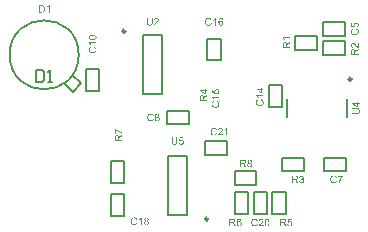
<source format=gto>
G04*
G04 #@! TF.GenerationSoftware,Altium Limited,Altium Designer,23.3.1 (30)*
G04*
G04 Layer_Color=65535*
%FSLAX44Y44*%
%MOMM*%
G71*
G04*
G04 #@! TF.SameCoordinates,0A325C66-3388-4B77-B3D2-BE92810A0E17*
G04*
G04*
G04 #@! TF.FilePolarity,Positive*
G04*
G01*
G75*
%ADD10C,0.1500*%
%ADD11C,0.2500*%
%ADD12C,0.2000*%
G36*
X220378Y38301D02*
X220461Y38291D01*
X220563Y38282D01*
X220665Y38273D01*
X220785Y38245D01*
X221035Y38190D01*
X221312Y38107D01*
X221451Y38051D01*
X221580Y37986D01*
X221709Y37903D01*
X221839Y37820D01*
X221848Y37811D01*
X221867Y37801D01*
X221904Y37774D01*
X221950Y37727D01*
X221996Y37681D01*
X222061Y37617D01*
X222126Y37543D01*
X222199Y37469D01*
X222274Y37376D01*
X222348Y37265D01*
X222431Y37154D01*
X222505Y37034D01*
X222569Y36895D01*
X222643Y36757D01*
X222699Y36609D01*
X222754Y36442D01*
X221922Y36248D01*
Y36257D01*
X221913Y36276D01*
X221894Y36313D01*
X221876Y36359D01*
X221857Y36415D01*
X221830Y36488D01*
X221756Y36637D01*
X221663Y36803D01*
X221552Y36969D01*
X221414Y37127D01*
X221266Y37265D01*
X221247Y37284D01*
X221192Y37321D01*
X221099Y37367D01*
X220979Y37432D01*
X220822Y37487D01*
X220646Y37543D01*
X220434Y37580D01*
X220203Y37589D01*
X220128D01*
X220082Y37580D01*
X220018D01*
X219944Y37570D01*
X219768Y37543D01*
X219574Y37506D01*
X219370Y37441D01*
X219158Y37348D01*
X218964Y37228D01*
X218954D01*
X218945Y37210D01*
X218880Y37164D01*
X218797Y37090D01*
X218695Y36979D01*
X218575Y36840D01*
X218464Y36683D01*
X218363Y36488D01*
X218270Y36276D01*
Y36267D01*
X218261Y36248D01*
X218252Y36220D01*
X218242Y36174D01*
X218224Y36119D01*
X218205Y36054D01*
X218178Y35897D01*
X218141Y35712D01*
X218104Y35508D01*
X218085Y35287D01*
X218076Y35046D01*
Y35037D01*
Y35009D01*
Y34963D01*
Y34908D01*
X218085Y34843D01*
Y34760D01*
X218095Y34667D01*
X218104Y34565D01*
X218132Y34344D01*
X218178Y34103D01*
X218233Y33863D01*
X218307Y33622D01*
Y33613D01*
X218316Y33595D01*
X218335Y33567D01*
X218353Y33521D01*
X218409Y33410D01*
X218492Y33280D01*
X218594Y33132D01*
X218723Y32975D01*
X218871Y32836D01*
X219047Y32707D01*
X219056D01*
X219074Y32698D01*
X219102Y32679D01*
X219139Y32661D01*
X219186Y32642D01*
X219241Y32615D01*
X219370Y32559D01*
X219537Y32504D01*
X219722Y32457D01*
X219925Y32420D01*
X220138Y32411D01*
X220203D01*
X220258Y32420D01*
X220323D01*
X220387Y32430D01*
X220554Y32467D01*
X220748Y32513D01*
X220942Y32587D01*
X221145Y32689D01*
X221247Y32744D01*
X221340Y32818D01*
X221349Y32827D01*
X221358Y32836D01*
X221386Y32864D01*
X221423Y32892D01*
X221460Y32938D01*
X221506Y32994D01*
X221562Y33049D01*
X221608Y33123D01*
X221663Y33206D01*
X221728Y33299D01*
X221784Y33391D01*
X221839Y33502D01*
X221885Y33622D01*
X221931Y33752D01*
X221978Y33891D01*
X222015Y34039D01*
X222865Y33826D01*
Y33817D01*
X222856Y33780D01*
X222838Y33724D01*
X222810Y33650D01*
X222782Y33567D01*
X222745Y33465D01*
X222699Y33354D01*
X222643Y33234D01*
X222514Y32975D01*
X222348Y32716D01*
X222246Y32587D01*
X222144Y32457D01*
X222033Y32346D01*
X221904Y32236D01*
X221894Y32226D01*
X221876Y32208D01*
X221830Y32189D01*
X221784Y32152D01*
X221709Y32106D01*
X221635Y32060D01*
X221534Y32014D01*
X221432Y31967D01*
X221312Y31912D01*
X221182Y31866D01*
X221044Y31820D01*
X220896Y31773D01*
X220739Y31736D01*
X220572Y31718D01*
X220397Y31699D01*
X220212Y31690D01*
X220110D01*
X220036Y31699D01*
X219953D01*
X219851Y31709D01*
X219740Y31727D01*
X219611Y31746D01*
X219343Y31792D01*
X219065Y31866D01*
X218788Y31967D01*
X218659Y32032D01*
X218529Y32106D01*
X218520Y32115D01*
X218501Y32125D01*
X218464Y32152D01*
X218427Y32189D01*
X218372Y32226D01*
X218307Y32282D01*
X218233Y32346D01*
X218159Y32420D01*
X218085Y32504D01*
X218002Y32587D01*
X217836Y32800D01*
X217678Y33049D01*
X217540Y33327D01*
Y33336D01*
X217521Y33363D01*
X217512Y33410D01*
X217484Y33465D01*
X217466Y33539D01*
X217438Y33632D01*
X217401Y33733D01*
X217373Y33844D01*
X217346Y33965D01*
X217309Y34103D01*
X217262Y34390D01*
X217225Y34713D01*
X217207Y35046D01*
Y35055D01*
Y35092D01*
Y35148D01*
X217216Y35213D01*
Y35305D01*
X217225Y35398D01*
X217235Y35518D01*
X217253Y35638D01*
X217299Y35906D01*
X217364Y36202D01*
X217456Y36498D01*
X217586Y36784D01*
X217595Y36794D01*
X217605Y36821D01*
X217623Y36858D01*
X217660Y36905D01*
X217697Y36969D01*
X217743Y37043D01*
X217863Y37210D01*
X218020Y37395D01*
X218205Y37580D01*
X218418Y37764D01*
X218668Y37922D01*
X218677Y37931D01*
X218705Y37940D01*
X218742Y37959D01*
X218788Y37986D01*
X218862Y38014D01*
X218936Y38042D01*
X219028Y38079D01*
X219130Y38116D01*
X219241Y38153D01*
X219361Y38190D01*
X219620Y38245D01*
X219916Y38291D01*
X220221Y38310D01*
X220313D01*
X220378Y38301D01*
D02*
G37*
G36*
X225805Y38217D02*
X225879Y38208D01*
X225963Y38199D01*
X226055Y38190D01*
X226147Y38162D01*
X226369Y38107D01*
X226591Y38023D01*
X226702Y37968D01*
X226813Y37903D01*
X226915Y37820D01*
X227017Y37737D01*
X227026Y37727D01*
X227035Y37718D01*
X227063Y37690D01*
X227100Y37654D01*
X227137Y37598D01*
X227183Y37543D01*
X227275Y37404D01*
X227368Y37228D01*
X227451Y37025D01*
X227516Y36794D01*
X227525Y36674D01*
X227534Y36544D01*
Y36535D01*
Y36525D01*
Y36470D01*
X227525Y36387D01*
X227507Y36285D01*
X227479Y36156D01*
X227432Y36026D01*
X227377Y35897D01*
X227294Y35767D01*
X227285Y35749D01*
X227248Y35712D01*
X227192Y35656D01*
X227118Y35582D01*
X227017Y35499D01*
X226896Y35416D01*
X226758Y35333D01*
X226591Y35259D01*
X226600D01*
X226619Y35250D01*
X226647Y35240D01*
X226684Y35222D01*
X226795Y35176D01*
X226924Y35111D01*
X227063Y35018D01*
X227211Y34917D01*
X227349Y34787D01*
X227479Y34639D01*
Y34630D01*
X227488Y34621D01*
X227525Y34565D01*
X227581Y34473D01*
X227636Y34353D01*
X227691Y34205D01*
X227747Y34029D01*
X227784Y33835D01*
X227793Y33622D01*
Y33613D01*
Y33585D01*
Y33539D01*
X227784Y33484D01*
X227775Y33419D01*
X227765Y33336D01*
X227747Y33243D01*
X227719Y33142D01*
X227654Y32929D01*
X227608Y32809D01*
X227544Y32698D01*
X227479Y32578D01*
X227405Y32467D01*
X227312Y32356D01*
X227211Y32245D01*
X227201Y32236D01*
X227183Y32217D01*
X227155Y32189D01*
X227109Y32162D01*
X227044Y32115D01*
X226980Y32069D01*
X226896Y32023D01*
X226804Y31967D01*
X226702Y31912D01*
X226582Y31866D01*
X226453Y31820D01*
X226323Y31773D01*
X226175Y31746D01*
X226018Y31718D01*
X225861Y31699D01*
X225685Y31690D01*
X225593D01*
X225528Y31699D01*
X225445Y31709D01*
X225352Y31718D01*
X225251Y31736D01*
X225140Y31764D01*
X224890Y31829D01*
X224761Y31875D01*
X224640Y31921D01*
X224511Y31986D01*
X224382Y32060D01*
X224261Y32143D01*
X224150Y32245D01*
X224141Y32254D01*
X224123Y32273D01*
X224095Y32300D01*
X224058Y32346D01*
X224021Y32402D01*
X223965Y32467D01*
X223919Y32541D01*
X223864Y32633D01*
X223808Y32726D01*
X223762Y32836D01*
X223670Y33068D01*
X223633Y33206D01*
X223605Y33345D01*
X223586Y33493D01*
X223577Y33641D01*
Y33650D01*
Y33669D01*
Y33706D01*
X223586Y33743D01*
Y33798D01*
X223596Y33863D01*
X223614Y34011D01*
X223651Y34177D01*
X223707Y34344D01*
X223790Y34519D01*
X223892Y34686D01*
Y34695D01*
X223910Y34704D01*
X223947Y34750D01*
X224021Y34824D01*
X224123Y34917D01*
X224252Y35009D01*
X224409Y35111D01*
X224585Y35194D01*
X224797Y35259D01*
X224788D01*
X224779Y35268D01*
X224751Y35277D01*
X224714Y35296D01*
X224631Y35333D01*
X224520Y35388D01*
X224400Y35462D01*
X224280Y35555D01*
X224169Y35656D01*
X224067Y35767D01*
X224058Y35786D01*
X224030Y35823D01*
X223993Y35897D01*
X223956Y35989D01*
X223910Y36109D01*
X223873Y36248D01*
X223845Y36405D01*
X223836Y36572D01*
Y36581D01*
Y36600D01*
Y36637D01*
X223845Y36692D01*
X223855Y36747D01*
X223864Y36821D01*
X223901Y36979D01*
X223956Y37164D01*
X224049Y37358D01*
X224104Y37459D01*
X224169Y37561D01*
X224252Y37654D01*
X224335Y37746D01*
X224345Y37755D01*
X224363Y37764D01*
X224391Y37792D01*
X224428Y37820D01*
X224474Y37857D01*
X224539Y37894D01*
X224613Y37940D01*
X224687Y37986D01*
X224779Y38033D01*
X224881Y38079D01*
X224992Y38116D01*
X225112Y38153D01*
X225371Y38208D01*
X225519Y38217D01*
X225667Y38227D01*
X225750D01*
X225805Y38217D01*
D02*
G37*
G36*
X308405Y-50699D02*
X308488Y-50709D01*
X308590Y-50718D01*
X308692Y-50727D01*
X308812Y-50755D01*
X309061Y-50810D01*
X309339Y-50894D01*
X309477Y-50949D01*
X309607Y-51014D01*
X309736Y-51097D01*
X309866Y-51180D01*
X309875Y-51189D01*
X309893Y-51199D01*
X309930Y-51226D01*
X309977Y-51273D01*
X310023Y-51319D01*
X310088Y-51384D01*
X310152Y-51458D01*
X310226Y-51531D01*
X310300Y-51624D01*
X310374Y-51735D01*
X310457Y-51846D01*
X310531Y-51966D01*
X310596Y-52105D01*
X310670Y-52243D01*
X310726Y-52391D01*
X310781Y-52558D01*
X309949Y-52752D01*
Y-52743D01*
X309940Y-52724D01*
X309921Y-52687D01*
X309903Y-52641D01*
X309884Y-52585D01*
X309856Y-52512D01*
X309783Y-52364D01*
X309690Y-52197D01*
X309579Y-52031D01*
X309440Y-51873D01*
X309293Y-51735D01*
X309274Y-51716D01*
X309219Y-51679D01*
X309126Y-51633D01*
X309006Y-51568D01*
X308849Y-51513D01*
X308673Y-51458D01*
X308460Y-51420D01*
X308229Y-51411D01*
X308155D01*
X308109Y-51420D01*
X308044D01*
X307970Y-51430D01*
X307795Y-51458D01*
X307601Y-51494D01*
X307397Y-51559D01*
X307185Y-51652D01*
X306990Y-51772D01*
X306981D01*
X306972Y-51790D01*
X306907Y-51837D01*
X306824Y-51911D01*
X306722Y-52021D01*
X306602Y-52160D01*
X306491Y-52317D01*
X306389Y-52512D01*
X306297Y-52724D01*
Y-52733D01*
X306288Y-52752D01*
X306278Y-52780D01*
X306269Y-52826D01*
X306251Y-52881D01*
X306232Y-52946D01*
X306204Y-53103D01*
X306168Y-53288D01*
X306131Y-53492D01*
X306112Y-53713D01*
X306103Y-53954D01*
Y-53963D01*
Y-53991D01*
Y-54037D01*
Y-54092D01*
X306112Y-54157D01*
Y-54240D01*
X306121Y-54333D01*
X306131Y-54434D01*
X306158Y-54656D01*
X306204Y-54897D01*
X306260Y-55137D01*
X306334Y-55378D01*
Y-55387D01*
X306343Y-55405D01*
X306362Y-55433D01*
X306380Y-55479D01*
X306436Y-55590D01*
X306519Y-55720D01*
X306621Y-55868D01*
X306750Y-56025D01*
X306898Y-56164D01*
X307074Y-56293D01*
X307083D01*
X307101Y-56302D01*
X307129Y-56321D01*
X307166Y-56339D01*
X307212Y-56358D01*
X307268Y-56385D01*
X307397Y-56441D01*
X307564Y-56496D01*
X307749Y-56543D01*
X307952Y-56579D01*
X308165Y-56589D01*
X308229D01*
X308285Y-56579D01*
X308349D01*
X308414Y-56570D01*
X308581Y-56533D01*
X308775Y-56487D01*
X308969Y-56413D01*
X309172Y-56311D01*
X309274Y-56256D01*
X309366Y-56182D01*
X309376Y-56173D01*
X309385Y-56164D01*
X309413Y-56136D01*
X309450Y-56108D01*
X309487Y-56062D01*
X309533Y-56006D01*
X309588Y-55951D01*
X309635Y-55877D01*
X309690Y-55794D01*
X309755Y-55701D01*
X309810Y-55609D01*
X309866Y-55498D01*
X309912Y-55378D01*
X309958Y-55248D01*
X310004Y-55110D01*
X310041Y-54962D01*
X310892Y-55174D01*
Y-55183D01*
X310883Y-55220D01*
X310864Y-55276D01*
X310837Y-55350D01*
X310809Y-55433D01*
X310772Y-55535D01*
X310726Y-55646D01*
X310670Y-55766D01*
X310541Y-56025D01*
X310374Y-56284D01*
X310273Y-56413D01*
X310171Y-56543D01*
X310060Y-56653D01*
X309930Y-56764D01*
X309921Y-56774D01*
X309903Y-56792D01*
X309856Y-56811D01*
X309810Y-56848D01*
X309736Y-56894D01*
X309662Y-56940D01*
X309561Y-56986D01*
X309459Y-57033D01*
X309339Y-57088D01*
X309209Y-57134D01*
X309071Y-57181D01*
X308923Y-57227D01*
X308766Y-57264D01*
X308599Y-57282D01*
X308423Y-57301D01*
X308239Y-57310D01*
X308137D01*
X308063Y-57301D01*
X307980D01*
X307878Y-57291D01*
X307767Y-57273D01*
X307638Y-57254D01*
X307369Y-57208D01*
X307092Y-57134D01*
X306815Y-57033D01*
X306685Y-56968D01*
X306556Y-56894D01*
X306547Y-56885D01*
X306528Y-56875D01*
X306491Y-56848D01*
X306454Y-56811D01*
X306399Y-56774D01*
X306334Y-56718D01*
X306260Y-56653D01*
X306186Y-56579D01*
X306112Y-56496D01*
X306029Y-56413D01*
X305862Y-56200D01*
X305705Y-55951D01*
X305567Y-55673D01*
Y-55664D01*
X305548Y-55637D01*
X305539Y-55590D01*
X305511Y-55535D01*
X305493Y-55461D01*
X305465Y-55368D01*
X305428Y-55267D01*
X305400Y-55156D01*
X305372Y-55036D01*
X305335Y-54897D01*
X305289Y-54610D01*
X305252Y-54287D01*
X305234Y-53954D01*
Y-53945D01*
Y-53907D01*
Y-53852D01*
X305243Y-53787D01*
Y-53695D01*
X305252Y-53602D01*
X305261Y-53482D01*
X305280Y-53362D01*
X305326Y-53094D01*
X305391Y-52798D01*
X305483Y-52502D01*
X305613Y-52216D01*
X305622Y-52206D01*
X305631Y-52179D01*
X305650Y-52142D01*
X305687Y-52095D01*
X305724Y-52031D01*
X305770Y-51957D01*
X305890Y-51790D01*
X306047Y-51605D01*
X306232Y-51420D01*
X306445Y-51236D01*
X306695Y-51078D01*
X306704Y-51069D01*
X306731Y-51060D01*
X306768Y-51041D01*
X306815Y-51014D01*
X306889Y-50986D01*
X306963Y-50958D01*
X307055Y-50921D01*
X307157Y-50884D01*
X307268Y-50847D01*
X307388Y-50810D01*
X307647Y-50755D01*
X307943Y-50709D01*
X308248Y-50690D01*
X308340D01*
X308405Y-50699D01*
D02*
G37*
G36*
X313888Y-50782D02*
X313962Y-50792D01*
X314054Y-50801D01*
X314156Y-50820D01*
X314257Y-50838D01*
X314498Y-50903D01*
X314738Y-50995D01*
X314858Y-51051D01*
X314979Y-51115D01*
X315089Y-51199D01*
X315191Y-51291D01*
X315201Y-51300D01*
X315219Y-51309D01*
X315237Y-51347D01*
X315274Y-51384D01*
X315321Y-51430D01*
X315367Y-51494D01*
X315413Y-51559D01*
X315469Y-51642D01*
X315561Y-51818D01*
X315653Y-52040D01*
X315690Y-52151D01*
X315709Y-52280D01*
X315728Y-52410D01*
X315737Y-52548D01*
Y-52567D01*
Y-52613D01*
X315728Y-52687D01*
X315718Y-52789D01*
X315700Y-52900D01*
X315663Y-53029D01*
X315626Y-53168D01*
X315570Y-53307D01*
X315561Y-53325D01*
X315543Y-53371D01*
X315506Y-53445D01*
X315450Y-53547D01*
X315376Y-53658D01*
X315284Y-53797D01*
X315173Y-53935D01*
X315043Y-54092D01*
X315025Y-54111D01*
X314979Y-54166D01*
X314932Y-54213D01*
X314886Y-54259D01*
X314831Y-54314D01*
X314757Y-54388D01*
X314683Y-54462D01*
X314590Y-54545D01*
X314498Y-54638D01*
X314387Y-54740D01*
X314267Y-54841D01*
X314137Y-54962D01*
X313989Y-55082D01*
X313841Y-55211D01*
X313832Y-55220D01*
X313814Y-55239D01*
X313777Y-55267D01*
X313730Y-55304D01*
X313675Y-55359D01*
X313610Y-55415D01*
X313462Y-55535D01*
X313305Y-55673D01*
X313157Y-55812D01*
X313028Y-55932D01*
X312972Y-55979D01*
X312926Y-56025D01*
X312917Y-56034D01*
X312889Y-56062D01*
X312852Y-56099D01*
X312806Y-56154D01*
X312760Y-56219D01*
X312704Y-56284D01*
X312593Y-56441D01*
X315746D01*
Y-57199D01*
X311502D01*
Y-57190D01*
Y-57153D01*
Y-57097D01*
X311511Y-57023D01*
X311521Y-56940D01*
X311539Y-56848D01*
X311558Y-56755D01*
X311595Y-56653D01*
Y-56644D01*
X311604Y-56635D01*
X311622Y-56579D01*
X311659Y-56496D01*
X311715Y-56385D01*
X311789Y-56256D01*
X311881Y-56108D01*
X311983Y-55960D01*
X312112Y-55803D01*
Y-55794D01*
X312131Y-55784D01*
X312177Y-55729D01*
X312260Y-55646D01*
X312381Y-55525D01*
X312519Y-55387D01*
X312695Y-55220D01*
X312908Y-55036D01*
X313139Y-54841D01*
X313148Y-54832D01*
X313185Y-54804D01*
X313240Y-54758D01*
X313305Y-54703D01*
X313388Y-54629D01*
X313490Y-54545D01*
X313592Y-54453D01*
X313712Y-54351D01*
X313943Y-54129D01*
X314174Y-53907D01*
X314285Y-53797D01*
X314387Y-53686D01*
X314479Y-53584D01*
X314553Y-53482D01*
Y-53473D01*
X314572Y-53464D01*
X314590Y-53436D01*
X314609Y-53399D01*
X314674Y-53297D01*
X314747Y-53177D01*
X314812Y-53029D01*
X314877Y-52872D01*
X314914Y-52696D01*
X314932Y-52530D01*
Y-52521D01*
Y-52512D01*
X314923Y-52456D01*
X314914Y-52364D01*
X314886Y-52262D01*
X314849Y-52132D01*
X314784Y-52003D01*
X314701Y-51873D01*
X314590Y-51744D01*
X314572Y-51726D01*
X314526Y-51689D01*
X314461Y-51642D01*
X314359Y-51578D01*
X314230Y-51522D01*
X314082Y-51467D01*
X313906Y-51430D01*
X313712Y-51420D01*
X313656D01*
X313619Y-51430D01*
X313508Y-51439D01*
X313379Y-51467D01*
X313240Y-51504D01*
X313083Y-51568D01*
X312935Y-51652D01*
X312797Y-51763D01*
X312778Y-51781D01*
X312741Y-51827D01*
X312686Y-51901D01*
X312630Y-52012D01*
X312565Y-52142D01*
X312510Y-52308D01*
X312473Y-52493D01*
X312454Y-52706D01*
X311650Y-52622D01*
Y-52613D01*
X311659Y-52585D01*
Y-52539D01*
X311669Y-52474D01*
X311687Y-52400D01*
X311706Y-52317D01*
X311733Y-52216D01*
X311761Y-52114D01*
X311835Y-51892D01*
X311946Y-51670D01*
X312011Y-51559D01*
X312094Y-51448D01*
X312177Y-51347D01*
X312270Y-51254D01*
X312279Y-51245D01*
X312297Y-51236D01*
X312325Y-51208D01*
X312371Y-51180D01*
X312427Y-51143D01*
X312491Y-51106D01*
X312565Y-51060D01*
X312658Y-51014D01*
X312760Y-50967D01*
X312871Y-50921D01*
X312991Y-50884D01*
X313120Y-50847D01*
X313259Y-50820D01*
X313407Y-50792D01*
X313564Y-50782D01*
X313730Y-50773D01*
X313823D01*
X313888Y-50782D01*
D02*
G37*
G36*
X318862D02*
X318982Y-50801D01*
X319121Y-50829D01*
X319268Y-50866D01*
X319426Y-50912D01*
X319574Y-50986D01*
X319583D01*
X319592Y-50995D01*
X319638Y-51023D01*
X319712Y-51069D01*
X319805Y-51134D01*
X319907Y-51226D01*
X320017Y-51328D01*
X320119Y-51448D01*
X320221Y-51587D01*
X320230Y-51605D01*
X320267Y-51652D01*
X320304Y-51735D01*
X320369Y-51855D01*
X320424Y-51994D01*
X320498Y-52151D01*
X320563Y-52336D01*
X320618Y-52539D01*
Y-52548D01*
X320628Y-52567D01*
X320637Y-52595D01*
X320646Y-52641D01*
X320655Y-52696D01*
X320665Y-52761D01*
X320683Y-52844D01*
X320692Y-52937D01*
X320711Y-53039D01*
X320720Y-53149D01*
X320729Y-53279D01*
X320748Y-53408D01*
X320757Y-53556D01*
Y-53704D01*
X320766Y-53871D01*
Y-54046D01*
Y-54056D01*
Y-54092D01*
Y-54157D01*
Y-54231D01*
X320757Y-54333D01*
Y-54444D01*
X320748Y-54564D01*
X320739Y-54693D01*
X320711Y-54989D01*
X320665Y-55294D01*
X320609Y-55590D01*
X320572Y-55729D01*
X320526Y-55868D01*
Y-55877D01*
X320517Y-55895D01*
X320498Y-55932D01*
X320480Y-55979D01*
X320461Y-56043D01*
X320424Y-56108D01*
X320350Y-56265D01*
X320258Y-56432D01*
X320138Y-56617D01*
X319999Y-56783D01*
X319832Y-56940D01*
X319823D01*
X319814Y-56959D01*
X319786Y-56977D01*
X319749Y-56996D01*
X319703Y-57023D01*
X319657Y-57060D01*
X319518Y-57125D01*
X319352Y-57190D01*
X319158Y-57254D01*
X318926Y-57291D01*
X318677Y-57310D01*
X318584D01*
X318520Y-57301D01*
X318446Y-57291D01*
X318353Y-57273D01*
X318251Y-57254D01*
X318141Y-57227D01*
X318030Y-57190D01*
X317909Y-57153D01*
X317789Y-57097D01*
X317669Y-57033D01*
X317549Y-56959D01*
X317429Y-56866D01*
X317318Y-56764D01*
X317216Y-56653D01*
X317207Y-56644D01*
X317188Y-56617D01*
X317160Y-56570D01*
X317114Y-56496D01*
X317068Y-56413D01*
X317022Y-56302D01*
X316957Y-56173D01*
X316902Y-56025D01*
X316846Y-55858D01*
X316791Y-55664D01*
X316735Y-55452D01*
X316689Y-55211D01*
X316643Y-54952D01*
X316615Y-54675D01*
X316597Y-54370D01*
X316587Y-54046D01*
Y-54037D01*
Y-54000D01*
Y-53935D01*
Y-53861D01*
X316597Y-53760D01*
Y-53649D01*
X316606Y-53528D01*
X316615Y-53390D01*
X316643Y-53103D01*
X316689Y-52798D01*
X316744Y-52493D01*
X316782Y-52354D01*
X316818Y-52216D01*
Y-52206D01*
X316828Y-52188D01*
X316846Y-52151D01*
X316865Y-52105D01*
X316883Y-52040D01*
X316920Y-51975D01*
X316994Y-51818D01*
X317087Y-51652D01*
X317207Y-51476D01*
X317345Y-51300D01*
X317512Y-51152D01*
X317521D01*
X317530Y-51134D01*
X317558Y-51115D01*
X317595Y-51097D01*
X317641Y-51060D01*
X317697Y-51032D01*
X317836Y-50958D01*
X318002Y-50894D01*
X318196Y-50829D01*
X318427Y-50792D01*
X318677Y-50773D01*
X318760D01*
X318862Y-50782D01*
D02*
G37*
G36*
X276183Y58789D02*
X276257Y58780D01*
X276341Y58771D01*
X276442Y58752D01*
X276544Y58734D01*
X276784Y58678D01*
X277034Y58586D01*
X277163Y58531D01*
X277284Y58457D01*
X277413Y58383D01*
X277533Y58290D01*
X277542Y58281D01*
X277570Y58262D01*
X277607Y58225D01*
X277653Y58179D01*
X277709Y58115D01*
X277783Y58040D01*
X277848Y57948D01*
X277922Y57846D01*
X277995Y57735D01*
X278060Y57606D01*
X278125Y57467D01*
X278190Y57319D01*
X278236Y57162D01*
X278273Y56986D01*
X278301Y56802D01*
X278310Y56607D01*
Y56524D01*
X278301Y56459D01*
X278291Y56386D01*
X278282Y56302D01*
X278273Y56201D01*
X278245Y56099D01*
X278190Y55868D01*
X278106Y55637D01*
X278051Y55517D01*
X277986Y55396D01*
X277912Y55285D01*
X277829Y55174D01*
X277820Y55165D01*
X277811Y55147D01*
X277774Y55128D01*
X277737Y55091D01*
X277690Y55045D01*
X277635Y54999D01*
X277561Y54943D01*
X277478Y54897D01*
X277395Y54841D01*
X277293Y54786D01*
X277071Y54684D01*
X276812Y54601D01*
X276673Y54573D01*
X276525Y54555D01*
X276461Y55378D01*
X276470D01*
X276488D01*
X276516Y55387D01*
X276562Y55396D01*
X276664Y55424D01*
X276803Y55461D01*
X276942Y55517D01*
X277099Y55590D01*
X277237Y55683D01*
X277367Y55794D01*
X277376Y55812D01*
X277413Y55849D01*
X277459Y55923D01*
X277515Y56025D01*
X277570Y56136D01*
X277616Y56275D01*
X277653Y56432D01*
X277663Y56607D01*
Y56663D01*
X277653Y56700D01*
X277644Y56811D01*
X277607Y56940D01*
X277561Y57098D01*
X277487Y57255D01*
X277376Y57421D01*
X277311Y57495D01*
X277237Y57569D01*
X277228Y57578D01*
X277219Y57587D01*
X277191Y57606D01*
X277163Y57634D01*
X277062Y57698D01*
X276932Y57772D01*
X276775Y57837D01*
X276581Y57902D01*
X276350Y57948D01*
X276230Y57967D01*
X276100D01*
X276091D01*
X276072D01*
X276035D01*
X275989Y57957D01*
X275934D01*
X275869Y57948D01*
X275721Y57920D01*
X275545Y57874D01*
X275370Y57809D01*
X275203Y57717D01*
X275046Y57587D01*
X275037D01*
X275028Y57569D01*
X274981Y57523D01*
X274917Y57440D01*
X274843Y57329D01*
X274778Y57181D01*
X274713Y57014D01*
X274667Y56820D01*
X274649Y56709D01*
Y56533D01*
X274658Y56459D01*
X274667Y56367D01*
X274695Y56256D01*
X274723Y56145D01*
X274769Y56025D01*
X274824Y55905D01*
X274834Y55896D01*
X274852Y55859D01*
X274898Y55803D01*
X274944Y55729D01*
X275009Y55655D01*
X275092Y55581D01*
X275176Y55498D01*
X275277Y55433D01*
X275176Y54694D01*
X271884Y55313D01*
Y58494D01*
X272633D01*
Y55932D01*
X274362Y55590D01*
X274353Y55600D01*
X274343Y55618D01*
X274325Y55646D01*
X274297Y55692D01*
X274270Y55748D01*
X274233Y55812D01*
X274159Y55960D01*
X274085Y56145D01*
X274020Y56349D01*
X273974Y56571D01*
X273955Y56681D01*
Y56885D01*
X273964Y56940D01*
X273974Y57014D01*
X273983Y57098D01*
X274001Y57190D01*
X274029Y57292D01*
X274094Y57513D01*
X274140Y57634D01*
X274205Y57754D01*
X274270Y57874D01*
X274343Y57994D01*
X274436Y58105D01*
X274538Y58216D01*
X274547Y58225D01*
X274565Y58244D01*
X274593Y58272D01*
X274639Y58309D01*
X274704Y58355D01*
X274769Y58401D01*
X274852Y58457D01*
X274944Y58512D01*
X275046Y58558D01*
X275157Y58614D01*
X275287Y58660D01*
X275416Y58706D01*
X275555Y58743D01*
X275712Y58771D01*
X275869Y58789D01*
X276035Y58799D01*
X276045D01*
X276072D01*
X276119D01*
X276183Y58789D01*
D02*
G37*
G36*
X278199Y51754D02*
X273197D01*
X273206Y51744D01*
X273243Y51698D01*
X273299Y51643D01*
X273363Y51550D01*
X273447Y51448D01*
X273539Y51319D01*
X273641Y51171D01*
X273743Y51005D01*
Y50995D01*
X273752Y50986D01*
X273789Y50931D01*
X273835Y50838D01*
X273890Y50727D01*
X273955Y50598D01*
X274020Y50459D01*
X274085Y50320D01*
X274140Y50182D01*
X273382D01*
Y50191D01*
X273363Y50209D01*
X273354Y50247D01*
X273326Y50293D01*
X273299Y50348D01*
X273262Y50413D01*
X273169Y50570D01*
X273068Y50755D01*
X272938Y50940D01*
X272790Y51134D01*
X272633Y51328D01*
X272624Y51337D01*
X272615Y51347D01*
X272587Y51374D01*
X272559Y51411D01*
X272467Y51495D01*
X272356Y51606D01*
X272226Y51716D01*
X272078Y51837D01*
X271930Y51938D01*
X271773Y52031D01*
Y52539D01*
X278199D01*
Y51754D01*
D02*
G37*
G36*
X276220Y48850D02*
X276276Y48832D01*
X276350Y48804D01*
X276433Y48776D01*
X276535Y48740D01*
X276646Y48693D01*
X276766Y48638D01*
X277025Y48508D01*
X277284Y48342D01*
X277413Y48240D01*
X277542Y48138D01*
X277653Y48028D01*
X277764Y47898D01*
X277774Y47889D01*
X277792Y47870D01*
X277811Y47824D01*
X277848Y47778D01*
X277894Y47704D01*
X277940Y47630D01*
X277986Y47528D01*
X278032Y47427D01*
X278088Y47306D01*
X278134Y47177D01*
X278180Y47038D01*
X278227Y46890D01*
X278264Y46733D01*
X278282Y46567D01*
X278301Y46391D01*
X278310Y46206D01*
Y46104D01*
X278301Y46031D01*
Y45947D01*
X278291Y45846D01*
X278273Y45735D01*
X278254Y45605D01*
X278208Y45337D01*
X278134Y45060D01*
X278032Y44782D01*
X277968Y44653D01*
X277894Y44524D01*
X277885Y44514D01*
X277875Y44496D01*
X277848Y44459D01*
X277811Y44422D01*
X277774Y44366D01*
X277718Y44302D01*
X277653Y44228D01*
X277579Y44154D01*
X277496Y44080D01*
X277413Y43997D01*
X277200Y43830D01*
X276951Y43673D01*
X276673Y43534D01*
X276664D01*
X276636Y43516D01*
X276590Y43506D01*
X276535Y43479D01*
X276461Y43460D01*
X276368Y43432D01*
X276267Y43396D01*
X276156Y43368D01*
X276035Y43340D01*
X275897Y43303D01*
X275610Y43257D01*
X275287Y43220D01*
X274954Y43201D01*
X274944D01*
X274907D01*
X274852D01*
X274787Y43211D01*
X274695D01*
X274602Y43220D01*
X274482Y43229D01*
X274362Y43248D01*
X274094Y43294D01*
X273798Y43358D01*
X273502Y43451D01*
X273216Y43580D01*
X273206Y43590D01*
X273179Y43599D01*
X273142Y43617D01*
X273095Y43654D01*
X273031Y43691D01*
X272957Y43738D01*
X272790Y43858D01*
X272605Y44015D01*
X272420Y44200D01*
X272236Y44412D01*
X272078Y44662D01*
X272069Y44671D01*
X272060Y44699D01*
X272041Y44736D01*
X272014Y44782D01*
X271986Y44856D01*
X271958Y44930D01*
X271921Y45023D01*
X271884Y45124D01*
X271847Y45235D01*
X271810Y45356D01*
X271755Y45614D01*
X271709Y45910D01*
X271690Y46215D01*
Y46308D01*
X271699Y46373D01*
X271709Y46456D01*
X271718Y46557D01*
X271727Y46659D01*
X271755Y46779D01*
X271810Y47029D01*
X271893Y47306D01*
X271949Y47445D01*
X272014Y47575D01*
X272097Y47704D01*
X272180Y47833D01*
X272189Y47843D01*
X272199Y47861D01*
X272226Y47898D01*
X272272Y47944D01*
X272319Y47991D01*
X272383Y48055D01*
X272457Y48120D01*
X272531Y48194D01*
X272624Y48268D01*
X272735Y48342D01*
X272846Y48425D01*
X272966Y48499D01*
X273105Y48564D01*
X273243Y48638D01*
X273391Y48693D01*
X273558Y48749D01*
X273752Y47917D01*
X273743D01*
X273724Y47907D01*
X273687Y47889D01*
X273641Y47870D01*
X273585Y47852D01*
X273511Y47824D01*
X273363Y47750D01*
X273197Y47658D01*
X273031Y47547D01*
X272873Y47408D01*
X272735Y47260D01*
X272716Y47242D01*
X272679Y47186D01*
X272633Y47094D01*
X272568Y46974D01*
X272513Y46816D01*
X272457Y46641D01*
X272420Y46428D01*
X272411Y46197D01*
Y46123D01*
X272420Y46077D01*
Y46012D01*
X272430Y45938D01*
X272457Y45762D01*
X272494Y45568D01*
X272559Y45365D01*
X272652Y45152D01*
X272772Y44958D01*
Y44949D01*
X272790Y44939D01*
X272836Y44875D01*
X272910Y44792D01*
X273021Y44690D01*
X273160Y44570D01*
X273317Y44459D01*
X273511Y44357D01*
X273724Y44265D01*
X273733D01*
X273752Y44255D01*
X273780Y44246D01*
X273826Y44237D01*
X273881Y44218D01*
X273946Y44200D01*
X274103Y44172D01*
X274288Y44135D01*
X274491Y44098D01*
X274713Y44080D01*
X274954Y44070D01*
X274963D01*
X274991D01*
X275037D01*
X275092D01*
X275157Y44080D01*
X275240D01*
X275333Y44089D01*
X275434Y44098D01*
X275656Y44126D01*
X275897Y44172D01*
X276137Y44228D01*
X276378Y44302D01*
X276387D01*
X276405Y44311D01*
X276433Y44329D01*
X276479Y44348D01*
X276590Y44403D01*
X276720Y44486D01*
X276868Y44588D01*
X277025Y44718D01*
X277163Y44865D01*
X277293Y45041D01*
Y45051D01*
X277302Y45069D01*
X277321Y45097D01*
X277339Y45134D01*
X277358Y45180D01*
X277385Y45235D01*
X277441Y45365D01*
X277496Y45531D01*
X277542Y45716D01*
X277579Y45919D01*
X277589Y46132D01*
Y46197D01*
X277579Y46252D01*
Y46317D01*
X277570Y46382D01*
X277533Y46548D01*
X277487Y46742D01*
X277413Y46937D01*
X277311Y47140D01*
X277256Y47242D01*
X277182Y47334D01*
X277173Y47343D01*
X277163Y47353D01*
X277136Y47380D01*
X277108Y47417D01*
X277062Y47454D01*
X277006Y47501D01*
X276951Y47556D01*
X276877Y47602D01*
X276794Y47658D01*
X276701Y47722D01*
X276609Y47778D01*
X276498Y47833D01*
X276378Y47880D01*
X276248Y47926D01*
X276109Y47972D01*
X275961Y48009D01*
X276174Y48860D01*
X276183D01*
X276220Y48850D01*
D02*
G37*
G36*
X394183Y115302D02*
X394257Y115293D01*
X394341Y115284D01*
X394442Y115265D01*
X394544Y115247D01*
X394784Y115191D01*
X395034Y115099D01*
X395163Y115043D01*
X395284Y114970D01*
X395413Y114895D01*
X395533Y114803D01*
X395542Y114794D01*
X395570Y114775D01*
X395607Y114738D01*
X395653Y114692D01*
X395709Y114627D01*
X395783Y114553D01*
X395848Y114461D01*
X395922Y114359D01*
X395996Y114248D01*
X396060Y114119D01*
X396125Y113980D01*
X396190Y113832D01*
X396236Y113675D01*
X396273Y113499D01*
X396301Y113315D01*
X396310Y113120D01*
Y113037D01*
X396301Y112972D01*
X396291Y112899D01*
X396282Y112815D01*
X396273Y112714D01*
X396245Y112612D01*
X396190Y112381D01*
X396106Y112150D01*
X396051Y112029D01*
X395986Y111909D01*
X395912Y111798D01*
X395829Y111687D01*
X395820Y111678D01*
X395811Y111660D01*
X395774Y111641D01*
X395737Y111604D01*
X395690Y111558D01*
X395635Y111512D01*
X395561Y111456D01*
X395478Y111410D01*
X395395Y111355D01*
X395293Y111299D01*
X395071Y111197D01*
X394812Y111114D01*
X394673Y111086D01*
X394525Y111068D01*
X394461Y111891D01*
X394470D01*
X394488D01*
X394516Y111900D01*
X394562Y111909D01*
X394664Y111937D01*
X394803Y111974D01*
X394942Y112029D01*
X395099Y112103D01*
X395237Y112196D01*
X395367Y112307D01*
X395376Y112325D01*
X395413Y112362D01*
X395459Y112436D01*
X395515Y112538D01*
X395570Y112649D01*
X395616Y112788D01*
X395653Y112945D01*
X395663Y113120D01*
Y113176D01*
X395653Y113213D01*
X395644Y113324D01*
X395607Y113453D01*
X395561Y113610D01*
X395487Y113768D01*
X395376Y113934D01*
X395311Y114008D01*
X395237Y114082D01*
X395228Y114091D01*
X395219Y114100D01*
X395191Y114119D01*
X395163Y114147D01*
X395062Y114211D01*
X394932Y114285D01*
X394775Y114350D01*
X394581Y114415D01*
X394350Y114461D01*
X394230Y114480D01*
X394100D01*
X394091D01*
X394072D01*
X394035D01*
X393989Y114470D01*
X393934D01*
X393869Y114461D01*
X393721Y114433D01*
X393545Y114387D01*
X393370Y114322D01*
X393203Y114230D01*
X393046Y114100D01*
X393037D01*
X393028Y114082D01*
X392981Y114036D01*
X392917Y113953D01*
X392843Y113841D01*
X392778Y113694D01*
X392713Y113527D01*
X392667Y113333D01*
X392649Y113222D01*
Y113046D01*
X392658Y112972D01*
X392667Y112880D01*
X392695Y112769D01*
X392723Y112658D01*
X392769Y112538D01*
X392824Y112418D01*
X392834Y112409D01*
X392852Y112372D01*
X392898Y112316D01*
X392944Y112242D01*
X393009Y112168D01*
X393092Y112094D01*
X393176Y112011D01*
X393277Y111946D01*
X393176Y111207D01*
X389884Y111826D01*
Y115007D01*
X390633D01*
Y112445D01*
X392362Y112103D01*
X392353Y112113D01*
X392343Y112131D01*
X392325Y112159D01*
X392297Y112205D01*
X392270Y112261D01*
X392233Y112325D01*
X392159Y112473D01*
X392085Y112658D01*
X392020Y112861D01*
X391974Y113083D01*
X391955Y113194D01*
Y113398D01*
X391964Y113453D01*
X391974Y113527D01*
X391983Y113610D01*
X392001Y113703D01*
X392029Y113805D01*
X392094Y114026D01*
X392140Y114147D01*
X392205Y114267D01*
X392270Y114387D01*
X392343Y114507D01*
X392436Y114618D01*
X392538Y114729D01*
X392547Y114738D01*
X392565Y114757D01*
X392593Y114785D01*
X392639Y114822D01*
X392704Y114868D01*
X392769Y114914D01*
X392852Y114970D01*
X392944Y115025D01*
X393046Y115071D01*
X393157Y115127D01*
X393287Y115173D01*
X393416Y115219D01*
X393555Y115256D01*
X393712Y115284D01*
X393869Y115302D01*
X394035Y115312D01*
X394045D01*
X394072D01*
X394119D01*
X394183Y115302D01*
D02*
G37*
G36*
X394220Y110337D02*
X394276Y110319D01*
X394350Y110291D01*
X394433Y110264D01*
X394535Y110226D01*
X394646Y110180D01*
X394766Y110125D01*
X395025Y109995D01*
X395284Y109829D01*
X395413Y109727D01*
X395542Y109626D01*
X395653Y109515D01*
X395764Y109385D01*
X395774Y109376D01*
X395792Y109357D01*
X395811Y109311D01*
X395848Y109265D01*
X395894Y109191D01*
X395940Y109117D01*
X395986Y109015D01*
X396032Y108914D01*
X396088Y108793D01*
X396134Y108664D01*
X396180Y108525D01*
X396227Y108377D01*
X396264Y108220D01*
X396282Y108054D01*
X396301Y107878D01*
X396310Y107693D01*
Y107591D01*
X396301Y107517D01*
Y107434D01*
X396291Y107333D01*
X396273Y107222D01*
X396254Y107092D01*
X396208Y106824D01*
X396134Y106547D01*
X396032Y106269D01*
X395968Y106140D01*
X395894Y106011D01*
X395885Y106001D01*
X395875Y105983D01*
X395848Y105946D01*
X395811Y105909D01*
X395774Y105853D01*
X395718Y105789D01*
X395653Y105715D01*
X395579Y105641D01*
X395496Y105567D01*
X395413Y105484D01*
X395200Y105317D01*
X394951Y105160D01*
X394673Y105021D01*
X394664D01*
X394636Y105003D01*
X394590Y104993D01*
X394535Y104966D01*
X394461Y104947D01*
X394368Y104920D01*
X394267Y104882D01*
X394156Y104855D01*
X394035Y104827D01*
X393897Y104790D01*
X393610Y104744D01*
X393287Y104707D01*
X392954Y104688D01*
X392944D01*
X392907D01*
X392852D01*
X392787Y104698D01*
X392695D01*
X392602Y104707D01*
X392482Y104716D01*
X392362Y104735D01*
X392094Y104781D01*
X391798Y104846D01*
X391502Y104938D01*
X391216Y105068D01*
X391206Y105077D01*
X391179Y105086D01*
X391142Y105104D01*
X391095Y105141D01*
X391031Y105178D01*
X390957Y105225D01*
X390790Y105345D01*
X390605Y105502D01*
X390420Y105687D01*
X390235Y105900D01*
X390078Y106149D01*
X390069Y106158D01*
X390060Y106186D01*
X390041Y106223D01*
X390014Y106269D01*
X389986Y106343D01*
X389958Y106417D01*
X389921Y106510D01*
X389884Y106611D01*
X389847Y106722D01*
X389810Y106843D01*
X389755Y107101D01*
X389709Y107397D01*
X389690Y107703D01*
Y107795D01*
X389699Y107860D01*
X389709Y107943D01*
X389718Y108045D01*
X389727Y108146D01*
X389755Y108266D01*
X389810Y108516D01*
X389893Y108793D01*
X389949Y108932D01*
X390014Y109062D01*
X390097Y109191D01*
X390180Y109320D01*
X390189Y109330D01*
X390199Y109348D01*
X390226Y109385D01*
X390272Y109431D01*
X390319Y109478D01*
X390383Y109542D01*
X390457Y109607D01*
X390531Y109681D01*
X390624Y109755D01*
X390735Y109829D01*
X390846Y109912D01*
X390966Y109986D01*
X391105Y110051D01*
X391243Y110125D01*
X391391Y110180D01*
X391558Y110236D01*
X391752Y109404D01*
X391743D01*
X391724Y109394D01*
X391687Y109376D01*
X391641Y109357D01*
X391585Y109339D01*
X391511Y109311D01*
X391363Y109237D01*
X391197Y109145D01*
X391031Y109034D01*
X390873Y108895D01*
X390735Y108747D01*
X390716Y108729D01*
X390679Y108673D01*
X390633Y108581D01*
X390568Y108461D01*
X390513Y108303D01*
X390457Y108128D01*
X390420Y107915D01*
X390411Y107684D01*
Y107610D01*
X390420Y107564D01*
Y107499D01*
X390430Y107425D01*
X390457Y107249D01*
X390494Y107055D01*
X390559Y106852D01*
X390652Y106639D01*
X390772Y106445D01*
Y106436D01*
X390790Y106427D01*
X390836Y106362D01*
X390910Y106279D01*
X391021Y106177D01*
X391160Y106057D01*
X391317Y105946D01*
X391511Y105844D01*
X391724Y105752D01*
X391733D01*
X391752Y105742D01*
X391780Y105733D01*
X391826Y105724D01*
X391881Y105705D01*
X391946Y105687D01*
X392103Y105659D01*
X392288Y105622D01*
X392491Y105585D01*
X392713Y105567D01*
X392954Y105557D01*
X392963D01*
X392991D01*
X393037D01*
X393092D01*
X393157Y105567D01*
X393240D01*
X393333Y105576D01*
X393434Y105585D01*
X393656Y105613D01*
X393897Y105659D01*
X394137Y105715D01*
X394378Y105789D01*
X394387D01*
X394405Y105798D01*
X394433Y105816D01*
X394479Y105835D01*
X394590Y105890D01*
X394720Y105974D01*
X394868Y106075D01*
X395025Y106205D01*
X395163Y106353D01*
X395293Y106528D01*
Y106538D01*
X395302Y106556D01*
X395321Y106584D01*
X395339Y106621D01*
X395358Y106667D01*
X395385Y106722D01*
X395441Y106852D01*
X395496Y107018D01*
X395542Y107203D01*
X395579Y107407D01*
X395589Y107619D01*
Y107684D01*
X395579Y107739D01*
Y107804D01*
X395570Y107869D01*
X395533Y108035D01*
X395487Y108230D01*
X395413Y108424D01*
X395311Y108627D01*
X395256Y108729D01*
X395182Y108821D01*
X395173Y108830D01*
X395163Y108840D01*
X395136Y108867D01*
X395108Y108904D01*
X395062Y108941D01*
X395006Y108988D01*
X394951Y109043D01*
X394877Y109089D01*
X394794Y109145D01*
X394701Y109209D01*
X394609Y109265D01*
X394498Y109320D01*
X394378Y109367D01*
X394248Y109413D01*
X394109Y109459D01*
X393961Y109496D01*
X394174Y110347D01*
X394183D01*
X394220Y110337D01*
D02*
G37*
G36*
X314164Y59393D02*
X315699D01*
Y58607D01*
X314164D01*
Y55824D01*
X313443D01*
X309301Y58755D01*
Y59393D01*
X313443D01*
Y60262D01*
X314164D01*
Y59393D01*
D02*
G37*
G36*
X315699Y53291D02*
X310697D01*
X310706Y53281D01*
X310743Y53235D01*
X310799Y53179D01*
X310863Y53087D01*
X310947Y52985D01*
X311039Y52856D01*
X311141Y52708D01*
X311243Y52542D01*
Y52532D01*
X311252Y52523D01*
X311289Y52468D01*
X311335Y52375D01*
X311390Y52264D01*
X311455Y52135D01*
X311520Y51996D01*
X311585Y51857D01*
X311640Y51719D01*
X310882D01*
Y51728D01*
X310863Y51747D01*
X310854Y51783D01*
X310827Y51830D01*
X310799Y51885D01*
X310762Y51950D01*
X310669Y52107D01*
X310568Y52292D01*
X310438Y52477D01*
X310290Y52671D01*
X310133Y52865D01*
X310124Y52874D01*
X310115Y52884D01*
X310087Y52911D01*
X310059Y52948D01*
X309967Y53032D01*
X309856Y53143D01*
X309726Y53253D01*
X309578Y53374D01*
X309431Y53475D01*
X309273Y53568D01*
Y54076D01*
X315699D01*
Y53291D01*
D02*
G37*
G36*
X313720Y50387D02*
X313776Y50369D01*
X313850Y50341D01*
X313933Y50313D01*
X314035Y50276D01*
X314146Y50230D01*
X314266Y50175D01*
X314525Y50045D01*
X314784Y49879D01*
X314913Y49777D01*
X315043Y49675D01*
X315154Y49564D01*
X315264Y49435D01*
X315274Y49426D01*
X315292Y49407D01*
X315311Y49361D01*
X315348Y49315D01*
X315394Y49241D01*
X315440Y49167D01*
X315486Y49065D01*
X315533Y48964D01*
X315588Y48843D01*
X315634Y48714D01*
X315681Y48575D01*
X315727Y48427D01*
X315764Y48270D01*
X315782Y48104D01*
X315801Y47928D01*
X315810Y47743D01*
Y47641D01*
X315801Y47568D01*
Y47484D01*
X315791Y47383D01*
X315773Y47272D01*
X315755Y47142D01*
X315708Y46874D01*
X315634Y46597D01*
X315533Y46319D01*
X315468Y46190D01*
X315394Y46060D01*
X315385Y46051D01*
X315375Y46033D01*
X315348Y45996D01*
X315311Y45959D01*
X315274Y45903D01*
X315218Y45838D01*
X315154Y45765D01*
X315079Y45691D01*
X314996Y45617D01*
X314913Y45533D01*
X314701Y45367D01*
X314451Y45210D01*
X314174Y45071D01*
X314164D01*
X314137Y45053D01*
X314090Y45043D01*
X314035Y45016D01*
X313961Y44997D01*
X313868Y44970D01*
X313767Y44932D01*
X313656Y44905D01*
X313535Y44877D01*
X313397Y44840D01*
X313110Y44794D01*
X312787Y44757D01*
X312454Y44738D01*
X312444D01*
X312408D01*
X312352D01*
X312287Y44748D01*
X312195D01*
X312102Y44757D01*
X311982Y44766D01*
X311862Y44784D01*
X311594Y44831D01*
X311298Y44896D01*
X311002Y44988D01*
X310716Y45117D01*
X310706Y45127D01*
X310679Y45136D01*
X310642Y45154D01*
X310595Y45191D01*
X310531Y45228D01*
X310457Y45275D01*
X310290Y45395D01*
X310105Y45552D01*
X309921Y45737D01*
X309736Y45950D01*
X309578Y46199D01*
X309569Y46208D01*
X309560Y46236D01*
X309541Y46273D01*
X309514Y46319D01*
X309486Y46393D01*
X309458Y46467D01*
X309421Y46560D01*
X309384Y46661D01*
X309347Y46772D01*
X309310Y46892D01*
X309255Y47151D01*
X309209Y47447D01*
X309190Y47752D01*
Y47845D01*
X309199Y47910D01*
X309209Y47993D01*
X309218Y48095D01*
X309227Y48196D01*
X309255Y48316D01*
X309310Y48566D01*
X309394Y48843D01*
X309449Y48982D01*
X309514Y49111D01*
X309597Y49241D01*
X309680Y49370D01*
X309689Y49380D01*
X309699Y49398D01*
X309726Y49435D01*
X309773Y49481D01*
X309819Y49528D01*
X309883Y49592D01*
X309958Y49657D01*
X310031Y49731D01*
X310124Y49805D01*
X310235Y49879D01*
X310346Y49962D01*
X310466Y50036D01*
X310605Y50101D01*
X310743Y50175D01*
X310891Y50230D01*
X311058Y50286D01*
X311252Y49454D01*
X311243D01*
X311224Y49444D01*
X311187Y49426D01*
X311141Y49407D01*
X311085Y49389D01*
X311012Y49361D01*
X310863Y49287D01*
X310697Y49195D01*
X310531Y49084D01*
X310373Y48945D01*
X310235Y48797D01*
X310216Y48779D01*
X310179Y48723D01*
X310133Y48631D01*
X310068Y48510D01*
X310013Y48353D01*
X309958Y48178D01*
X309921Y47965D01*
X309911Y47734D01*
Y47660D01*
X309921Y47614D01*
Y47549D01*
X309930Y47475D01*
X309958Y47299D01*
X309995Y47105D01*
X310059Y46902D01*
X310152Y46689D01*
X310272Y46495D01*
Y46486D01*
X310290Y46476D01*
X310336Y46412D01*
X310410Y46329D01*
X310522Y46227D01*
X310660Y46107D01*
X310817Y45996D01*
X311012Y45894D01*
X311224Y45802D01*
X311233D01*
X311252Y45792D01*
X311280Y45783D01*
X311326Y45774D01*
X311381Y45755D01*
X311446Y45737D01*
X311603Y45709D01*
X311788Y45672D01*
X311992Y45635D01*
X312213Y45617D01*
X312454Y45607D01*
X312463D01*
X312491D01*
X312537D01*
X312593D01*
X312657Y45617D01*
X312740D01*
X312833Y45626D01*
X312935Y45635D01*
X313156Y45663D01*
X313397Y45709D01*
X313637Y45765D01*
X313878Y45838D01*
X313887D01*
X313905Y45848D01*
X313933Y45866D01*
X313979Y45885D01*
X314090Y45940D01*
X314220Y46024D01*
X314368Y46125D01*
X314525Y46255D01*
X314664Y46403D01*
X314793Y46578D01*
Y46587D01*
X314802Y46606D01*
X314821Y46634D01*
X314839Y46671D01*
X314858Y46717D01*
X314885Y46772D01*
X314941Y46902D01*
X314996Y47068D01*
X315043Y47253D01*
X315079Y47456D01*
X315089Y47669D01*
Y47734D01*
X315079Y47789D01*
Y47854D01*
X315070Y47919D01*
X315033Y48085D01*
X314987Y48279D01*
X314913Y48474D01*
X314811Y48677D01*
X314756Y48779D01*
X314682Y48871D01*
X314673Y48880D01*
X314664Y48890D01*
X314636Y48917D01*
X314608Y48954D01*
X314562Y48991D01*
X314506Y49037D01*
X314451Y49093D01*
X314377Y49139D01*
X314294Y49195D01*
X314201Y49259D01*
X314109Y49315D01*
X313998Y49370D01*
X313878Y49417D01*
X313748Y49463D01*
X313610Y49509D01*
X313462Y49546D01*
X313674Y50397D01*
X313683D01*
X313720Y50387D01*
D02*
G37*
G36*
X375383Y-14199D02*
X375466Y-14209D01*
X375568Y-14218D01*
X375669Y-14227D01*
X375790Y-14255D01*
X376039Y-14310D01*
X376317Y-14394D01*
X376455Y-14449D01*
X376585Y-14514D01*
X376714Y-14597D01*
X376844Y-14680D01*
X376853Y-14689D01*
X376871Y-14699D01*
X376908Y-14726D01*
X376954Y-14772D01*
X377001Y-14819D01*
X377066Y-14884D01*
X377130Y-14957D01*
X377204Y-15031D01*
X377278Y-15124D01*
X377352Y-15235D01*
X377435Y-15346D01*
X377509Y-15466D01*
X377574Y-15605D01*
X377648Y-15743D01*
X377703Y-15891D01*
X377759Y-16058D01*
X376927Y-16252D01*
Y-16243D01*
X376917Y-16224D01*
X376899Y-16187D01*
X376881Y-16141D01*
X376862Y-16085D01*
X376834Y-16011D01*
X376760Y-15863D01*
X376668Y-15697D01*
X376557Y-15531D01*
X376418Y-15374D01*
X376270Y-15235D01*
X376252Y-15216D01*
X376196Y-15179D01*
X376104Y-15133D01*
X375984Y-15068D01*
X375827Y-15013D01*
X375651Y-14957D01*
X375438Y-14921D01*
X375207Y-14911D01*
X375133D01*
X375087Y-14921D01*
X375022D01*
X374948Y-14930D01*
X374773Y-14957D01*
X374578Y-14994D01*
X374375Y-15059D01*
X374162Y-15152D01*
X373968Y-15272D01*
X373959D01*
X373950Y-15290D01*
X373885Y-15337D01*
X373802Y-15410D01*
X373700Y-15521D01*
X373580Y-15660D01*
X373469Y-15817D01*
X373367Y-16011D01*
X373275Y-16224D01*
Y-16233D01*
X373265Y-16252D01*
X373256Y-16280D01*
X373247Y-16326D01*
X373228Y-16381D01*
X373210Y-16446D01*
X373182Y-16603D01*
X373145Y-16788D01*
X373108Y-16991D01*
X373090Y-17213D01*
X373081Y-17454D01*
Y-17463D01*
Y-17491D01*
Y-17537D01*
Y-17592D01*
X373090Y-17657D01*
Y-17740D01*
X373099Y-17833D01*
X373108Y-17934D01*
X373136Y-18156D01*
X373182Y-18397D01*
X373238Y-18637D01*
X373312Y-18878D01*
Y-18887D01*
X373321Y-18905D01*
X373340Y-18933D01*
X373358Y-18979D01*
X373414Y-19090D01*
X373497Y-19220D01*
X373598Y-19368D01*
X373728Y-19525D01*
X373876Y-19663D01*
X374051Y-19793D01*
X374061D01*
X374079Y-19802D01*
X374107Y-19821D01*
X374144Y-19839D01*
X374190Y-19858D01*
X374246Y-19885D01*
X374375Y-19941D01*
X374541Y-19996D01*
X374726Y-20043D01*
X374930Y-20080D01*
X375142Y-20089D01*
X375207D01*
X375263Y-20080D01*
X375327D01*
X375392Y-20070D01*
X375558Y-20033D01*
X375753Y-19987D01*
X375947Y-19913D01*
X376150Y-19811D01*
X376252Y-19756D01*
X376344Y-19682D01*
X376354Y-19673D01*
X376363Y-19663D01*
X376390Y-19636D01*
X376427Y-19608D01*
X376465Y-19562D01*
X376511Y-19506D01*
X376566Y-19451D01*
X376612Y-19377D01*
X376668Y-19294D01*
X376733Y-19201D01*
X376788Y-19109D01*
X376844Y-18998D01*
X376890Y-18878D01*
X376936Y-18748D01*
X376982Y-18609D01*
X377019Y-18462D01*
X377870Y-18674D01*
Y-18683D01*
X377861Y-18720D01*
X377842Y-18776D01*
X377814Y-18850D01*
X377787Y-18933D01*
X377750Y-19035D01*
X377703Y-19146D01*
X377648Y-19266D01*
X377519Y-19525D01*
X377352Y-19784D01*
X377250Y-19913D01*
X377149Y-20043D01*
X377038Y-20154D01*
X376908Y-20264D01*
X376899Y-20274D01*
X376881Y-20292D01*
X376834Y-20311D01*
X376788Y-20348D01*
X376714Y-20394D01*
X376640Y-20440D01*
X376539Y-20486D01*
X376437Y-20533D01*
X376317Y-20588D01*
X376187Y-20634D01*
X376048Y-20680D01*
X375900Y-20727D01*
X375743Y-20764D01*
X375577Y-20782D01*
X375401Y-20801D01*
X375216Y-20810D01*
X375115D01*
X375041Y-20801D01*
X374958D01*
X374856Y-20791D01*
X374745Y-20773D01*
X374615Y-20754D01*
X374347Y-20708D01*
X374070Y-20634D01*
X373792Y-20533D01*
X373663Y-20468D01*
X373534Y-20394D01*
X373524Y-20385D01*
X373506Y-20375D01*
X373469Y-20348D01*
X373432Y-20311D01*
X373377Y-20274D01*
X373312Y-20218D01*
X373238Y-20154D01*
X373164Y-20080D01*
X373090Y-19996D01*
X373007Y-19913D01*
X372840Y-19700D01*
X372683Y-19451D01*
X372544Y-19173D01*
Y-19164D01*
X372526Y-19137D01*
X372517Y-19090D01*
X372489Y-19035D01*
X372470Y-18961D01*
X372443Y-18868D01*
X372406Y-18767D01*
X372378Y-18656D01*
X372350Y-18535D01*
X372313Y-18397D01*
X372267Y-18110D01*
X372230Y-17787D01*
X372211Y-17454D01*
Y-17444D01*
Y-17407D01*
Y-17352D01*
X372221Y-17287D01*
Y-17195D01*
X372230Y-17102D01*
X372239Y-16982D01*
X372258Y-16862D01*
X372304Y-16594D01*
X372369Y-16298D01*
X372461Y-16002D01*
X372591Y-15716D01*
X372600Y-15706D01*
X372609Y-15679D01*
X372628Y-15642D01*
X372665Y-15595D01*
X372701Y-15531D01*
X372748Y-15457D01*
X372868Y-15290D01*
X373025Y-15105D01*
X373210Y-14921D01*
X373423Y-14736D01*
X373672Y-14578D01*
X373682Y-14569D01*
X373709Y-14560D01*
X373746Y-14541D01*
X373792Y-14514D01*
X373867Y-14486D01*
X373941Y-14458D01*
X374033Y-14421D01*
X374135Y-14384D01*
X374246Y-14347D01*
X374366Y-14310D01*
X374625Y-14255D01*
X374921Y-14209D01*
X375226Y-14190D01*
X375318D01*
X375383Y-14199D01*
D02*
G37*
G36*
X382789Y-15004D02*
X382779Y-15013D01*
X382761Y-15031D01*
X382724Y-15068D01*
X382687Y-15124D01*
X382631Y-15189D01*
X382557Y-15263D01*
X382483Y-15355D01*
X382400Y-15466D01*
X382317Y-15577D01*
X382215Y-15706D01*
X382114Y-15854D01*
X382012Y-16002D01*
X381901Y-16169D01*
X381790Y-16344D01*
X381679Y-16538D01*
X381568Y-16733D01*
X381559Y-16742D01*
X381540Y-16779D01*
X381513Y-16834D01*
X381466Y-16918D01*
X381420Y-17019D01*
X381365Y-17130D01*
X381300Y-17260D01*
X381235Y-17407D01*
X381161Y-17574D01*
X381078Y-17740D01*
X381004Y-17925D01*
X380930Y-18119D01*
X380782Y-18517D01*
X380644Y-18942D01*
Y-18951D01*
X380634Y-18979D01*
X380625Y-19025D01*
X380606Y-19081D01*
X380588Y-19155D01*
X380569Y-19247D01*
X380542Y-19349D01*
X380523Y-19460D01*
X380496Y-19590D01*
X380468Y-19728D01*
X380422Y-20024D01*
X380375Y-20348D01*
X380348Y-20699D01*
X379543D01*
Y-20690D01*
Y-20662D01*
Y-20625D01*
X379552Y-20570D01*
Y-20496D01*
X379562Y-20403D01*
X379571Y-20301D01*
X379580Y-20190D01*
X379599Y-20061D01*
X379617Y-19932D01*
X379645Y-19774D01*
X379673Y-19617D01*
X379701Y-19451D01*
X379737Y-19266D01*
X379830Y-18887D01*
Y-18878D01*
X379839Y-18841D01*
X379858Y-18785D01*
X379885Y-18702D01*
X379913Y-18609D01*
X379950Y-18499D01*
X379987Y-18369D01*
X380042Y-18230D01*
X380098Y-18073D01*
X380154Y-17916D01*
X380292Y-17565D01*
X380459Y-17195D01*
X380644Y-16825D01*
X380653Y-16816D01*
X380671Y-16779D01*
X380699Y-16733D01*
X380736Y-16659D01*
X380782Y-16575D01*
X380847Y-16474D01*
X380912Y-16363D01*
X380986Y-16243D01*
X381161Y-15975D01*
X381346Y-15697D01*
X381559Y-15410D01*
X381781Y-15142D01*
X378647D01*
Y-14384D01*
X382789D01*
Y-15004D01*
D02*
G37*
G36*
X298878Y-769D02*
X298961D01*
X299156Y-778D01*
X299359Y-806D01*
X299581Y-833D01*
X299784Y-880D01*
X299886Y-907D01*
X299969Y-935D01*
X299978D01*
X299988Y-944D01*
X300043Y-972D01*
X300126Y-1009D01*
X300228Y-1074D01*
X300339Y-1157D01*
X300459Y-1268D01*
X300570Y-1397D01*
X300681Y-1545D01*
Y-1555D01*
X300690Y-1564D01*
X300727Y-1619D01*
X300764Y-1712D01*
X300820Y-1832D01*
X300866Y-1971D01*
X300912Y-2137D01*
X300940Y-2313D01*
X300949Y-2507D01*
Y-2516D01*
Y-2535D01*
Y-2571D01*
X300940Y-2618D01*
Y-2682D01*
X300931Y-2747D01*
X300894Y-2904D01*
X300838Y-3089D01*
X300764Y-3284D01*
X300653Y-3478D01*
X300579Y-3570D01*
X300505Y-3663D01*
X300496Y-3672D01*
X300487Y-3681D01*
X300459Y-3709D01*
X300422Y-3737D01*
X300376Y-3774D01*
X300320Y-3810D01*
X300247Y-3857D01*
X300173Y-3912D01*
X300080Y-3958D01*
X299978Y-4005D01*
X299867Y-4060D01*
X299747Y-4106D01*
X299608Y-4143D01*
X299470Y-4189D01*
X299313Y-4217D01*
X299146Y-4245D01*
X299165Y-4254D01*
X299202Y-4273D01*
X299257Y-4310D01*
X299331Y-4347D01*
X299498Y-4448D01*
X299581Y-4513D01*
X299655Y-4569D01*
X299673Y-4587D01*
X299720Y-4633D01*
X299793Y-4707D01*
X299886Y-4800D01*
X299988Y-4929D01*
X300108Y-5068D01*
X300228Y-5234D01*
X300357Y-5419D01*
X301458Y-7157D01*
X300404D01*
X299562Y-5826D01*
Y-5817D01*
X299544Y-5798D01*
X299525Y-5770D01*
X299498Y-5734D01*
X299433Y-5632D01*
X299350Y-5502D01*
X299248Y-5364D01*
X299146Y-5216D01*
X299045Y-5077D01*
X298952Y-4948D01*
X298943Y-4938D01*
X298915Y-4901D01*
X298869Y-4846D01*
X298804Y-4781D01*
X298666Y-4643D01*
X298591Y-4578D01*
X298518Y-4522D01*
X298508Y-4513D01*
X298490Y-4504D01*
X298453Y-4485D01*
X298397Y-4458D01*
X298342Y-4430D01*
X298277Y-4402D01*
X298129Y-4356D01*
X298120D01*
X298102Y-4347D01*
X298064D01*
X298018Y-4338D01*
X297954Y-4328D01*
X297880D01*
X297778Y-4319D01*
X296687D01*
Y-7157D01*
X295836D01*
Y-759D01*
X298804D01*
X298878Y-769D01*
D02*
G37*
G36*
X304176Y-741D02*
X304250Y-750D01*
X304333Y-759D01*
X304426Y-769D01*
X304518Y-796D01*
X304740Y-852D01*
X304962Y-935D01*
X305073Y-991D01*
X305184Y-1055D01*
X305285Y-1138D01*
X305387Y-1222D01*
X305396Y-1231D01*
X305406Y-1240D01*
X305433Y-1268D01*
X305470Y-1305D01*
X305507Y-1360D01*
X305553Y-1416D01*
X305646Y-1555D01*
X305738Y-1730D01*
X305822Y-1934D01*
X305886Y-2165D01*
X305896Y-2285D01*
X305905Y-2414D01*
Y-2424D01*
Y-2433D01*
Y-2488D01*
X305896Y-2571D01*
X305877Y-2673D01*
X305849Y-2803D01*
X305803Y-2932D01*
X305748Y-3062D01*
X305664Y-3191D01*
X305655Y-3210D01*
X305618Y-3246D01*
X305563Y-3302D01*
X305489Y-3376D01*
X305387Y-3459D01*
X305267Y-3542D01*
X305128Y-3625D01*
X304962Y-3699D01*
X304971D01*
X304989Y-3709D01*
X305017Y-3718D01*
X305054Y-3737D01*
X305165Y-3783D01*
X305295Y-3847D01*
X305433Y-3940D01*
X305581Y-4042D01*
X305720Y-4171D01*
X305849Y-4319D01*
Y-4328D01*
X305859Y-4338D01*
X305896Y-4393D01*
X305951Y-4485D01*
X306007Y-4606D01*
X306062Y-4753D01*
X306117Y-4929D01*
X306154Y-5123D01*
X306164Y-5336D01*
Y-5345D01*
Y-5373D01*
Y-5419D01*
X306154Y-5475D01*
X306145Y-5539D01*
X306136Y-5623D01*
X306117Y-5715D01*
X306090Y-5817D01*
X306025Y-6029D01*
X305979Y-6150D01*
X305914Y-6260D01*
X305849Y-6381D01*
X305775Y-6492D01*
X305683Y-6603D01*
X305581Y-6714D01*
X305572Y-6723D01*
X305553Y-6741D01*
X305526Y-6769D01*
X305480Y-6797D01*
X305415Y-6843D01*
X305350Y-6889D01*
X305267Y-6935D01*
X305174Y-6991D01*
X305073Y-7046D01*
X304953Y-7093D01*
X304823Y-7139D01*
X304694Y-7185D01*
X304546Y-7213D01*
X304389Y-7241D01*
X304231Y-7259D01*
X304056Y-7268D01*
X303963D01*
X303899Y-7259D01*
X303815Y-7250D01*
X303723Y-7241D01*
X303621Y-7222D01*
X303510Y-7194D01*
X303261Y-7130D01*
X303131Y-7083D01*
X303011Y-7037D01*
X302882Y-6973D01*
X302752Y-6898D01*
X302632Y-6815D01*
X302521Y-6714D01*
X302512Y-6704D01*
X302493Y-6686D01*
X302465Y-6658D01*
X302428Y-6612D01*
X302391Y-6556D01*
X302336Y-6492D01*
X302290Y-6418D01*
X302234Y-6325D01*
X302179Y-6233D01*
X302133Y-6122D01*
X302040Y-5891D01*
X302003Y-5752D01*
X301975Y-5613D01*
X301957Y-5465D01*
X301948Y-5318D01*
Y-5308D01*
Y-5290D01*
Y-5253D01*
X301957Y-5216D01*
Y-5160D01*
X301966Y-5096D01*
X301985Y-4948D01*
X302022Y-4781D01*
X302077Y-4615D01*
X302160Y-4439D01*
X302262Y-4273D01*
Y-4263D01*
X302281Y-4254D01*
X302318Y-4208D01*
X302391Y-4134D01*
X302493Y-4042D01*
X302623Y-3949D01*
X302780Y-3847D01*
X302955Y-3764D01*
X303168Y-3699D01*
X303159D01*
X303150Y-3690D01*
X303122Y-3681D01*
X303085Y-3663D01*
X303002Y-3625D01*
X302891Y-3570D01*
X302771Y-3496D01*
X302650Y-3404D01*
X302539Y-3302D01*
X302438Y-3191D01*
X302428Y-3173D01*
X302401Y-3135D01*
X302364Y-3062D01*
X302327Y-2969D01*
X302281Y-2849D01*
X302243Y-2710D01*
X302216Y-2553D01*
X302207Y-2387D01*
Y-2377D01*
Y-2359D01*
Y-2322D01*
X302216Y-2266D01*
X302225Y-2211D01*
X302234Y-2137D01*
X302271Y-1980D01*
X302327Y-1795D01*
X302419Y-1601D01*
X302475Y-1499D01*
X302539Y-1397D01*
X302623Y-1305D01*
X302706Y-1212D01*
X302715Y-1203D01*
X302734Y-1194D01*
X302761Y-1166D01*
X302798Y-1138D01*
X302845Y-1102D01*
X302909Y-1064D01*
X302983Y-1018D01*
X303057Y-972D01*
X303150Y-926D01*
X303251Y-880D01*
X303362Y-843D01*
X303482Y-806D01*
X303741Y-750D01*
X303889Y-741D01*
X304037Y-732D01*
X304120D01*
X304176Y-741D01*
D02*
G37*
G36*
X190513Y25150D02*
X190531Y25131D01*
X190568Y25094D01*
X190624Y25057D01*
X190688Y25002D01*
X190763Y24928D01*
X190855Y24854D01*
X190966Y24771D01*
X191077Y24688D01*
X191206Y24586D01*
X191354Y24484D01*
X191502Y24382D01*
X191669Y24272D01*
X191844Y24160D01*
X192038Y24050D01*
X192233Y23939D01*
X192242Y23929D01*
X192279Y23911D01*
X192334Y23883D01*
X192418Y23837D01*
X192519Y23791D01*
X192630Y23735D01*
X192760Y23670D01*
X192908Y23606D01*
X193074Y23532D01*
X193240Y23449D01*
X193425Y23375D01*
X193619Y23301D01*
X194017Y23153D01*
X194442Y23014D01*
X194452D01*
X194479Y23005D01*
X194526Y22996D01*
X194581Y22977D01*
X194655Y22959D01*
X194747Y22940D01*
X194849Y22912D01*
X194960Y22894D01*
X195089Y22866D01*
X195228Y22838D01*
X195524Y22792D01*
X195848Y22746D01*
X196199Y22718D01*
Y21914D01*
X196190D01*
X196162D01*
X196125D01*
X196070Y21923D01*
X195996D01*
X195903Y21932D01*
X195801Y21942D01*
X195690Y21951D01*
X195561Y21969D01*
X195431Y21988D01*
X195274Y22016D01*
X195117Y22043D01*
X194951Y22071D01*
X194766Y22108D01*
X194387Y22201D01*
X194377D01*
X194341Y22210D01*
X194285Y22228D01*
X194202Y22256D01*
X194109Y22284D01*
X193999Y22321D01*
X193869Y22358D01*
X193730Y22413D01*
X193573Y22469D01*
X193416Y22524D01*
X193065Y22663D01*
X192695Y22829D01*
X192325Y23014D01*
X192316Y23023D01*
X192279Y23042D01*
X192233Y23070D01*
X192159Y23107D01*
X192075Y23153D01*
X191974Y23217D01*
X191863Y23282D01*
X191742Y23356D01*
X191474Y23532D01*
X191197Y23717D01*
X190910Y23929D01*
X190642Y24151D01*
Y21017D01*
X189884D01*
Y25159D01*
X190504D01*
X190513Y25150D01*
D02*
G37*
G36*
X196199Y19408D02*
X194868Y18567D01*
X194858D01*
X194840Y18549D01*
X194812Y18530D01*
X194775Y18502D01*
X194673Y18438D01*
X194544Y18354D01*
X194405Y18253D01*
X194257Y18151D01*
X194119Y18049D01*
X193989Y17957D01*
X193980Y17947D01*
X193943Y17920D01*
X193888Y17874D01*
X193823Y17809D01*
X193684Y17670D01*
X193619Y17596D01*
X193564Y17522D01*
X193555Y17513D01*
X193545Y17494D01*
X193527Y17457D01*
X193499Y17402D01*
X193472Y17347D01*
X193444Y17282D01*
X193398Y17134D01*
Y17125D01*
X193388Y17106D01*
Y17069D01*
X193379Y17023D01*
X193370Y16958D01*
Y16884D01*
X193361Y16782D01*
Y15692D01*
X196199D01*
Y14841D01*
X189801D01*
Y17809D01*
X189810Y17883D01*
Y17966D01*
X189820Y18160D01*
X189847Y18363D01*
X189875Y18585D01*
X189921Y18789D01*
X189949Y18891D01*
X189977Y18974D01*
Y18983D01*
X189986Y18992D01*
X190014Y19048D01*
X190051Y19131D01*
X190115Y19233D01*
X190198Y19344D01*
X190310Y19464D01*
X190439Y19575D01*
X190587Y19686D01*
X190596D01*
X190605Y19695D01*
X190661Y19732D01*
X190753Y19769D01*
X190874Y19824D01*
X191012Y19871D01*
X191179Y19917D01*
X191354Y19944D01*
X191548Y19954D01*
X191558D01*
X191576D01*
X191613D01*
X191659Y19944D01*
X191724D01*
X191789Y19935D01*
X191946Y19898D01*
X192131Y19843D01*
X192325Y19769D01*
X192519Y19658D01*
X192612Y19584D01*
X192704Y19510D01*
X192713Y19501D01*
X192723Y19491D01*
X192750Y19464D01*
X192778Y19427D01*
X192815Y19381D01*
X192852Y19325D01*
X192898Y19251D01*
X192954Y19177D01*
X193000Y19085D01*
X193046Y18983D01*
X193102Y18872D01*
X193148Y18752D01*
X193185Y18613D01*
X193231Y18475D01*
X193259Y18317D01*
X193287Y18151D01*
X193296Y18169D01*
X193314Y18206D01*
X193351Y18262D01*
X193388Y18336D01*
X193490Y18502D01*
X193555Y18585D01*
X193610Y18659D01*
X193629Y18678D01*
X193675Y18724D01*
X193749Y18798D01*
X193841Y18891D01*
X193971Y18992D01*
X194109Y19112D01*
X194276Y19233D01*
X194461Y19362D01*
X196199Y20462D01*
Y19408D01*
D02*
G37*
G36*
X295356Y-50741D02*
X295421D01*
X295495Y-50750D01*
X295671Y-50787D01*
X295865Y-50833D01*
X296068Y-50907D01*
X296271Y-51018D01*
X296373Y-51083D01*
X296466Y-51157D01*
X296475Y-51166D01*
X296484Y-51175D01*
X296512Y-51203D01*
X296540Y-51231D01*
X296586Y-51277D01*
X296623Y-51333D01*
X296724Y-51462D01*
X296826Y-51628D01*
X296919Y-51832D01*
X297002Y-52063D01*
X297057Y-52322D01*
X296271Y-52387D01*
Y-52377D01*
X296262Y-52368D01*
X296253Y-52313D01*
X296225Y-52229D01*
X296188Y-52128D01*
X296151Y-52017D01*
X296096Y-51906D01*
X296031Y-51804D01*
X295966Y-51721D01*
X295948Y-51702D01*
X295911Y-51666D01*
X295846Y-51610D01*
X295754Y-51545D01*
X295634Y-51490D01*
X295504Y-51434D01*
X295347Y-51397D01*
X295180Y-51379D01*
X295116D01*
X295042Y-51388D01*
X294959Y-51407D01*
X294848Y-51434D01*
X294737Y-51471D01*
X294626Y-51518D01*
X294515Y-51592D01*
X294496Y-51601D01*
X294450Y-51638D01*
X294385Y-51702D01*
X294302Y-51795D01*
X294210Y-51906D01*
X294108Y-52035D01*
X294016Y-52202D01*
X293923Y-52387D01*
Y-52396D01*
X293914Y-52414D01*
X293905Y-52442D01*
X293886Y-52479D01*
X293877Y-52535D01*
X293858Y-52599D01*
X293840Y-52673D01*
X293821Y-52766D01*
X293794Y-52867D01*
X293775Y-52978D01*
X293757Y-53099D01*
X293747Y-53228D01*
X293729Y-53376D01*
X293720Y-53524D01*
X293710Y-53690D01*
Y-53857D01*
X293720Y-53847D01*
X293757Y-53792D01*
X293821Y-53718D01*
X293905Y-53625D01*
X293997Y-53515D01*
X294117Y-53413D01*
X294247Y-53311D01*
X294395Y-53219D01*
X294404D01*
X294413Y-53210D01*
X294469Y-53182D01*
X294552Y-53154D01*
X294663Y-53108D01*
X294792Y-53071D01*
X294940Y-53043D01*
X295097Y-53015D01*
X295264Y-53006D01*
X295338D01*
X295393Y-53015D01*
X295467Y-53025D01*
X295541Y-53034D01*
X295634Y-53052D01*
X295726Y-53080D01*
X295939Y-53145D01*
X296050Y-53191D01*
X296161Y-53256D01*
X296271Y-53320D01*
X296392Y-53394D01*
X296503Y-53487D01*
X296604Y-53589D01*
X296614Y-53598D01*
X296632Y-53616D01*
X296660Y-53644D01*
X296688Y-53690D01*
X296734Y-53755D01*
X296780Y-53820D01*
X296826Y-53903D01*
X296882Y-53995D01*
X296937Y-54097D01*
X296983Y-54208D01*
X297030Y-54338D01*
X297076Y-54467D01*
X297104Y-54606D01*
X297131Y-54763D01*
X297150Y-54920D01*
X297159Y-55086D01*
Y-55096D01*
Y-55114D01*
Y-55142D01*
Y-55188D01*
X297150Y-55244D01*
Y-55299D01*
X297122Y-55447D01*
X297094Y-55623D01*
X297048Y-55807D01*
X296983Y-56011D01*
X296891Y-56205D01*
Y-56214D01*
X296882Y-56224D01*
X296863Y-56251D01*
X296845Y-56288D01*
X296789Y-56381D01*
X296706Y-56501D01*
X296604Y-56630D01*
X296484Y-56760D01*
X296336Y-56889D01*
X296179Y-57000D01*
X296170D01*
X296161Y-57009D01*
X296133Y-57028D01*
X296096Y-57037D01*
X296003Y-57083D01*
X295883Y-57130D01*
X295726Y-57185D01*
X295550Y-57222D01*
X295356Y-57259D01*
X295144Y-57268D01*
X295097D01*
X295051Y-57259D01*
X294977D01*
X294894Y-57250D01*
X294801Y-57231D01*
X294690Y-57204D01*
X294580Y-57176D01*
X294450Y-57139D01*
X294321Y-57093D01*
X294191Y-57037D01*
X294053Y-56963D01*
X293923Y-56880D01*
X293794Y-56788D01*
X293664Y-56677D01*
X293544Y-56547D01*
X293535Y-56538D01*
X293516Y-56510D01*
X293489Y-56473D01*
X293452Y-56409D01*
X293396Y-56325D01*
X293350Y-56233D01*
X293294Y-56113D01*
X293239Y-55983D01*
X293174Y-55826D01*
X293119Y-55650D01*
X293072Y-55456D01*
X293026Y-55244D01*
X292980Y-55003D01*
X292952Y-54744D01*
X292934Y-54467D01*
X292925Y-54171D01*
Y-54162D01*
Y-54152D01*
Y-54125D01*
Y-54088D01*
X292934Y-53995D01*
Y-53866D01*
X292943Y-53718D01*
X292962Y-53542D01*
X292980Y-53348D01*
X293008Y-53135D01*
X293045Y-52923D01*
X293091Y-52692D01*
X293146Y-52470D01*
X293211Y-52248D01*
X293294Y-52035D01*
X293387Y-51832D01*
X293489Y-51638D01*
X293609Y-51471D01*
X293618Y-51462D01*
X293636Y-51444D01*
X293673Y-51407D01*
X293720Y-51351D01*
X293775Y-51296D01*
X293849Y-51240D01*
X293942Y-51166D01*
X294034Y-51101D01*
X294145Y-51037D01*
X294265Y-50963D01*
X294404Y-50907D01*
X294543Y-50843D01*
X294700Y-50796D01*
X294866Y-50759D01*
X295042Y-50741D01*
X295227Y-50732D01*
X295301D01*
X295356Y-50741D01*
D02*
G37*
G36*
X289883Y-50769D02*
X289966D01*
X290160Y-50778D01*
X290364Y-50806D01*
X290585Y-50833D01*
X290789Y-50880D01*
X290891Y-50907D01*
X290974Y-50935D01*
X290983D01*
X290992Y-50944D01*
X291048Y-50972D01*
X291131Y-51009D01*
X291233Y-51074D01*
X291344Y-51157D01*
X291464Y-51268D01*
X291575Y-51397D01*
X291686Y-51545D01*
Y-51554D01*
X291695Y-51564D01*
X291732Y-51619D01*
X291769Y-51712D01*
X291824Y-51832D01*
X291871Y-51971D01*
X291917Y-52137D01*
X291945Y-52313D01*
X291954Y-52507D01*
Y-52516D01*
Y-52535D01*
Y-52572D01*
X291945Y-52618D01*
Y-52682D01*
X291935Y-52747D01*
X291898Y-52904D01*
X291843Y-53089D01*
X291769Y-53284D01*
X291658Y-53478D01*
X291584Y-53570D01*
X291510Y-53663D01*
X291501Y-53672D01*
X291492Y-53681D01*
X291464Y-53709D01*
X291427Y-53737D01*
X291381Y-53773D01*
X291325Y-53811D01*
X291251Y-53857D01*
X291177Y-53912D01*
X291085Y-53958D01*
X290983Y-54005D01*
X290872Y-54060D01*
X290752Y-54106D01*
X290613Y-54143D01*
X290474Y-54190D01*
X290317Y-54217D01*
X290151Y-54245D01*
X290169Y-54254D01*
X290206Y-54273D01*
X290262Y-54310D01*
X290336Y-54347D01*
X290502Y-54448D01*
X290585Y-54513D01*
X290659Y-54569D01*
X290678Y-54587D01*
X290724Y-54633D01*
X290798Y-54707D01*
X290891Y-54800D01*
X290992Y-54929D01*
X291112Y-55068D01*
X291233Y-55234D01*
X291362Y-55419D01*
X292462Y-57157D01*
X291408D01*
X290567Y-55826D01*
Y-55817D01*
X290548Y-55798D01*
X290530Y-55771D01*
X290502Y-55733D01*
X290438Y-55632D01*
X290354Y-55502D01*
X290253Y-55364D01*
X290151Y-55216D01*
X290049Y-55077D01*
X289957Y-54948D01*
X289947Y-54938D01*
X289920Y-54901D01*
X289874Y-54846D01*
X289809Y-54781D01*
X289670Y-54643D01*
X289596Y-54578D01*
X289522Y-54522D01*
X289513Y-54513D01*
X289494Y-54504D01*
X289457Y-54485D01*
X289402Y-54458D01*
X289347Y-54430D01*
X289282Y-54402D01*
X289134Y-54356D01*
X289125D01*
X289106Y-54347D01*
X289069D01*
X289023Y-54338D01*
X288958Y-54328D01*
X288884D01*
X288783Y-54319D01*
X287692D01*
Y-57157D01*
X286841D01*
Y-50759D01*
X289809D01*
X289883Y-50769D01*
D02*
G37*
G36*
X339877Y-51578D02*
X337316D01*
X336974Y-53307D01*
X336983Y-53297D01*
X337002Y-53288D01*
X337029Y-53270D01*
X337076Y-53242D01*
X337131Y-53214D01*
X337196Y-53177D01*
X337344Y-53103D01*
X337529Y-53029D01*
X337732Y-52965D01*
X337954Y-52918D01*
X338065Y-52900D01*
X338268D01*
X338324Y-52909D01*
X338398Y-52918D01*
X338481Y-52927D01*
X338573Y-52946D01*
X338675Y-52974D01*
X338897Y-53039D01*
X339017Y-53085D01*
X339137Y-53149D01*
X339258Y-53214D01*
X339378Y-53288D01*
X339489Y-53380D01*
X339600Y-53482D01*
X339609Y-53492D01*
X339627Y-53510D01*
X339655Y-53538D01*
X339692Y-53584D01*
X339738Y-53649D01*
X339785Y-53713D01*
X339840Y-53797D01*
X339896Y-53889D01*
X339942Y-53991D01*
X339997Y-54102D01*
X340043Y-54231D01*
X340090Y-54361D01*
X340127Y-54499D01*
X340154Y-54656D01*
X340173Y-54814D01*
X340182Y-54980D01*
Y-54989D01*
Y-55017D01*
Y-55063D01*
X340173Y-55128D01*
X340164Y-55202D01*
X340154Y-55285D01*
X340136Y-55387D01*
X340117Y-55489D01*
X340062Y-55729D01*
X339969Y-55979D01*
X339914Y-56108D01*
X339840Y-56228D01*
X339766Y-56358D01*
X339674Y-56478D01*
X339664Y-56487D01*
X339646Y-56515D01*
X339609Y-56552D01*
X339563Y-56598D01*
X339498Y-56653D01*
X339424Y-56727D01*
X339332Y-56792D01*
X339230Y-56866D01*
X339119Y-56940D01*
X338989Y-57005D01*
X338851Y-57070D01*
X338703Y-57134D01*
X338546Y-57181D01*
X338370Y-57217D01*
X338185Y-57245D01*
X337991Y-57254D01*
X337908D01*
X337843Y-57245D01*
X337769Y-57236D01*
X337686Y-57227D01*
X337584Y-57217D01*
X337482Y-57190D01*
X337251Y-57134D01*
X337020Y-57051D01*
X336900Y-56996D01*
X336780Y-56931D01*
X336669Y-56857D01*
X336558Y-56774D01*
X336549Y-56764D01*
X336530Y-56755D01*
X336512Y-56718D01*
X336475Y-56681D01*
X336428Y-56635D01*
X336382Y-56579D01*
X336327Y-56506D01*
X336281Y-56422D01*
X336225Y-56339D01*
X336170Y-56237D01*
X336068Y-56016D01*
X335985Y-55757D01*
X335957Y-55618D01*
X335938Y-55470D01*
X336761Y-55405D01*
Y-55415D01*
Y-55433D01*
X336771Y-55461D01*
X336780Y-55507D01*
X336808Y-55609D01*
X336844Y-55747D01*
X336900Y-55886D01*
X336974Y-56043D01*
X337066Y-56182D01*
X337177Y-56311D01*
X337196Y-56321D01*
X337233Y-56358D01*
X337307Y-56404D01*
X337408Y-56459D01*
X337519Y-56515D01*
X337658Y-56561D01*
X337815Y-56598D01*
X337991Y-56607D01*
X338046D01*
X338083Y-56598D01*
X338194Y-56589D01*
X338324Y-56552D01*
X338481Y-56506D01*
X338638Y-56432D01*
X338805Y-56321D01*
X338879Y-56256D01*
X338952Y-56182D01*
X338962Y-56173D01*
X338971Y-56164D01*
X338989Y-56136D01*
X339017Y-56108D01*
X339082Y-56006D01*
X339156Y-55877D01*
X339221Y-55720D01*
X339285Y-55525D01*
X339332Y-55294D01*
X339350Y-55174D01*
Y-55045D01*
Y-55036D01*
Y-55017D01*
Y-54980D01*
X339341Y-54934D01*
Y-54878D01*
X339332Y-54814D01*
X339304Y-54666D01*
X339258Y-54490D01*
X339193Y-54314D01*
X339100Y-54148D01*
X338971Y-53991D01*
Y-53981D01*
X338952Y-53972D01*
X338906Y-53926D01*
X338823Y-53861D01*
X338712Y-53787D01*
X338564Y-53723D01*
X338398Y-53658D01*
X338204Y-53612D01*
X338093Y-53593D01*
X337917D01*
X337843Y-53602D01*
X337751Y-53612D01*
X337640Y-53639D01*
X337529Y-53667D01*
X337408Y-53713D01*
X337288Y-53769D01*
X337279Y-53778D01*
X337242Y-53797D01*
X337187Y-53843D01*
X337113Y-53889D01*
X337039Y-53954D01*
X336965Y-54037D01*
X336881Y-54120D01*
X336817Y-54222D01*
X336077Y-54120D01*
X336697Y-50829D01*
X339877D01*
Y-51578D01*
D02*
G37*
G36*
X332860Y-50755D02*
X332943D01*
X333137Y-50764D01*
X333340Y-50792D01*
X333562Y-50820D01*
X333766Y-50866D01*
X333867Y-50894D01*
X333951Y-50921D01*
X333960D01*
X333969Y-50931D01*
X334025Y-50958D01*
X334108Y-50995D01*
X334210Y-51060D01*
X334320Y-51143D01*
X334441Y-51254D01*
X334552Y-51384D01*
X334663Y-51531D01*
Y-51541D01*
X334672Y-51550D01*
X334709Y-51605D01*
X334746Y-51698D01*
X334801Y-51818D01*
X334847Y-51957D01*
X334894Y-52123D01*
X334921Y-52299D01*
X334931Y-52493D01*
Y-52502D01*
Y-52521D01*
Y-52558D01*
X334921Y-52604D01*
Y-52669D01*
X334912Y-52733D01*
X334875Y-52891D01*
X334820Y-53075D01*
X334746Y-53270D01*
X334635Y-53464D01*
X334561Y-53556D01*
X334487Y-53649D01*
X334478Y-53658D01*
X334468Y-53667D01*
X334441Y-53695D01*
X334404Y-53723D01*
X334357Y-53760D01*
X334302Y-53797D01*
X334228Y-53843D01*
X334154Y-53898D01*
X334062Y-53945D01*
X333960Y-53991D01*
X333849Y-54046D01*
X333729Y-54092D01*
X333590Y-54129D01*
X333451Y-54176D01*
X333294Y-54203D01*
X333128Y-54231D01*
X333146Y-54240D01*
X333183Y-54259D01*
X333239Y-54296D01*
X333313Y-54333D01*
X333479Y-54434D01*
X333562Y-54499D01*
X333636Y-54555D01*
X333655Y-54573D01*
X333701Y-54619D01*
X333775Y-54693D01*
X333867Y-54786D01*
X333969Y-54915D01*
X334089Y-55054D01*
X334210Y-55220D01*
X334339Y-55405D01*
X335439Y-57144D01*
X334385D01*
X333544Y-55812D01*
Y-55803D01*
X333525Y-55784D01*
X333507Y-55757D01*
X333479Y-55720D01*
X333414Y-55618D01*
X333331Y-55489D01*
X333229Y-55350D01*
X333128Y-55202D01*
X333026Y-55063D01*
X332934Y-54934D01*
X332924Y-54925D01*
X332897Y-54888D01*
X332850Y-54832D01*
X332786Y-54767D01*
X332647Y-54629D01*
X332573Y-54564D01*
X332499Y-54509D01*
X332490Y-54499D01*
X332471Y-54490D01*
X332434Y-54472D01*
X332379Y-54444D01*
X332323Y-54416D01*
X332259Y-54388D01*
X332111Y-54342D01*
X332102D01*
X332083Y-54333D01*
X332046D01*
X332000Y-54324D01*
X331935Y-54314D01*
X331861D01*
X331759Y-54305D01*
X330668D01*
Y-57144D01*
X329818D01*
Y-50746D01*
X332786D01*
X332860Y-50755D01*
D02*
G37*
G36*
X348162Y-14241D02*
X348282Y-14259D01*
X348430Y-14287D01*
X348596Y-14333D01*
X348763Y-14389D01*
X348929Y-14463D01*
X348939D01*
X348948Y-14472D01*
X349003Y-14500D01*
X349087Y-14555D01*
X349179Y-14620D01*
X349290Y-14712D01*
X349401Y-14814D01*
X349512Y-14934D01*
X349604Y-15073D01*
X349614Y-15092D01*
X349641Y-15138D01*
X349678Y-15221D01*
X349725Y-15323D01*
X349771Y-15443D01*
X349808Y-15582D01*
X349835Y-15739D01*
X349845Y-15896D01*
Y-15914D01*
Y-15970D01*
X349835Y-16044D01*
X349817Y-16145D01*
X349789Y-16266D01*
X349743Y-16395D01*
X349688Y-16525D01*
X349614Y-16654D01*
X349604Y-16673D01*
X349577Y-16710D01*
X349521Y-16774D01*
X349447Y-16848D01*
X349355Y-16931D01*
X349244Y-17024D01*
X349114Y-17107D01*
X348957Y-17190D01*
X348966D01*
X348985Y-17199D01*
X349013Y-17209D01*
X349050Y-17218D01*
X349151Y-17255D01*
X349281Y-17311D01*
X349429Y-17384D01*
X349577Y-17477D01*
X349715Y-17597D01*
X349845Y-17736D01*
X349854Y-17754D01*
X349891Y-17810D01*
X349946Y-17902D01*
X350002Y-18022D01*
X350057Y-18170D01*
X350113Y-18346D01*
X350150Y-18549D01*
X350159Y-18771D01*
Y-18780D01*
Y-18808D01*
Y-18855D01*
X350150Y-18910D01*
X350140Y-18984D01*
X350122Y-19067D01*
X350104Y-19160D01*
X350085Y-19261D01*
X350011Y-19483D01*
X349956Y-19603D01*
X349900Y-19714D01*
X349826Y-19835D01*
X349743Y-19955D01*
X349650Y-20075D01*
X349540Y-20186D01*
X349530Y-20195D01*
X349512Y-20214D01*
X349475Y-20241D01*
X349429Y-20278D01*
X349373Y-20324D01*
X349299Y-20371D01*
X349216Y-20426D01*
X349114Y-20473D01*
X349013Y-20528D01*
X348892Y-20583D01*
X348772Y-20630D01*
X348633Y-20676D01*
X348486Y-20713D01*
X348328Y-20741D01*
X348171Y-20759D01*
X347996Y-20768D01*
X347912D01*
X347857Y-20759D01*
X347783Y-20750D01*
X347700Y-20741D01*
X347607Y-20722D01*
X347506Y-20704D01*
X347284Y-20648D01*
X347052Y-20556D01*
X346932Y-20500D01*
X346821Y-20436D01*
X346710Y-20352D01*
X346600Y-20269D01*
X346590Y-20260D01*
X346572Y-20241D01*
X346544Y-20214D01*
X346516Y-20177D01*
X346470Y-20130D01*
X346424Y-20066D01*
X346368Y-20001D01*
X346313Y-19918D01*
X346257Y-19825D01*
X346202Y-19733D01*
X346100Y-19511D01*
X346017Y-19252D01*
X345989Y-19113D01*
X345971Y-18965D01*
X346757Y-18864D01*
Y-18873D01*
X346766Y-18892D01*
X346775Y-18928D01*
X346784Y-18975D01*
X346794Y-19030D01*
X346812Y-19095D01*
X346858Y-19233D01*
X346923Y-19400D01*
X347006Y-19557D01*
X347099Y-19705D01*
X347210Y-19835D01*
X347228Y-19844D01*
X347265Y-19881D01*
X347339Y-19927D01*
X347432Y-19973D01*
X347542Y-20029D01*
X347681Y-20075D01*
X347838Y-20112D01*
X348005Y-20121D01*
X348060D01*
X348097Y-20112D01*
X348199Y-20103D01*
X348328Y-20075D01*
X348476Y-20029D01*
X348633Y-19964D01*
X348791Y-19871D01*
X348939Y-19742D01*
X348957Y-19724D01*
X349003Y-19668D01*
X349059Y-19585D01*
X349133Y-19474D01*
X349207Y-19335D01*
X349262Y-19178D01*
X349308Y-18993D01*
X349327Y-18790D01*
Y-18780D01*
Y-18762D01*
Y-18734D01*
X349318Y-18697D01*
X349308Y-18596D01*
X349281Y-18475D01*
X349244Y-18327D01*
X349179Y-18180D01*
X349087Y-18032D01*
X348966Y-17893D01*
X348948Y-17874D01*
X348902Y-17838D01*
X348828Y-17782D01*
X348726Y-17717D01*
X348596Y-17652D01*
X348439Y-17597D01*
X348264Y-17560D01*
X348069Y-17542D01*
X347986D01*
X347922Y-17551D01*
X347838Y-17560D01*
X347746Y-17579D01*
X347635Y-17597D01*
X347515Y-17625D01*
X347607Y-16931D01*
X347654D01*
X347691Y-16941D01*
X347811D01*
X347912Y-16922D01*
X348033Y-16904D01*
X348171Y-16876D01*
X348328Y-16830D01*
X348476Y-16765D01*
X348633Y-16682D01*
X348643D01*
X348652Y-16673D01*
X348698Y-16636D01*
X348763Y-16571D01*
X348837Y-16488D01*
X348911Y-16367D01*
X348976Y-16229D01*
X349022Y-16071D01*
X349040Y-15979D01*
Y-15877D01*
Y-15868D01*
Y-15859D01*
Y-15803D01*
X349022Y-15730D01*
X349003Y-15628D01*
X348966Y-15517D01*
X348920Y-15397D01*
X348846Y-15276D01*
X348745Y-15165D01*
X348735Y-15156D01*
X348689Y-15119D01*
X348624Y-15073D01*
X348541Y-15017D01*
X348430Y-14971D01*
X348301Y-14925D01*
X348153Y-14888D01*
X347986Y-14879D01*
X347912D01*
X347829Y-14897D01*
X347718Y-14916D01*
X347598Y-14953D01*
X347478Y-14999D01*
X347348Y-15073D01*
X347228Y-15165D01*
X347219Y-15175D01*
X347182Y-15221D01*
X347127Y-15286D01*
X347062Y-15378D01*
X346997Y-15498D01*
X346932Y-15646D01*
X346877Y-15822D01*
X346840Y-16025D01*
X346054Y-15887D01*
Y-15877D01*
X346063Y-15850D01*
X346073Y-15813D01*
X346082Y-15757D01*
X346100Y-15692D01*
X346128Y-15618D01*
X346183Y-15443D01*
X346276Y-15239D01*
X346387Y-15036D01*
X346525Y-14842D01*
X346701Y-14666D01*
X346710Y-14657D01*
X346729Y-14648D01*
X346757Y-14629D01*
X346794Y-14602D01*
X346840Y-14564D01*
X346905Y-14527D01*
X346969Y-14490D01*
X347052Y-14444D01*
X347237Y-14370D01*
X347450Y-14296D01*
X347700Y-14250D01*
X347829Y-14232D01*
X348060D01*
X348162Y-14241D01*
D02*
G37*
G36*
X342883Y-14269D02*
X342966D01*
X343160Y-14278D01*
X343363Y-14306D01*
X343585Y-14333D01*
X343789Y-14380D01*
X343890Y-14407D01*
X343974Y-14435D01*
X343983D01*
X343992Y-14444D01*
X344048Y-14472D01*
X344131Y-14509D01*
X344233Y-14574D01*
X344344Y-14657D01*
X344464Y-14768D01*
X344575Y-14897D01*
X344686Y-15045D01*
Y-15055D01*
X344695Y-15064D01*
X344732Y-15119D01*
X344769Y-15212D01*
X344824Y-15332D01*
X344871Y-15471D01*
X344917Y-15637D01*
X344944Y-15813D01*
X344954Y-16007D01*
Y-16016D01*
Y-16035D01*
Y-16071D01*
X344944Y-16118D01*
Y-16183D01*
X344935Y-16247D01*
X344898Y-16404D01*
X344843Y-16589D01*
X344769Y-16783D01*
X344658Y-16978D01*
X344584Y-17070D01*
X344510Y-17162D01*
X344501Y-17172D01*
X344492Y-17181D01*
X344464Y-17209D01*
X344427Y-17236D01*
X344380Y-17273D01*
X344325Y-17311D01*
X344251Y-17357D01*
X344177Y-17412D01*
X344085Y-17458D01*
X343983Y-17505D01*
X343872Y-17560D01*
X343752Y-17606D01*
X343613Y-17643D01*
X343475Y-17689D01*
X343317Y-17717D01*
X343151Y-17745D01*
X343169Y-17754D01*
X343206Y-17773D01*
X343262Y-17810D01*
X343336Y-17847D01*
X343502Y-17948D01*
X343585Y-18013D01*
X343659Y-18069D01*
X343678Y-18087D01*
X343724Y-18133D01*
X343798Y-18207D01*
X343890Y-18300D01*
X343992Y-18429D01*
X344112Y-18568D01*
X344233Y-18734D01*
X344362Y-18919D01*
X345462Y-20657D01*
X344408D01*
X343567Y-19326D01*
Y-19317D01*
X343548Y-19298D01*
X343530Y-19270D01*
X343502Y-19233D01*
X343438Y-19132D01*
X343354Y-19002D01*
X343253Y-18864D01*
X343151Y-18716D01*
X343049Y-18577D01*
X342957Y-18448D01*
X342948Y-18438D01*
X342920Y-18401D01*
X342873Y-18346D01*
X342809Y-18281D01*
X342670Y-18143D01*
X342596Y-18078D01*
X342522Y-18022D01*
X342513Y-18013D01*
X342494Y-18004D01*
X342458Y-17985D01*
X342402Y-17958D01*
X342346Y-17930D01*
X342282Y-17902D01*
X342134Y-17856D01*
X342125D01*
X342106Y-17847D01*
X342069D01*
X342023Y-17838D01*
X341958Y-17828D01*
X341884D01*
X341782Y-17819D01*
X340691D01*
Y-20657D01*
X339841D01*
Y-14259D01*
X342809D01*
X342883Y-14269D01*
D02*
G37*
G36*
X242847Y14556D02*
Y14547D01*
Y14510D01*
Y14464D01*
Y14399D01*
X242838Y14316D01*
Y14223D01*
X242829Y14112D01*
X242820Y14001D01*
X242792Y13752D01*
X242755Y13493D01*
X242700Y13243D01*
X242663Y13123D01*
X242626Y13012D01*
Y13003D01*
X242616Y12984D01*
X242598Y12957D01*
X242579Y12920D01*
X242524Y12818D01*
X242441Y12689D01*
X242330Y12541D01*
X242200Y12393D01*
X242034Y12236D01*
X241830Y12097D01*
X241821D01*
X241803Y12078D01*
X241775Y12069D01*
X241729Y12041D01*
X241673Y12014D01*
X241599Y11986D01*
X241525Y11958D01*
X241433Y11921D01*
X241331Y11884D01*
X241220Y11856D01*
X241100Y11829D01*
X240961Y11801D01*
X240823Y11782D01*
X240675Y11764D01*
X240342Y11746D01*
X240259D01*
X240194Y11755D01*
X240120D01*
X240028Y11764D01*
X239926Y11773D01*
X239824Y11782D01*
X239593Y11819D01*
X239343Y11875D01*
X239103Y11949D01*
X238872Y12051D01*
X238863D01*
X238844Y12069D01*
X238816Y12088D01*
X238779Y12106D01*
X238678Y12180D01*
X238557Y12282D01*
X238419Y12411D01*
X238289Y12559D01*
X238160Y12744D01*
X238058Y12947D01*
Y12957D01*
X238049Y12975D01*
X238040Y13012D01*
X238021Y13058D01*
X238003Y13114D01*
X237984Y13188D01*
X237957Y13271D01*
X237938Y13373D01*
X237920Y13484D01*
X237892Y13604D01*
X237873Y13733D01*
X237855Y13872D01*
X237836Y14029D01*
X237827Y14196D01*
X237818Y14371D01*
Y14556D01*
Y18254D01*
X238668D01*
Y14556D01*
Y14547D01*
Y14519D01*
Y14473D01*
Y14418D01*
X238678Y14353D01*
Y14270D01*
X238687Y14094D01*
X238705Y13891D01*
X238733Y13687D01*
X238770Y13493D01*
X238789Y13410D01*
X238816Y13326D01*
X238826Y13308D01*
X238844Y13262D01*
X238890Y13197D01*
X238946Y13105D01*
X239011Y13012D01*
X239103Y12910D01*
X239214Y12809D01*
X239343Y12726D01*
X239362Y12716D01*
X239408Y12689D01*
X239491Y12661D01*
X239602Y12624D01*
X239732Y12578D01*
X239898Y12550D01*
X240074Y12522D01*
X240268Y12513D01*
X240360D01*
X240416Y12522D01*
X240499D01*
X240582Y12531D01*
X240786Y12568D01*
X241008Y12615D01*
X241220Y12689D01*
X241424Y12790D01*
X241516Y12855D01*
X241599Y12929D01*
X241609Y12938D01*
X241618Y12947D01*
X241636Y12975D01*
X241664Y13012D01*
X241692Y13068D01*
X241729Y13123D01*
X241766Y13206D01*
X241803Y13290D01*
X241840Y13391D01*
X241867Y13512D01*
X241904Y13650D01*
X241932Y13798D01*
X241960Y13965D01*
X241978Y14140D01*
X241997Y14344D01*
Y14556D01*
Y18254D01*
X242847D01*
Y14556D01*
D02*
G37*
G36*
X247877Y17422D02*
X245316D01*
X244974Y15693D01*
X244983Y15703D01*
X245002Y15712D01*
X245029Y15730D01*
X245076Y15758D01*
X245131Y15786D01*
X245196Y15823D01*
X245344Y15897D01*
X245529Y15971D01*
X245732Y16035D01*
X245954Y16082D01*
X246065Y16100D01*
X246268D01*
X246324Y16091D01*
X246398Y16082D01*
X246481Y16072D01*
X246573Y16054D01*
X246675Y16026D01*
X246897Y15962D01*
X247017Y15915D01*
X247137Y15851D01*
X247258Y15786D01*
X247378Y15712D01*
X247489Y15619D01*
X247600Y15518D01*
X247609Y15509D01*
X247627Y15490D01*
X247655Y15462D01*
X247692Y15416D01*
X247738Y15351D01*
X247785Y15287D01*
X247840Y15203D01*
X247896Y15111D01*
X247942Y15009D01*
X247997Y14898D01*
X248043Y14769D01*
X248090Y14639D01*
X248127Y14501D01*
X248154Y14344D01*
X248173Y14186D01*
X248182Y14020D01*
Y14011D01*
Y13983D01*
Y13937D01*
X248173Y13872D01*
X248164Y13798D01*
X248154Y13715D01*
X248136Y13613D01*
X248117Y13512D01*
X248062Y13271D01*
X247969Y13021D01*
X247914Y12892D01*
X247840Y12772D01*
X247766Y12642D01*
X247674Y12522D01*
X247664Y12513D01*
X247646Y12485D01*
X247609Y12448D01*
X247563Y12402D01*
X247498Y12347D01*
X247424Y12272D01*
X247332Y12208D01*
X247230Y12134D01*
X247119Y12060D01*
X246989Y11995D01*
X246851Y11931D01*
X246703Y11866D01*
X246546Y11819D01*
X246370Y11782D01*
X246185Y11755D01*
X245991Y11746D01*
X245908D01*
X245843Y11755D01*
X245769Y11764D01*
X245686Y11773D01*
X245584Y11782D01*
X245482Y11810D01*
X245251Y11866D01*
X245020Y11949D01*
X244900Y12004D01*
X244780Y12069D01*
X244669Y12143D01*
X244558Y12226D01*
X244549Y12236D01*
X244530Y12245D01*
X244512Y12282D01*
X244475Y12319D01*
X244428Y12365D01*
X244382Y12421D01*
X244327Y12494D01*
X244280Y12578D01*
X244225Y12661D01*
X244170Y12763D01*
X244068Y12984D01*
X243985Y13243D01*
X243957Y13382D01*
X243938Y13530D01*
X244761Y13595D01*
Y13585D01*
Y13567D01*
X244771Y13539D01*
X244780Y13493D01*
X244807Y13391D01*
X244844Y13253D01*
X244900Y13114D01*
X244974Y12957D01*
X245066Y12818D01*
X245177Y12689D01*
X245196Y12679D01*
X245233Y12642D01*
X245307Y12596D01*
X245408Y12541D01*
X245519Y12485D01*
X245658Y12439D01*
X245815Y12402D01*
X245991Y12393D01*
X246046D01*
X246083Y12402D01*
X246194Y12411D01*
X246324Y12448D01*
X246481Y12494D01*
X246638Y12568D01*
X246805Y12679D01*
X246879Y12744D01*
X246952Y12818D01*
X246962Y12827D01*
X246971Y12837D01*
X246989Y12864D01*
X247017Y12892D01*
X247082Y12994D01*
X247156Y13123D01*
X247221Y13280D01*
X247285Y13475D01*
X247332Y13706D01*
X247350Y13826D01*
Y13955D01*
Y13965D01*
Y13983D01*
Y14020D01*
X247341Y14066D01*
Y14122D01*
X247332Y14186D01*
X247304Y14334D01*
X247258Y14510D01*
X247193Y14686D01*
X247100Y14852D01*
X246971Y15009D01*
Y15019D01*
X246952Y15028D01*
X246906Y15074D01*
X246823Y15139D01*
X246712Y15213D01*
X246564Y15277D01*
X246398Y15342D01*
X246204Y15388D01*
X246093Y15407D01*
X245917D01*
X245843Y15398D01*
X245751Y15388D01*
X245640Y15361D01*
X245529Y15333D01*
X245408Y15287D01*
X245288Y15231D01*
X245279Y15222D01*
X245242Y15203D01*
X245187Y15157D01*
X245113Y15111D01*
X245039Y15046D01*
X244965Y14963D01*
X244881Y14880D01*
X244817Y14778D01*
X244077Y14880D01*
X244697Y18171D01*
X247877D01*
Y17422D01*
D02*
G37*
G36*
X274015Y26301D02*
X274098Y26291D01*
X274200Y26282D01*
X274302Y26273D01*
X274422Y26245D01*
X274672Y26190D01*
X274949Y26107D01*
X275088Y26051D01*
X275217Y25986D01*
X275347Y25903D01*
X275476Y25820D01*
X275485Y25811D01*
X275504Y25801D01*
X275541Y25774D01*
X275587Y25728D01*
X275633Y25681D01*
X275698Y25617D01*
X275763Y25543D01*
X275837Y25469D01*
X275910Y25376D01*
X275984Y25265D01*
X276068Y25154D01*
X276142Y25034D01*
X276206Y24895D01*
X276280Y24757D01*
X276336Y24609D01*
X276391Y24442D01*
X275559Y24248D01*
Y24257D01*
X275550Y24276D01*
X275531Y24313D01*
X275513Y24359D01*
X275494Y24415D01*
X275467Y24488D01*
X275393Y24636D01*
X275300Y24803D01*
X275189Y24969D01*
X275051Y25127D01*
X274903Y25265D01*
X274884Y25284D01*
X274829Y25321D01*
X274736Y25367D01*
X274616Y25432D01*
X274459Y25487D01*
X274283Y25543D01*
X274071Y25580D01*
X273839Y25589D01*
X273766D01*
X273719Y25580D01*
X273654D01*
X273581Y25570D01*
X273405Y25543D01*
X273211Y25506D01*
X273007Y25441D01*
X272795Y25348D01*
X272600Y25228D01*
X272591D01*
X272582Y25210D01*
X272517Y25164D01*
X272434Y25089D01*
X272332Y24979D01*
X272212Y24840D01*
X272101Y24683D01*
X272000Y24488D01*
X271907Y24276D01*
Y24267D01*
X271898Y24248D01*
X271889Y24220D01*
X271879Y24174D01*
X271861Y24119D01*
X271842Y24054D01*
X271815Y23897D01*
X271778Y23712D01*
X271741Y23509D01*
X271722Y23287D01*
X271713Y23046D01*
Y23037D01*
Y23009D01*
Y22963D01*
Y22908D01*
X271722Y22843D01*
Y22760D01*
X271731Y22667D01*
X271741Y22566D01*
X271768Y22344D01*
X271815Y22103D01*
X271870Y21863D01*
X271944Y21622D01*
Y21613D01*
X271953Y21595D01*
X271972Y21567D01*
X271990Y21521D01*
X272046Y21410D01*
X272129Y21280D01*
X272231Y21132D01*
X272360Y20975D01*
X272508Y20837D01*
X272684Y20707D01*
X272693D01*
X272712Y20698D01*
X272739Y20679D01*
X272776Y20661D01*
X272822Y20642D01*
X272878Y20615D01*
X273007Y20559D01*
X273174Y20504D01*
X273359Y20457D01*
X273562Y20420D01*
X273775Y20411D01*
X273839D01*
X273895Y20420D01*
X273960D01*
X274024Y20430D01*
X274191Y20467D01*
X274385Y20513D01*
X274579Y20587D01*
X274783Y20689D01*
X274884Y20744D01*
X274977Y20818D01*
X274986Y20827D01*
X274995Y20837D01*
X275023Y20864D01*
X275060Y20892D01*
X275097Y20938D01*
X275143Y20994D01*
X275199Y21049D01*
X275245Y21123D01*
X275300Y21206D01*
X275365Y21299D01*
X275420Y21391D01*
X275476Y21502D01*
X275522Y21622D01*
X275568Y21752D01*
X275615Y21890D01*
X275652Y22039D01*
X276502Y21826D01*
Y21817D01*
X276493Y21780D01*
X276474Y21724D01*
X276447Y21650D01*
X276419Y21567D01*
X276382Y21465D01*
X276336Y21354D01*
X276280Y21234D01*
X276151Y20975D01*
X275984Y20716D01*
X275883Y20587D01*
X275781Y20457D01*
X275670Y20347D01*
X275541Y20236D01*
X275531Y20226D01*
X275513Y20208D01*
X275467Y20189D01*
X275420Y20152D01*
X275347Y20106D01*
X275273Y20060D01*
X275171Y20014D01*
X275069Y19967D01*
X274949Y19912D01*
X274820Y19866D01*
X274681Y19820D01*
X274533Y19773D01*
X274376Y19736D01*
X274209Y19718D01*
X274034Y19699D01*
X273849Y19690D01*
X273747D01*
X273673Y19699D01*
X273590D01*
X273488Y19709D01*
X273377Y19727D01*
X273248Y19746D01*
X272980Y19792D01*
X272702Y19866D01*
X272425Y19967D01*
X272295Y20032D01*
X272166Y20106D01*
X272157Y20115D01*
X272138Y20125D01*
X272101Y20152D01*
X272064Y20189D01*
X272009Y20226D01*
X271944Y20282D01*
X271870Y20347D01*
X271796Y20420D01*
X271722Y20504D01*
X271639Y20587D01*
X271473Y20800D01*
X271315Y21049D01*
X271177Y21327D01*
Y21336D01*
X271158Y21363D01*
X271149Y21410D01*
X271121Y21465D01*
X271103Y21539D01*
X271075Y21632D01*
X271038Y21733D01*
X271010Y21844D01*
X270983Y21964D01*
X270946Y22103D01*
X270899Y22390D01*
X270862Y22713D01*
X270844Y23046D01*
Y23056D01*
Y23093D01*
Y23148D01*
X270853Y23213D01*
Y23305D01*
X270862Y23398D01*
X270872Y23518D01*
X270890Y23638D01*
X270936Y23906D01*
X271001Y24202D01*
X271094Y24498D01*
X271223Y24784D01*
X271232Y24794D01*
X271241Y24821D01*
X271260Y24858D01*
X271297Y24905D01*
X271334Y24969D01*
X271380Y25043D01*
X271500Y25210D01*
X271658Y25395D01*
X271842Y25580D01*
X272055Y25764D01*
X272305Y25922D01*
X272314Y25931D01*
X272342Y25940D01*
X272379Y25959D01*
X272425Y25986D01*
X272499Y26014D01*
X272573Y26042D01*
X272665Y26079D01*
X272767Y26116D01*
X272878Y26153D01*
X272998Y26190D01*
X273257Y26245D01*
X273553Y26291D01*
X273858Y26310D01*
X273950D01*
X274015Y26301D01*
D02*
G37*
G36*
X285156Y19801D02*
X284370D01*
Y24803D01*
X284361Y24794D01*
X284315Y24757D01*
X284259Y24701D01*
X284167Y24636D01*
X284065Y24553D01*
X283936Y24461D01*
X283788Y24359D01*
X283621Y24257D01*
X283612D01*
X283603Y24248D01*
X283547Y24211D01*
X283455Y24165D01*
X283344Y24109D01*
X283214Y24045D01*
X283076Y23980D01*
X282937Y23915D01*
X282798Y23860D01*
Y24618D01*
X282808D01*
X282826Y24636D01*
X282863Y24646D01*
X282909Y24674D01*
X282965Y24701D01*
X283030Y24738D01*
X283187Y24831D01*
X283372Y24932D01*
X283557Y25062D01*
X283751Y25210D01*
X283945Y25367D01*
X283954Y25376D01*
X283963Y25385D01*
X283991Y25413D01*
X284028Y25441D01*
X284111Y25533D01*
X284222Y25644D01*
X284333Y25774D01*
X284453Y25922D01*
X284555Y26070D01*
X284648Y26227D01*
X285156D01*
Y19801D01*
D02*
G37*
G36*
X279498Y26218D02*
X279572Y26208D01*
X279664Y26199D01*
X279766Y26181D01*
X279868Y26162D01*
X280108Y26097D01*
X280348Y26005D01*
X280469Y25949D01*
X280589Y25885D01*
X280700Y25801D01*
X280801Y25709D01*
X280811Y25700D01*
X280829Y25691D01*
X280848Y25654D01*
X280885Y25617D01*
X280931Y25570D01*
X280977Y25506D01*
X281023Y25441D01*
X281079Y25358D01*
X281171Y25182D01*
X281264Y24960D01*
X281301Y24849D01*
X281319Y24720D01*
X281338Y24590D01*
X281347Y24452D01*
Y24433D01*
Y24387D01*
X281338Y24313D01*
X281328Y24211D01*
X281310Y24100D01*
X281273Y23971D01*
X281236Y23832D01*
X281180Y23693D01*
X281171Y23675D01*
X281153Y23629D01*
X281116Y23555D01*
X281060Y23453D01*
X280986Y23342D01*
X280894Y23203D01*
X280783Y23065D01*
X280653Y22908D01*
X280635Y22889D01*
X280589Y22834D01*
X280543Y22787D01*
X280496Y22741D01*
X280441Y22686D01*
X280367Y22612D01*
X280293Y22538D01*
X280200Y22455D01*
X280108Y22362D01*
X279997Y22260D01*
X279877Y22159D01*
X279747Y22039D01*
X279599Y21918D01*
X279452Y21789D01*
X279442Y21780D01*
X279424Y21761D01*
X279387Y21733D01*
X279341Y21696D01*
X279285Y21641D01*
X279220Y21585D01*
X279072Y21465D01*
X278915Y21327D01*
X278767Y21188D01*
X278638Y21068D01*
X278582Y21021D01*
X278536Y20975D01*
X278527Y20966D01*
X278499Y20938D01*
X278462Y20901D01*
X278416Y20846D01*
X278370Y20781D01*
X278314Y20716D01*
X278203Y20559D01*
X281356D01*
Y19801D01*
X277112D01*
Y19810D01*
Y19847D01*
Y19903D01*
X277122Y19977D01*
X277131Y20060D01*
X277149Y20152D01*
X277168Y20245D01*
X277205Y20347D01*
Y20356D01*
X277214Y20365D01*
X277233Y20420D01*
X277270Y20504D01*
X277325Y20615D01*
X277399Y20744D01*
X277491Y20892D01*
X277593Y21040D01*
X277723Y21197D01*
Y21206D01*
X277741Y21216D01*
X277787Y21271D01*
X277871Y21354D01*
X277991Y21474D01*
X278129Y21613D01*
X278305Y21780D01*
X278518Y21964D01*
X278749Y22159D01*
X278758Y22168D01*
X278795Y22196D01*
X278851Y22242D01*
X278915Y22297D01*
X278999Y22371D01*
X279100Y22455D01*
X279202Y22547D01*
X279322Y22649D01*
X279553Y22871D01*
X279784Y23093D01*
X279895Y23203D01*
X279997Y23314D01*
X280089Y23416D01*
X280163Y23518D01*
Y23527D01*
X280182Y23536D01*
X280200Y23564D01*
X280219Y23601D01*
X280284Y23703D01*
X280358Y23823D01*
X280422Y23971D01*
X280487Y24128D01*
X280524Y24304D01*
X280543Y24470D01*
Y24479D01*
Y24488D01*
X280533Y24544D01*
X280524Y24636D01*
X280496Y24738D01*
X280459Y24868D01*
X280395Y24997D01*
X280311Y25127D01*
X280200Y25256D01*
X280182Y25274D01*
X280136Y25311D01*
X280071Y25358D01*
X279969Y25422D01*
X279840Y25478D01*
X279692Y25533D01*
X279516Y25570D01*
X279322Y25580D01*
X279267D01*
X279230Y25570D01*
X279119Y25561D01*
X278989Y25533D01*
X278851Y25496D01*
X278693Y25432D01*
X278545Y25348D01*
X278407Y25237D01*
X278388Y25219D01*
X278351Y25173D01*
X278296Y25099D01*
X278240Y24988D01*
X278176Y24858D01*
X278120Y24692D01*
X278083Y24507D01*
X278065Y24294D01*
X277260Y24378D01*
Y24387D01*
X277270Y24415D01*
Y24461D01*
X277279Y24525D01*
X277297Y24599D01*
X277316Y24683D01*
X277344Y24784D01*
X277371Y24886D01*
X277445Y25108D01*
X277556Y25330D01*
X277621Y25441D01*
X277704Y25552D01*
X277787Y25654D01*
X277880Y25746D01*
X277889Y25755D01*
X277908Y25764D01*
X277935Y25792D01*
X277981Y25820D01*
X278037Y25857D01*
X278102Y25894D01*
X278176Y25940D01*
X278268Y25986D01*
X278370Y26033D01*
X278481Y26079D01*
X278601Y26116D01*
X278730Y26153D01*
X278869Y26181D01*
X279017Y26208D01*
X279174Y26218D01*
X279341Y26227D01*
X279433D01*
X279498Y26218D01*
D02*
G37*
G36*
X206391Y-49699D02*
X206474Y-49709D01*
X206576Y-49718D01*
X206678Y-49727D01*
X206798Y-49755D01*
X207048Y-49810D01*
X207325Y-49893D01*
X207464Y-49949D01*
X207593Y-50014D01*
X207722Y-50097D01*
X207852Y-50180D01*
X207861Y-50189D01*
X207880Y-50199D01*
X207917Y-50226D01*
X207963Y-50272D01*
X208009Y-50319D01*
X208074Y-50384D01*
X208139Y-50458D01*
X208213Y-50531D01*
X208286Y-50624D01*
X208360Y-50735D01*
X208444Y-50846D01*
X208518Y-50966D01*
X208582Y-51105D01*
X208656Y-51243D01*
X208712Y-51391D01*
X208767Y-51558D01*
X207935Y-51752D01*
Y-51743D01*
X207926Y-51724D01*
X207907Y-51687D01*
X207889Y-51641D01*
X207870Y-51585D01*
X207843Y-51512D01*
X207769Y-51364D01*
X207676Y-51197D01*
X207565Y-51031D01*
X207427Y-50873D01*
X207279Y-50735D01*
X207260Y-50716D01*
X207205Y-50679D01*
X207112Y-50633D01*
X206992Y-50568D01*
X206835Y-50513D01*
X206659Y-50458D01*
X206447Y-50420D01*
X206215Y-50411D01*
X206141D01*
X206095Y-50420D01*
X206031D01*
X205956Y-50430D01*
X205781Y-50458D01*
X205587Y-50494D01*
X205383Y-50559D01*
X205171Y-50652D01*
X204977Y-50772D01*
X204967D01*
X204958Y-50790D01*
X204893Y-50837D01*
X204810Y-50911D01*
X204708Y-51021D01*
X204588Y-51160D01*
X204477Y-51317D01*
X204375Y-51512D01*
X204283Y-51724D01*
Y-51733D01*
X204274Y-51752D01*
X204265Y-51780D01*
X204255Y-51826D01*
X204237Y-51881D01*
X204218Y-51946D01*
X204191Y-52103D01*
X204154Y-52288D01*
X204117Y-52491D01*
X204098Y-52713D01*
X204089Y-52954D01*
Y-52963D01*
Y-52991D01*
Y-53037D01*
Y-53092D01*
X204098Y-53157D01*
Y-53240D01*
X204107Y-53333D01*
X204117Y-53435D01*
X204144Y-53656D01*
X204191Y-53897D01*
X204246Y-54137D01*
X204320Y-54378D01*
Y-54387D01*
X204329Y-54405D01*
X204348Y-54433D01*
X204366Y-54479D01*
X204422Y-54590D01*
X204505Y-54720D01*
X204607Y-54868D01*
X204736Y-55025D01*
X204884Y-55163D01*
X205060Y-55293D01*
X205069D01*
X205087Y-55302D01*
X205115Y-55321D01*
X205152Y-55339D01*
X205198Y-55358D01*
X205254Y-55385D01*
X205383Y-55441D01*
X205550Y-55496D01*
X205735Y-55542D01*
X205938Y-55580D01*
X206151Y-55589D01*
X206215D01*
X206271Y-55580D01*
X206336D01*
X206400Y-55570D01*
X206567Y-55533D01*
X206761Y-55487D01*
X206955Y-55413D01*
X207159Y-55311D01*
X207260Y-55256D01*
X207353Y-55182D01*
X207362Y-55173D01*
X207371Y-55163D01*
X207399Y-55136D01*
X207436Y-55108D01*
X207473Y-55062D01*
X207519Y-55006D01*
X207575Y-54951D01*
X207621Y-54877D01*
X207676Y-54794D01*
X207741Y-54701D01*
X207796Y-54609D01*
X207852Y-54498D01*
X207898Y-54378D01*
X207944Y-54248D01*
X207991Y-54110D01*
X208027Y-53962D01*
X208878Y-54174D01*
Y-54183D01*
X208869Y-54220D01*
X208850Y-54276D01*
X208823Y-54350D01*
X208795Y-54433D01*
X208758Y-54535D01*
X208712Y-54646D01*
X208656Y-54766D01*
X208527Y-55025D01*
X208360Y-55284D01*
X208259Y-55413D01*
X208157Y-55542D01*
X208046Y-55654D01*
X207917Y-55764D01*
X207907Y-55774D01*
X207889Y-55792D01*
X207843Y-55811D01*
X207796Y-55848D01*
X207722Y-55894D01*
X207649Y-55940D01*
X207547Y-55986D01*
X207445Y-56033D01*
X207325Y-56088D01*
X207195Y-56134D01*
X207057Y-56181D01*
X206909Y-56227D01*
X206752Y-56264D01*
X206585Y-56282D01*
X206410Y-56301D01*
X206225Y-56310D01*
X206123D01*
X206049Y-56301D01*
X205966D01*
X205864Y-56291D01*
X205753Y-56273D01*
X205624Y-56254D01*
X205356Y-56208D01*
X205078Y-56134D01*
X204801Y-56033D01*
X204671Y-55968D01*
X204542Y-55894D01*
X204533Y-55885D01*
X204514Y-55875D01*
X204477Y-55848D01*
X204440Y-55811D01*
X204385Y-55774D01*
X204320Y-55718D01*
X204246Y-55654D01*
X204172Y-55580D01*
X204098Y-55496D01*
X204015Y-55413D01*
X203848Y-55200D01*
X203691Y-54951D01*
X203553Y-54673D01*
Y-54664D01*
X203534Y-54637D01*
X203525Y-54590D01*
X203497Y-54535D01*
X203479Y-54461D01*
X203451Y-54368D01*
X203414Y-54267D01*
X203386Y-54156D01*
X203358Y-54036D01*
X203321Y-53897D01*
X203275Y-53610D01*
X203238Y-53287D01*
X203220Y-52954D01*
Y-52944D01*
Y-52908D01*
Y-52852D01*
X203229Y-52787D01*
Y-52695D01*
X203238Y-52602D01*
X203248Y-52482D01*
X203266Y-52362D01*
X203312Y-52094D01*
X203377Y-51798D01*
X203470Y-51502D01*
X203599Y-51216D01*
X203608Y-51206D01*
X203617Y-51179D01*
X203636Y-51142D01*
X203673Y-51095D01*
X203710Y-51031D01*
X203756Y-50957D01*
X203876Y-50790D01*
X204034Y-50605D01*
X204218Y-50420D01*
X204431Y-50236D01*
X204681Y-50078D01*
X204690Y-50069D01*
X204718Y-50060D01*
X204755Y-50041D01*
X204801Y-50014D01*
X204875Y-49986D01*
X204949Y-49958D01*
X205041Y-49921D01*
X205143Y-49884D01*
X205254Y-49847D01*
X205374Y-49810D01*
X205633Y-49755D01*
X205929Y-49709D01*
X206234Y-49690D01*
X206326D01*
X206391Y-49699D01*
D02*
G37*
G36*
X212558Y-56199D02*
X211772D01*
Y-51197D01*
X211763Y-51206D01*
X211716Y-51243D01*
X211661Y-51299D01*
X211569Y-51364D01*
X211467Y-51447D01*
X211338Y-51539D01*
X211189Y-51641D01*
X211023Y-51743D01*
X211014D01*
X211005Y-51752D01*
X210949Y-51789D01*
X210857Y-51835D01*
X210746Y-51891D01*
X210616Y-51955D01*
X210478Y-52020D01*
X210339Y-52085D01*
X210200Y-52140D01*
Y-51382D01*
X210210D01*
X210228Y-51364D01*
X210265Y-51354D01*
X210311Y-51326D01*
X210367Y-51299D01*
X210431Y-51262D01*
X210589Y-51169D01*
X210774Y-51068D01*
X210958Y-50938D01*
X211153Y-50790D01*
X211347Y-50633D01*
X211356Y-50624D01*
X211365Y-50615D01*
X211393Y-50587D01*
X211430Y-50559D01*
X211513Y-50467D01*
X211624Y-50356D01*
X211735Y-50226D01*
X211855Y-50078D01*
X211957Y-49931D01*
X212049Y-49773D01*
X212558D01*
Y-56199D01*
D02*
G37*
G36*
X216792Y-49783D02*
X216866Y-49792D01*
X216950Y-49801D01*
X217042Y-49810D01*
X217134Y-49838D01*
X217356Y-49893D01*
X217578Y-49977D01*
X217689Y-50032D01*
X217800Y-50097D01*
X217902Y-50180D01*
X218004Y-50263D01*
X218013Y-50272D01*
X218022Y-50282D01*
X218050Y-50310D01*
X218087Y-50346D01*
X218124Y-50402D01*
X218170Y-50458D01*
X218262Y-50596D01*
X218355Y-50772D01*
X218438Y-50975D01*
X218503Y-51206D01*
X218512Y-51326D01*
X218521Y-51456D01*
Y-51465D01*
Y-51474D01*
Y-51530D01*
X218512Y-51613D01*
X218494Y-51715D01*
X218466Y-51844D01*
X218420Y-51974D01*
X218364Y-52103D01*
X218281Y-52233D01*
X218272Y-52251D01*
X218235Y-52288D01*
X218179Y-52344D01*
X218105Y-52417D01*
X218004Y-52501D01*
X217883Y-52584D01*
X217745Y-52667D01*
X217578Y-52741D01*
X217588D01*
X217606Y-52750D01*
X217634Y-52760D01*
X217671Y-52778D01*
X217782Y-52824D01*
X217911Y-52889D01*
X218050Y-52982D01*
X218198Y-53083D01*
X218336Y-53213D01*
X218466Y-53361D01*
Y-53370D01*
X218475Y-53379D01*
X218512Y-53435D01*
X218568Y-53527D01*
X218623Y-53647D01*
X218678Y-53795D01*
X218734Y-53971D01*
X218771Y-54165D01*
X218780Y-54378D01*
Y-54387D01*
Y-54415D01*
Y-54461D01*
X218771Y-54516D01*
X218762Y-54581D01*
X218752Y-54664D01*
X218734Y-54757D01*
X218706Y-54858D01*
X218641Y-55071D01*
X218595Y-55191D01*
X218531Y-55302D01*
X218466Y-55422D01*
X218392Y-55533D01*
X218299Y-55644D01*
X218198Y-55755D01*
X218188Y-55764D01*
X218170Y-55783D01*
X218142Y-55811D01*
X218096Y-55838D01*
X218031Y-55885D01*
X217967Y-55931D01*
X217883Y-55977D01*
X217791Y-56033D01*
X217689Y-56088D01*
X217569Y-56134D01*
X217440Y-56181D01*
X217310Y-56227D01*
X217162Y-56254D01*
X217005Y-56282D01*
X216848Y-56301D01*
X216672Y-56310D01*
X216580D01*
X216515Y-56301D01*
X216432Y-56291D01*
X216339Y-56282D01*
X216238Y-56264D01*
X216127Y-56236D01*
X215877Y-56171D01*
X215748Y-56125D01*
X215627Y-56079D01*
X215498Y-56014D01*
X215369Y-55940D01*
X215248Y-55857D01*
X215137Y-55755D01*
X215128Y-55746D01*
X215110Y-55727D01*
X215082Y-55700D01*
X215045Y-55654D01*
X215008Y-55598D01*
X214953Y-55533D01*
X214906Y-55459D01*
X214851Y-55367D01*
X214795Y-55274D01*
X214749Y-55163D01*
X214657Y-54932D01*
X214620Y-54794D01*
X214592Y-54655D01*
X214573Y-54507D01*
X214564Y-54359D01*
Y-54350D01*
Y-54331D01*
Y-54294D01*
X214573Y-54257D01*
Y-54202D01*
X214583Y-54137D01*
X214601Y-53989D01*
X214638Y-53823D01*
X214694Y-53656D01*
X214777Y-53481D01*
X214879Y-53314D01*
Y-53305D01*
X214897Y-53296D01*
X214934Y-53250D01*
X215008Y-53176D01*
X215110Y-53083D01*
X215239Y-52991D01*
X215396Y-52889D01*
X215572Y-52806D01*
X215785Y-52741D01*
X215775D01*
X215766Y-52732D01*
X215738Y-52723D01*
X215701Y-52704D01*
X215618Y-52667D01*
X215507Y-52612D01*
X215387Y-52538D01*
X215267Y-52445D01*
X215156Y-52344D01*
X215054Y-52233D01*
X215045Y-52214D01*
X215017Y-52177D01*
X214980Y-52103D01*
X214943Y-52011D01*
X214897Y-51891D01*
X214860Y-51752D01*
X214832Y-51595D01*
X214823Y-51428D01*
Y-51419D01*
Y-51400D01*
Y-51364D01*
X214832Y-51308D01*
X214842Y-51253D01*
X214851Y-51179D01*
X214888Y-51021D01*
X214943Y-50837D01*
X215036Y-50642D01*
X215091Y-50541D01*
X215156Y-50439D01*
X215239Y-50346D01*
X215322Y-50254D01*
X215332Y-50245D01*
X215350Y-50236D01*
X215378Y-50208D01*
X215415Y-50180D01*
X215461Y-50143D01*
X215526Y-50106D01*
X215600Y-50060D01*
X215674Y-50014D01*
X215766Y-49967D01*
X215868Y-49921D01*
X215979Y-49884D01*
X216099Y-49847D01*
X216358Y-49792D01*
X216506Y-49783D01*
X216654Y-49773D01*
X216737D01*
X216792Y-49783D01*
D02*
G37*
G36*
X395609Y47276D02*
X397144D01*
Y46490D01*
X395609D01*
Y43707D01*
X394888D01*
X390746Y46638D01*
Y47276D01*
X394888D01*
Y48145D01*
X395609D01*
Y47276D01*
D02*
G37*
G36*
X394684Y42875D02*
X394777D01*
X394888Y42866D01*
X394999Y42857D01*
X395248Y42829D01*
X395507Y42792D01*
X395757Y42737D01*
X395877Y42699D01*
X395988Y42663D01*
X395997D01*
X396016Y42653D01*
X396043Y42635D01*
X396080Y42616D01*
X396182Y42561D01*
X396311Y42478D01*
X396459Y42367D01*
X396607Y42237D01*
X396764Y42071D01*
X396903Y41867D01*
Y41858D01*
X396922Y41840D01*
X396931Y41812D01*
X396959Y41766D01*
X396986Y41710D01*
X397014Y41636D01*
X397042Y41562D01*
X397079Y41470D01*
X397116Y41368D01*
X397144Y41257D01*
X397171Y41137D01*
X397199Y40998D01*
X397217Y40860D01*
X397236Y40712D01*
X397254Y40379D01*
Y40296D01*
X397245Y40231D01*
Y40157D01*
X397236Y40065D01*
X397227Y39963D01*
X397217Y39861D01*
X397180Y39630D01*
X397125Y39380D01*
X397051Y39140D01*
X396949Y38909D01*
Y38900D01*
X396931Y38881D01*
X396912Y38853D01*
X396894Y38816D01*
X396820Y38715D01*
X396718Y38594D01*
X396589Y38456D01*
X396441Y38326D01*
X396256Y38197D01*
X396053Y38095D01*
X396043D01*
X396025Y38086D01*
X395988Y38077D01*
X395942Y38058D01*
X395886Y38040D01*
X395812Y38021D01*
X395729Y37994D01*
X395627Y37975D01*
X395516Y37957D01*
X395396Y37929D01*
X395267Y37910D01*
X395128Y37892D01*
X394971Y37873D01*
X394804Y37864D01*
X394629Y37855D01*
X394444D01*
X390746D01*
Y38705D01*
X394444D01*
X394453D01*
X394481D01*
X394527D01*
X394582D01*
X394647Y38715D01*
X394730D01*
X394906Y38724D01*
X395109Y38742D01*
X395313Y38770D01*
X395507Y38807D01*
X395590Y38826D01*
X395673Y38853D01*
X395692Y38863D01*
X395738Y38881D01*
X395803Y38927D01*
X395895Y38983D01*
X395988Y39048D01*
X396090Y39140D01*
X396191Y39251D01*
X396274Y39380D01*
X396284Y39399D01*
X396311Y39445D01*
X396339Y39528D01*
X396376Y39639D01*
X396422Y39769D01*
X396450Y39935D01*
X396478Y40111D01*
X396487Y40305D01*
Y40397D01*
X396478Y40453D01*
Y40536D01*
X396469Y40619D01*
X396432Y40823D01*
X396385Y41045D01*
X396311Y41257D01*
X396210Y41461D01*
X396145Y41553D01*
X396071Y41636D01*
X396062Y41645D01*
X396053Y41655D01*
X396025Y41673D01*
X395988Y41701D01*
X395932Y41729D01*
X395877Y41766D01*
X395794Y41803D01*
X395710Y41840D01*
X395609Y41877D01*
X395489Y41904D01*
X395350Y41941D01*
X395202Y41969D01*
X395036Y41997D01*
X394860Y42015D01*
X394656Y42034D01*
X394444D01*
X390746D01*
Y42884D01*
X394444D01*
X394453D01*
X394490D01*
X394536D01*
X394601D01*
X394684Y42875D01*
D02*
G37*
G36*
X221903Y115542D02*
Y115533D01*
Y115496D01*
Y115450D01*
Y115385D01*
X221894Y115302D01*
Y115210D01*
X221884Y115099D01*
X221875Y114988D01*
X221847Y114738D01*
X221810Y114479D01*
X221755Y114229D01*
X221718Y114109D01*
X221681Y113998D01*
Y113989D01*
X221672Y113971D01*
X221653Y113943D01*
X221635Y113906D01*
X221579Y113804D01*
X221496Y113675D01*
X221385Y113527D01*
X221256Y113379D01*
X221089Y113222D01*
X220886Y113083D01*
X220877D01*
X220858Y113064D01*
X220830Y113055D01*
X220784Y113027D01*
X220729Y113000D01*
X220655Y112972D01*
X220581Y112944D01*
X220488Y112907D01*
X220387Y112870D01*
X220276Y112843D01*
X220156Y112815D01*
X220017Y112787D01*
X219878Y112769D01*
X219730Y112750D01*
X219397Y112732D01*
X219314D01*
X219249Y112741D01*
X219175D01*
X219083Y112750D01*
X218981Y112759D01*
X218880Y112769D01*
X218648Y112806D01*
X218399Y112861D01*
X218158Y112935D01*
X217927Y113037D01*
X217918D01*
X217900Y113055D01*
X217872Y113074D01*
X217835Y113092D01*
X217733Y113166D01*
X217613Y113268D01*
X217474Y113397D01*
X217345Y113545D01*
X217215Y113730D01*
X217114Y113934D01*
Y113943D01*
X217104Y113961D01*
X217095Y113998D01*
X217077Y114045D01*
X217058Y114100D01*
X217040Y114174D01*
X217012Y114257D01*
X216994Y114359D01*
X216975Y114470D01*
X216947Y114590D01*
X216929Y114719D01*
X216910Y114858D01*
X216892Y115015D01*
X216882Y115182D01*
X216873Y115357D01*
Y115542D01*
Y119241D01*
X217724D01*
Y115542D01*
Y115533D01*
Y115505D01*
Y115459D01*
Y115404D01*
X217733Y115339D01*
Y115256D01*
X217742Y115080D01*
X217761Y114877D01*
X217789Y114673D01*
X217826Y114479D01*
X217844Y114396D01*
X217872Y114313D01*
X217881Y114294D01*
X217900Y114248D01*
X217946Y114183D01*
X218001Y114091D01*
X218066Y113998D01*
X218158Y113897D01*
X218269Y113795D01*
X218399Y113712D01*
X218417Y113702D01*
X218463Y113675D01*
X218547Y113647D01*
X218658Y113610D01*
X218787Y113564D01*
X218954Y113536D01*
X219129Y113508D01*
X219323Y113499D01*
X219416D01*
X219471Y113508D01*
X219555D01*
X219638Y113518D01*
X219841Y113554D01*
X220063Y113601D01*
X220276Y113675D01*
X220479Y113776D01*
X220571Y113841D01*
X220655Y113915D01*
X220664Y113924D01*
X220673Y113934D01*
X220692Y113961D01*
X220720Y113998D01*
X220747Y114054D01*
X220784Y114109D01*
X220821Y114192D01*
X220858Y114276D01*
X220895Y114377D01*
X220923Y114498D01*
X220960Y114636D01*
X220988Y114784D01*
X221015Y114951D01*
X221034Y115126D01*
X221052Y115330D01*
Y115542D01*
Y119241D01*
X221903D01*
Y115542D01*
D02*
G37*
G36*
X225268Y119259D02*
X225342Y119250D01*
X225435Y119241D01*
X225536Y119222D01*
X225638Y119204D01*
X225879Y119139D01*
X226119Y119046D01*
X226239Y118991D01*
X226359Y118926D01*
X226470Y118843D01*
X226572Y118751D01*
X226581Y118741D01*
X226600Y118732D01*
X226618Y118695D01*
X226655Y118658D01*
X226701Y118612D01*
X226748Y118547D01*
X226794Y118482D01*
X226849Y118399D01*
X226942Y118224D01*
X227034Y118002D01*
X227071Y117891D01*
X227090Y117761D01*
X227108Y117632D01*
X227117Y117493D01*
Y117475D01*
Y117428D01*
X227108Y117354D01*
X227099Y117253D01*
X227080Y117142D01*
X227043Y117012D01*
X227006Y116874D01*
X226951Y116735D01*
X226942Y116716D01*
X226923Y116670D01*
X226886Y116596D01*
X226831Y116495D01*
X226757Y116384D01*
X226664Y116245D01*
X226553Y116106D01*
X226424Y115949D01*
X226406Y115931D01*
X226359Y115875D01*
X226313Y115829D01*
X226267Y115783D01*
X226211Y115727D01*
X226137Y115653D01*
X226063Y115579D01*
X225971Y115496D01*
X225879Y115404D01*
X225768Y115302D01*
X225647Y115200D01*
X225518Y115080D01*
X225370Y114960D01*
X225222Y114830D01*
X225213Y114821D01*
X225194Y114803D01*
X225157Y114775D01*
X225111Y114738D01*
X225056Y114683D01*
X224991Y114627D01*
X224843Y114507D01*
X224686Y114368D01*
X224538Y114229D01*
X224408Y114109D01*
X224353Y114063D01*
X224307Y114017D01*
X224298Y114008D01*
X224270Y113980D01*
X224233Y113943D01*
X224187Y113887D01*
X224140Y113823D01*
X224085Y113758D01*
X223974Y113601D01*
X227127D01*
Y112843D01*
X222883D01*
Y112852D01*
Y112889D01*
Y112944D01*
X222892Y113018D01*
X222901Y113102D01*
X222920Y113194D01*
X222938Y113286D01*
X222975Y113388D01*
Y113397D01*
X222985Y113407D01*
X223003Y113462D01*
X223040Y113545D01*
X223096Y113656D01*
X223170Y113786D01*
X223262Y113934D01*
X223364Y114081D01*
X223493Y114239D01*
Y114248D01*
X223512Y114257D01*
X223558Y114313D01*
X223641Y114396D01*
X223761Y114516D01*
X223900Y114655D01*
X224076Y114821D01*
X224288Y115006D01*
X224519Y115200D01*
X224529Y115210D01*
X224566Y115237D01*
X224621Y115283D01*
X224686Y115339D01*
X224769Y115413D01*
X224871Y115496D01*
X224972Y115589D01*
X225093Y115690D01*
X225324Y115912D01*
X225555Y116134D01*
X225666Y116245D01*
X225768Y116356D01*
X225860Y116458D01*
X225934Y116559D01*
Y116569D01*
X225952Y116578D01*
X225971Y116606D01*
X225989Y116643D01*
X226054Y116744D01*
X226128Y116865D01*
X226193Y117012D01*
X226258Y117170D01*
X226295Y117345D01*
X226313Y117512D01*
Y117521D01*
Y117530D01*
X226304Y117586D01*
X226295Y117678D01*
X226267Y117780D01*
X226230Y117909D01*
X226165Y118039D01*
X226082Y118168D01*
X225971Y118298D01*
X225952Y118316D01*
X225906Y118353D01*
X225842Y118399D01*
X225740Y118464D01*
X225610Y118519D01*
X225462Y118575D01*
X225287Y118612D01*
X225093Y118621D01*
X225037D01*
X225000Y118612D01*
X224889Y118603D01*
X224760Y118575D01*
X224621Y118538D01*
X224464Y118473D01*
X224316Y118390D01*
X224177Y118279D01*
X224159Y118260D01*
X224122Y118214D01*
X224066Y118140D01*
X224011Y118029D01*
X223946Y117900D01*
X223891Y117733D01*
X223854Y117549D01*
X223835Y117336D01*
X223031Y117419D01*
Y117428D01*
X223040Y117456D01*
Y117502D01*
X223049Y117567D01*
X223068Y117641D01*
X223086Y117724D01*
X223114Y117826D01*
X223142Y117928D01*
X223216Y118150D01*
X223327Y118371D01*
X223391Y118482D01*
X223475Y118593D01*
X223558Y118695D01*
X223650Y118787D01*
X223660Y118797D01*
X223678Y118806D01*
X223706Y118834D01*
X223752Y118862D01*
X223808Y118898D01*
X223872Y118935D01*
X223946Y118982D01*
X224039Y119028D01*
X224140Y119074D01*
X224251Y119120D01*
X224371Y119157D01*
X224501Y119194D01*
X224640Y119222D01*
X224788Y119250D01*
X224945Y119259D01*
X225111Y119268D01*
X225204D01*
X225268Y119259D01*
D02*
G37*
G36*
X396213Y93883D02*
X396204D01*
X396167D01*
X396111D01*
X396037Y93892D01*
X395954Y93901D01*
X395862Y93920D01*
X395769Y93938D01*
X395667Y93975D01*
X395658D01*
X395649Y93985D01*
X395593Y94003D01*
X395510Y94040D01*
X395399Y94096D01*
X395270Y94170D01*
X395122Y94262D01*
X394974Y94364D01*
X394817Y94493D01*
X394808D01*
X394798Y94512D01*
X394743Y94558D01*
X394660Y94641D01*
X394539Y94761D01*
X394401Y94900D01*
X394234Y95076D01*
X394049Y95288D01*
X393855Y95519D01*
X393846Y95529D01*
X393818Y95566D01*
X393772Y95621D01*
X393717Y95686D01*
X393643Y95769D01*
X393559Y95871D01*
X393467Y95972D01*
X393365Y96093D01*
X393143Y96324D01*
X392921Y96555D01*
X392810Y96666D01*
X392700Y96768D01*
X392598Y96860D01*
X392496Y96934D01*
X392487D01*
X392478Y96952D01*
X392450Y96971D01*
X392413Y96989D01*
X392311Y97054D01*
X392191Y97128D01*
X392043Y97193D01*
X391886Y97258D01*
X391710Y97295D01*
X391544Y97313D01*
X391535D01*
X391525D01*
X391470Y97304D01*
X391377Y97295D01*
X391276Y97267D01*
X391146Y97230D01*
X391017Y97165D01*
X390887Y97082D01*
X390758Y96971D01*
X390739Y96952D01*
X390702Y96906D01*
X390656Y96841D01*
X390592Y96740D01*
X390536Y96610D01*
X390480Y96462D01*
X390444Y96287D01*
X390434Y96093D01*
Y96037D01*
X390444Y96000D01*
X390453Y95889D01*
X390480Y95760D01*
X390518Y95621D01*
X390582Y95464D01*
X390666Y95316D01*
X390776Y95177D01*
X390795Y95159D01*
X390841Y95122D01*
X390915Y95066D01*
X391026Y95011D01*
X391156Y94946D01*
X391322Y94891D01*
X391507Y94854D01*
X391720Y94835D01*
X391636Y94031D01*
X391627D01*
X391599Y94040D01*
X391553D01*
X391488Y94049D01*
X391414Y94068D01*
X391331Y94086D01*
X391229Y94114D01*
X391128Y94142D01*
X390906Y94216D01*
X390684Y94327D01*
X390573Y94391D01*
X390462Y94475D01*
X390360Y94558D01*
X390268Y94650D01*
X390259Y94660D01*
X390249Y94678D01*
X390222Y94706D01*
X390194Y94752D01*
X390157Y94808D01*
X390120Y94872D01*
X390074Y94946D01*
X390028Y95039D01*
X389981Y95140D01*
X389935Y95251D01*
X389898Y95372D01*
X389861Y95501D01*
X389833Y95640D01*
X389806Y95787D01*
X389796Y95945D01*
X389787Y96111D01*
Y96204D01*
X389796Y96268D01*
X389806Y96342D01*
X389815Y96435D01*
X389833Y96536D01*
X389852Y96638D01*
X389917Y96878D01*
X390009Y97119D01*
X390065Y97239D01*
X390129Y97359D01*
X390212Y97470D01*
X390305Y97572D01*
X390314Y97581D01*
X390323Y97600D01*
X390360Y97618D01*
X390397Y97655D01*
X390444Y97701D01*
X390508Y97748D01*
X390573Y97794D01*
X390656Y97849D01*
X390832Y97942D01*
X391054Y98034D01*
X391165Y98071D01*
X391294Y98090D01*
X391424Y98108D01*
X391562Y98117D01*
X391581D01*
X391627D01*
X391701Y98108D01*
X391803Y98099D01*
X391914Y98080D01*
X392043Y98043D01*
X392182Y98006D01*
X392320Y97951D01*
X392339Y97942D01*
X392385Y97923D01*
X392459Y97886D01*
X392561Y97831D01*
X392672Y97757D01*
X392810Y97664D01*
X392949Y97553D01*
X393106Y97424D01*
X393125Y97406D01*
X393180Y97359D01*
X393227Y97313D01*
X393273Y97267D01*
X393328Y97211D01*
X393402Y97137D01*
X393476Y97063D01*
X393559Y96971D01*
X393652Y96878D01*
X393754Y96768D01*
X393855Y96647D01*
X393975Y96518D01*
X394096Y96370D01*
X394225Y96222D01*
X394234Y96213D01*
X394253Y96194D01*
X394281Y96157D01*
X394318Y96111D01*
X394373Y96056D01*
X394428Y95991D01*
X394549Y95843D01*
X394687Y95686D01*
X394826Y95538D01*
X394946Y95408D01*
X394992Y95353D01*
X395039Y95307D01*
X395048Y95297D01*
X395076Y95270D01*
X395113Y95233D01*
X395168Y95187D01*
X395233Y95140D01*
X395298Y95085D01*
X395455Y94974D01*
Y98127D01*
X396213D01*
Y93883D01*
D02*
G37*
G36*
Y92441D02*
X394882Y91599D01*
X394872D01*
X394854Y91581D01*
X394826Y91562D01*
X394789Y91535D01*
X394687Y91470D01*
X394558Y91387D01*
X394419Y91285D01*
X394271Y91183D01*
X394133Y91081D01*
X394003Y90989D01*
X393994Y90980D01*
X393957Y90952D01*
X393901Y90906D01*
X393837Y90841D01*
X393698Y90702D01*
X393633Y90628D01*
X393578Y90555D01*
X393569Y90545D01*
X393559Y90527D01*
X393541Y90490D01*
X393513Y90434D01*
X393485Y90379D01*
X393458Y90314D01*
X393411Y90166D01*
Y90157D01*
X393402Y90139D01*
Y90101D01*
X393393Y90055D01*
X393384Y89991D01*
Y89917D01*
X393374Y89815D01*
Y88724D01*
X396213D01*
Y87873D01*
X389815D01*
Y90841D01*
X389824Y90915D01*
Y90998D01*
X389833Y91193D01*
X389861Y91396D01*
X389889Y91618D01*
X389935Y91821D01*
X389963Y91923D01*
X389991Y92006D01*
Y92015D01*
X390000Y92025D01*
X390028Y92080D01*
X390065Y92163D01*
X390129Y92265D01*
X390212Y92376D01*
X390323Y92496D01*
X390453Y92607D01*
X390601Y92718D01*
X390610D01*
X390619Y92727D01*
X390675Y92764D01*
X390767Y92801D01*
X390887Y92857D01*
X391026Y92903D01*
X391193Y92949D01*
X391368Y92977D01*
X391562Y92986D01*
X391572D01*
X391590D01*
X391627D01*
X391673Y92977D01*
X391738D01*
X391803Y92968D01*
X391960Y92931D01*
X392145Y92875D01*
X392339Y92801D01*
X392533Y92690D01*
X392626Y92616D01*
X392718Y92542D01*
X392727Y92533D01*
X392737Y92524D01*
X392764Y92496D01*
X392792Y92459D01*
X392829Y92413D01*
X392866Y92357D01*
X392912Y92283D01*
X392968Y92210D01*
X393014Y92117D01*
X393060Y92015D01*
X393116Y91904D01*
X393162Y91784D01*
X393199Y91645D01*
X393245Y91507D01*
X393273Y91350D01*
X393301Y91183D01*
X393310Y91202D01*
X393328Y91239D01*
X393365Y91294D01*
X393402Y91368D01*
X393504Y91535D01*
X393569Y91618D01*
X393624Y91692D01*
X393643Y91710D01*
X393689Y91756D01*
X393763Y91830D01*
X393855Y91923D01*
X393985Y92025D01*
X394123Y92145D01*
X394290Y92265D01*
X394475Y92394D01*
X396213Y93495D01*
Y92441D01*
D02*
G37*
G36*
X266664Y58276D02*
X268199D01*
Y57490D01*
X266664D01*
Y54707D01*
X265943D01*
X261801Y57638D01*
Y58276D01*
X265943D01*
Y59145D01*
X266664D01*
Y58276D01*
D02*
G37*
G36*
X268199Y53422D02*
X266868Y52581D01*
X266858D01*
X266840Y52562D01*
X266812Y52544D01*
X266775Y52516D01*
X266673Y52451D01*
X266544Y52368D01*
X266405Y52267D01*
X266257Y52165D01*
X266119Y52063D01*
X265989Y51971D01*
X265980Y51961D01*
X265943Y51934D01*
X265888Y51887D01*
X265823Y51823D01*
X265684Y51684D01*
X265619Y51610D01*
X265564Y51536D01*
X265555Y51527D01*
X265545Y51508D01*
X265527Y51471D01*
X265499Y51416D01*
X265471Y51360D01*
X265444Y51296D01*
X265397Y51148D01*
Y51139D01*
X265388Y51120D01*
Y51083D01*
X265379Y51037D01*
X265370Y50972D01*
Y50898D01*
X265361Y50796D01*
Y49705D01*
X268199D01*
Y48855D01*
X261801D01*
Y51823D01*
X261810Y51897D01*
Y51980D01*
X261819Y52174D01*
X261847Y52377D01*
X261875Y52599D01*
X261921Y52803D01*
X261949Y52904D01*
X261977Y52988D01*
Y52997D01*
X261986Y53006D01*
X262014Y53062D01*
X262051Y53145D01*
X262115Y53246D01*
X262199Y53357D01*
X262309Y53478D01*
X262439Y53589D01*
X262587Y53699D01*
X262596D01*
X262605Y53709D01*
X262661Y53746D01*
X262753Y53783D01*
X262873Y53838D01*
X263012Y53884D01*
X263179Y53931D01*
X263354Y53958D01*
X263548Y53968D01*
X263558D01*
X263576D01*
X263613D01*
X263659Y53958D01*
X263724D01*
X263789Y53949D01*
X263946Y53912D01*
X264131Y53857D01*
X264325Y53783D01*
X264519Y53672D01*
X264612Y53598D01*
X264704Y53524D01*
X264713Y53515D01*
X264723Y53505D01*
X264750Y53478D01*
X264778Y53441D01*
X264815Y53394D01*
X264852Y53339D01*
X264898Y53265D01*
X264954Y53191D01*
X265000Y53099D01*
X265046Y52997D01*
X265102Y52886D01*
X265148Y52766D01*
X265185Y52627D01*
X265231Y52488D01*
X265259Y52331D01*
X265287Y52165D01*
X265296Y52183D01*
X265314Y52220D01*
X265351Y52276D01*
X265388Y52350D01*
X265490Y52516D01*
X265555Y52599D01*
X265610Y52673D01*
X265629Y52692D01*
X265675Y52738D01*
X265749Y52812D01*
X265841Y52904D01*
X265971Y53006D01*
X266109Y53126D01*
X266276Y53246D01*
X266461Y53376D01*
X268199Y54476D01*
Y53422D01*
D02*
G37*
G36*
X338376Y101917D02*
X333374D01*
X333383Y101907D01*
X333420Y101861D01*
X333475Y101806D01*
X333540Y101713D01*
X333623Y101611D01*
X333716Y101482D01*
X333818Y101334D01*
X333919Y101168D01*
Y101158D01*
X333928Y101149D01*
X333965Y101094D01*
X334012Y101001D01*
X334067Y100890D01*
X334132Y100761D01*
X334197Y100622D01*
X334261Y100484D01*
X334317Y100345D01*
X333559D01*
Y100354D01*
X333540Y100373D01*
X333531Y100410D01*
X333503Y100456D01*
X333475Y100511D01*
X333438Y100576D01*
X333346Y100733D01*
X333244Y100918D01*
X333115Y101103D01*
X332967Y101297D01*
X332810Y101491D01*
X332801Y101501D01*
X332791Y101510D01*
X332764Y101538D01*
X332736Y101574D01*
X332643Y101658D01*
X332533Y101769D01*
X332403Y101880D01*
X332255Y102000D01*
X332107Y102101D01*
X331950Y102194D01*
Y102703D01*
X338376D01*
Y101917D01*
D02*
G37*
G36*
Y98191D02*
X337044Y97349D01*
X337035D01*
X337017Y97331D01*
X336989Y97312D01*
X336952Y97284D01*
X336850Y97220D01*
X336721Y97137D01*
X336582Y97035D01*
X336434Y96933D01*
X336295Y96832D01*
X336166Y96739D01*
X336157Y96730D01*
X336120Y96702D01*
X336064Y96656D01*
X336000Y96591D01*
X335861Y96452D01*
X335796Y96378D01*
X335741Y96305D01*
X335731Y96295D01*
X335722Y96277D01*
X335704Y96240D01*
X335676Y96184D01*
X335648Y96129D01*
X335620Y96064D01*
X335574Y95916D01*
Y95907D01*
X335565Y95889D01*
Y95851D01*
X335556Y95805D01*
X335546Y95740D01*
Y95667D01*
X335537Y95565D01*
Y94474D01*
X338376D01*
Y93623D01*
X331978D01*
Y96591D01*
X331987Y96665D01*
Y96748D01*
X331996Y96943D01*
X332024Y97146D01*
X332052Y97368D01*
X332098Y97571D01*
X332126Y97673D01*
X332153Y97756D01*
Y97765D01*
X332163Y97775D01*
X332190Y97830D01*
X332227Y97913D01*
X332292Y98015D01*
X332375Y98126D01*
X332486Y98246D01*
X332616Y98357D01*
X332764Y98468D01*
X332773D01*
X332782Y98477D01*
X332838Y98514D01*
X332930Y98551D01*
X333050Y98607D01*
X333189Y98653D01*
X333355Y98699D01*
X333531Y98727D01*
X333725Y98736D01*
X333734D01*
X333753D01*
X333790D01*
X333836Y98727D01*
X333901D01*
X333965Y98718D01*
X334123Y98681D01*
X334308Y98625D01*
X334502Y98551D01*
X334696Y98440D01*
X334788Y98366D01*
X334881Y98292D01*
X334890Y98283D01*
X334899Y98274D01*
X334927Y98246D01*
X334955Y98209D01*
X334992Y98163D01*
X335029Y98107D01*
X335075Y98033D01*
X335131Y97959D01*
X335177Y97867D01*
X335223Y97765D01*
X335278Y97654D01*
X335325Y97534D01*
X335362Y97395D01*
X335408Y97257D01*
X335436Y97100D01*
X335463Y96933D01*
X335473Y96952D01*
X335491Y96989D01*
X335528Y97044D01*
X335565Y97118D01*
X335667Y97284D01*
X335731Y97368D01*
X335787Y97442D01*
X335805Y97460D01*
X335852Y97506D01*
X335926Y97580D01*
X336018Y97673D01*
X336147Y97775D01*
X336286Y97895D01*
X336453Y98015D01*
X336637Y98144D01*
X338376Y99245D01*
Y98191D01*
D02*
G37*
G36*
X134544Y123787D02*
X133758D01*
Y128789D01*
X133749Y128780D01*
X133703Y128743D01*
X133647Y128687D01*
X133555Y128623D01*
X133453Y128539D01*
X133324Y128447D01*
X133176Y128345D01*
X133009Y128244D01*
X133000D01*
X132991Y128234D01*
X132935Y128197D01*
X132843Y128151D01*
X132732Y128096D01*
X132603Y128031D01*
X132464Y127966D01*
X132325Y127901D01*
X132187Y127846D01*
Y128604D01*
X132196D01*
X132214Y128623D01*
X132251Y128632D01*
X132297Y128660D01*
X132353Y128687D01*
X132418Y128724D01*
X132575Y128817D01*
X132760Y128919D01*
X132945Y129048D01*
X133139Y129196D01*
X133333Y129353D01*
X133342Y129362D01*
X133351Y129372D01*
X133379Y129399D01*
X133416Y129427D01*
X133499Y129519D01*
X133610Y129630D01*
X133721Y129760D01*
X133841Y129908D01*
X133943Y130056D01*
X134036Y130213D01*
X134544D01*
Y123787D01*
D02*
G37*
G36*
X128082Y130176D02*
X128266Y130167D01*
X128451Y130148D01*
X128636Y130120D01*
X128793Y130093D01*
X128803D01*
X128821Y130083D01*
X128849D01*
X128886Y130065D01*
X128988Y130037D01*
X129117Y129991D01*
X129265Y129926D01*
X129422Y129843D01*
X129579Y129751D01*
X129727Y129630D01*
X129736Y129621D01*
X129746Y129612D01*
X129774Y129584D01*
X129810Y129556D01*
X129903Y129464D01*
X130014Y129334D01*
X130134Y129177D01*
X130264Y128992D01*
X130384Y128780D01*
X130485Y128539D01*
Y128530D01*
X130495Y128512D01*
X130513Y128475D01*
X130522Y128419D01*
X130550Y128355D01*
X130569Y128280D01*
X130587Y128197D01*
X130615Y128096D01*
X130643Y127994D01*
X130661Y127874D01*
X130707Y127615D01*
X130735Y127328D01*
X130744Y127014D01*
Y127005D01*
Y126986D01*
Y126940D01*
Y126894D01*
X130735Y126829D01*
Y126755D01*
X130726Y126579D01*
X130698Y126376D01*
X130670Y126163D01*
X130624Y125941D01*
X130569Y125719D01*
Y125710D01*
X130559Y125692D01*
X130550Y125664D01*
X130541Y125627D01*
X130504Y125525D01*
X130448Y125396D01*
X130393Y125248D01*
X130319Y125100D01*
X130226Y124943D01*
X130134Y124795D01*
X130125Y124776D01*
X130088Y124730D01*
X130032Y124665D01*
X129958Y124582D01*
X129875Y124490D01*
X129774Y124397D01*
X129672Y124296D01*
X129552Y124213D01*
X129533Y124203D01*
X129496Y124176D01*
X129431Y124138D01*
X129339Y124092D01*
X129228Y124037D01*
X129099Y123991D01*
X128951Y123935D01*
X128784Y123889D01*
X128766D01*
X128738Y123880D01*
X128710Y123870D01*
X128618Y123861D01*
X128488Y123843D01*
X128340Y123824D01*
X128165Y123806D01*
X127971Y123796D01*
X127758Y123787D01*
X125456D01*
Y130185D01*
X127915D01*
X128082Y130176D01*
D02*
G37*
G36*
X279973Y119218D02*
X280037D01*
X280111Y119208D01*
X280287Y119171D01*
X280481Y119125D01*
X280685Y119051D01*
X280888Y118940D01*
X280990Y118875D01*
X281082Y118801D01*
X281091Y118792D01*
X281101Y118783D01*
X281128Y118755D01*
X281156Y118727D01*
X281202Y118681D01*
X281239Y118626D01*
X281341Y118496D01*
X281443Y118330D01*
X281535Y118126D01*
X281618Y117895D01*
X281674Y117636D01*
X280888Y117572D01*
Y117581D01*
X280879Y117590D01*
X280870Y117646D01*
X280842Y117729D01*
X280805Y117831D01*
X280768Y117942D01*
X280712Y118053D01*
X280648Y118154D01*
X280583Y118237D01*
X280564Y118256D01*
X280527Y118293D01*
X280463Y118348D01*
X280370Y118413D01*
X280250Y118469D01*
X280121Y118524D01*
X279963Y118561D01*
X279797Y118580D01*
X279732D01*
X279658Y118570D01*
X279575Y118552D01*
X279464Y118524D01*
X279353Y118487D01*
X279242Y118441D01*
X279131Y118367D01*
X279113Y118358D01*
X279067Y118321D01*
X279002Y118256D01*
X278919Y118163D01*
X278826Y118053D01*
X278724Y117923D01*
X278632Y117757D01*
X278540Y117572D01*
Y117563D01*
X278530Y117544D01*
X278521Y117516D01*
X278503Y117479D01*
X278493Y117424D01*
X278475Y117359D01*
X278456Y117285D01*
X278438Y117193D01*
X278410Y117091D01*
X278392Y116980D01*
X278373Y116860D01*
X278364Y116730D01*
X278345Y116582D01*
X278336Y116434D01*
X278327Y116268D01*
Y116102D01*
X278336Y116111D01*
X278373Y116166D01*
X278438Y116240D01*
X278521Y116333D01*
X278613Y116444D01*
X278734Y116545D01*
X278863Y116647D01*
X279011Y116740D01*
X279020D01*
X279030Y116749D01*
X279085Y116777D01*
X279168Y116804D01*
X279279Y116851D01*
X279409Y116888D01*
X279557Y116915D01*
X279714Y116943D01*
X279880Y116952D01*
X279954D01*
X280010Y116943D01*
X280084Y116934D01*
X280158Y116925D01*
X280250Y116906D01*
X280343Y116878D01*
X280555Y116814D01*
X280666Y116767D01*
X280777Y116703D01*
X280888Y116638D01*
X281008Y116564D01*
X281119Y116472D01*
X281221Y116370D01*
X281230Y116361D01*
X281248Y116342D01*
X281276Y116314D01*
X281304Y116268D01*
X281350Y116203D01*
X281397Y116139D01*
X281443Y116055D01*
X281498Y115963D01*
X281554Y115861D01*
X281600Y115750D01*
X281646Y115621D01*
X281692Y115492D01*
X281720Y115353D01*
X281748Y115196D01*
X281766Y115038D01*
X281775Y114872D01*
Y114863D01*
Y114844D01*
Y114817D01*
Y114770D01*
X281766Y114715D01*
Y114659D01*
X281739Y114511D01*
X281711Y114336D01*
X281665Y114151D01*
X281600Y113947D01*
X281507Y113753D01*
Y113744D01*
X281498Y113735D01*
X281480Y113707D01*
X281461Y113670D01*
X281406Y113578D01*
X281322Y113457D01*
X281221Y113328D01*
X281101Y113199D01*
X280953Y113069D01*
X280795Y112958D01*
X280786D01*
X280777Y112949D01*
X280749Y112930D01*
X280712Y112921D01*
X280620Y112875D01*
X280500Y112829D01*
X280343Y112773D01*
X280167Y112736D01*
X279973Y112699D01*
X279760Y112690D01*
X279714D01*
X279667Y112699D01*
X279594D01*
X279510Y112709D01*
X279418Y112727D01*
X279307Y112755D01*
X279196Y112782D01*
X279067Y112819D01*
X278937Y112866D01*
X278808Y112921D01*
X278669Y112995D01*
X278540Y113078D01*
X278410Y113171D01*
X278281Y113282D01*
X278160Y113411D01*
X278151Y113420D01*
X278133Y113448D01*
X278105Y113485D01*
X278068Y113550D01*
X278013Y113633D01*
X277966Y113726D01*
X277911Y113846D01*
X277855Y113975D01*
X277791Y114132D01*
X277735Y114308D01*
X277689Y114502D01*
X277643Y114715D01*
X277596Y114955D01*
X277569Y115214D01*
X277550Y115492D01*
X277541Y115787D01*
Y115797D01*
Y115806D01*
Y115834D01*
Y115871D01*
X277550Y115963D01*
Y116093D01*
X277560Y116240D01*
X277578Y116416D01*
X277596Y116610D01*
X277624Y116823D01*
X277661Y117036D01*
X277708Y117267D01*
X277763Y117488D01*
X277828Y117710D01*
X277911Y117923D01*
X278003Y118126D01*
X278105Y118321D01*
X278225Y118487D01*
X278235Y118496D01*
X278253Y118515D01*
X278290Y118552D01*
X278336Y118607D01*
X278392Y118663D01*
X278466Y118718D01*
X278558Y118792D01*
X278650Y118857D01*
X278762Y118922D01*
X278882Y118996D01*
X279020Y119051D01*
X279159Y119116D01*
X279316Y119162D01*
X279483Y119199D01*
X279658Y119218D01*
X279843Y119227D01*
X279917D01*
X279973Y119218D01*
D02*
G37*
G36*
X269396Y119301D02*
X269479Y119291D01*
X269581Y119282D01*
X269682Y119273D01*
X269802Y119245D01*
X270052Y119190D01*
X270329Y119107D01*
X270468Y119051D01*
X270598Y118986D01*
X270727Y118903D01*
X270856Y118820D01*
X270866Y118811D01*
X270884Y118801D01*
X270921Y118774D01*
X270967Y118727D01*
X271014Y118681D01*
X271078Y118617D01*
X271143Y118542D01*
X271217Y118469D01*
X271291Y118376D01*
X271365Y118265D01*
X271448Y118154D01*
X271522Y118034D01*
X271587Y117895D01*
X271661Y117757D01*
X271716Y117609D01*
X271772Y117442D01*
X270940Y117248D01*
Y117257D01*
X270930Y117276D01*
X270912Y117313D01*
X270893Y117359D01*
X270875Y117415D01*
X270847Y117488D01*
X270773Y117636D01*
X270681Y117803D01*
X270570Y117969D01*
X270431Y118126D01*
X270283Y118265D01*
X270265Y118284D01*
X270209Y118321D01*
X270117Y118367D01*
X269997Y118432D01*
X269839Y118487D01*
X269664Y118542D01*
X269451Y118580D01*
X269220Y118589D01*
X269146D01*
X269100Y118580D01*
X269035D01*
X268961Y118570D01*
X268785Y118542D01*
X268591Y118506D01*
X268388Y118441D01*
X268175Y118348D01*
X267981Y118228D01*
X267972D01*
X267963Y118210D01*
X267898Y118163D01*
X267815Y118090D01*
X267713Y117979D01*
X267593Y117840D01*
X267482Y117683D01*
X267380Y117488D01*
X267288Y117276D01*
Y117267D01*
X267278Y117248D01*
X267269Y117220D01*
X267260Y117174D01*
X267241Y117119D01*
X267223Y117054D01*
X267195Y116897D01*
X267158Y116712D01*
X267121Y116509D01*
X267103Y116287D01*
X267094Y116046D01*
Y116037D01*
Y116009D01*
Y115963D01*
Y115907D01*
X267103Y115843D01*
Y115760D01*
X267112Y115667D01*
X267121Y115566D01*
X267149Y115344D01*
X267195Y115103D01*
X267251Y114863D01*
X267325Y114622D01*
Y114613D01*
X267334Y114595D01*
X267352Y114567D01*
X267371Y114521D01*
X267426Y114410D01*
X267510Y114280D01*
X267611Y114132D01*
X267741Y113975D01*
X267889Y113836D01*
X268064Y113707D01*
X268074D01*
X268092Y113698D01*
X268120Y113679D01*
X268157Y113661D01*
X268203Y113642D01*
X268258Y113615D01*
X268388Y113559D01*
X268554Y113504D01*
X268739Y113457D01*
X268943Y113420D01*
X269155Y113411D01*
X269220D01*
X269275Y113420D01*
X269340D01*
X269405Y113430D01*
X269571Y113467D01*
X269765Y113513D01*
X269960Y113587D01*
X270163Y113689D01*
X270265Y113744D01*
X270357Y113818D01*
X270366Y113827D01*
X270376Y113836D01*
X270403Y113864D01*
X270440Y113892D01*
X270477Y113938D01*
X270524Y113994D01*
X270579Y114049D01*
X270625Y114123D01*
X270681Y114206D01*
X270746Y114299D01*
X270801Y114391D01*
X270856Y114502D01*
X270903Y114622D01*
X270949Y114752D01*
X270995Y114890D01*
X271032Y115038D01*
X271883Y114826D01*
Y114817D01*
X271873Y114780D01*
X271855Y114724D01*
X271827Y114650D01*
X271800Y114567D01*
X271763Y114465D01*
X271716Y114354D01*
X271661Y114234D01*
X271531Y113975D01*
X271365Y113716D01*
X271263Y113587D01*
X271162Y113457D01*
X271051Y113347D01*
X270921Y113236D01*
X270912Y113226D01*
X270893Y113208D01*
X270847Y113189D01*
X270801Y113152D01*
X270727Y113106D01*
X270653Y113060D01*
X270551Y113014D01*
X270450Y112967D01*
X270329Y112912D01*
X270200Y112866D01*
X270061Y112819D01*
X269913Y112773D01*
X269756Y112736D01*
X269590Y112718D01*
X269414Y112699D01*
X269229Y112690D01*
X269128D01*
X269054Y112699D01*
X268970D01*
X268869Y112709D01*
X268758Y112727D01*
X268628Y112746D01*
X268360Y112792D01*
X268083Y112866D01*
X267805Y112967D01*
X267676Y113032D01*
X267547Y113106D01*
X267537Y113115D01*
X267519Y113125D01*
X267482Y113152D01*
X267445Y113189D01*
X267389Y113226D01*
X267325Y113282D01*
X267251Y113347D01*
X267177Y113420D01*
X267103Y113504D01*
X267020Y113587D01*
X266853Y113799D01*
X266696Y114049D01*
X266557Y114326D01*
Y114336D01*
X266539Y114363D01*
X266530Y114410D01*
X266502Y114465D01*
X266483Y114539D01*
X266456Y114632D01*
X266419Y114733D01*
X266391Y114844D01*
X266363Y114965D01*
X266326Y115103D01*
X266280Y115390D01*
X266243Y115713D01*
X266224Y116046D01*
Y116055D01*
Y116093D01*
Y116148D01*
X266234Y116213D01*
Y116305D01*
X266243Y116398D01*
X266252Y116518D01*
X266271Y116638D01*
X266317Y116906D01*
X266382Y117202D01*
X266474Y117498D01*
X266604Y117784D01*
X266613Y117794D01*
X266622Y117821D01*
X266640Y117858D01*
X266677Y117905D01*
X266714Y117969D01*
X266761Y118043D01*
X266881Y118210D01*
X267038Y118395D01*
X267223Y118580D01*
X267436Y118764D01*
X267685Y118922D01*
X267694Y118931D01*
X267722Y118940D01*
X267759Y118959D01*
X267805Y118986D01*
X267879Y119014D01*
X267953Y119042D01*
X268046Y119079D01*
X268148Y119116D01*
X268258Y119153D01*
X268379Y119190D01*
X268638Y119245D01*
X268933Y119291D01*
X269238Y119310D01*
X269331D01*
X269396Y119301D01*
D02*
G37*
G36*
X275562Y112801D02*
X274777D01*
Y117803D01*
X274767Y117794D01*
X274721Y117757D01*
X274666Y117701D01*
X274573Y117636D01*
X274471Y117553D01*
X274342Y117461D01*
X274194Y117359D01*
X274028Y117257D01*
X274018D01*
X274009Y117248D01*
X273954Y117211D01*
X273861Y117165D01*
X273750Y117109D01*
X273621Y117045D01*
X273482Y116980D01*
X273344Y116915D01*
X273205Y116860D01*
Y117618D01*
X273214D01*
X273233Y117636D01*
X273270Y117646D01*
X273316Y117674D01*
X273371Y117701D01*
X273436Y117738D01*
X273593Y117831D01*
X273778Y117932D01*
X273963Y118062D01*
X274157Y118210D01*
X274351Y118367D01*
X274361Y118376D01*
X274370Y118385D01*
X274398Y118413D01*
X274435Y118441D01*
X274518Y118533D01*
X274629Y118644D01*
X274740Y118774D01*
X274860Y118922D01*
X274961Y119069D01*
X275054Y119227D01*
X275562D01*
Y112801D01*
D02*
G37*
G36*
X171333Y104757D02*
X171444D01*
X171564Y104748D01*
X171693Y104739D01*
X171989Y104711D01*
X172294Y104665D01*
X172590Y104609D01*
X172729Y104572D01*
X172868Y104526D01*
X172877D01*
X172895Y104517D01*
X172932Y104498D01*
X172978Y104480D01*
X173043Y104461D01*
X173108Y104424D01*
X173265Y104350D01*
X173431Y104258D01*
X173616Y104138D01*
X173783Y103999D01*
X173940Y103833D01*
Y103823D01*
X173958Y103814D01*
X173977Y103786D01*
X173995Y103749D01*
X174023Y103703D01*
X174060Y103657D01*
X174125Y103518D01*
X174190Y103352D01*
X174254Y103158D01*
X174291Y102926D01*
X174310Y102677D01*
Y102584D01*
X174301Y102520D01*
X174291Y102446D01*
X174273Y102353D01*
X174254Y102252D01*
X174227Y102141D01*
X174190Y102030D01*
X174153Y101909D01*
X174097Y101789D01*
X174032Y101669D01*
X173958Y101549D01*
X173866Y101429D01*
X173764Y101318D01*
X173653Y101216D01*
X173644Y101207D01*
X173616Y101188D01*
X173570Y101160D01*
X173496Y101114D01*
X173413Y101068D01*
X173302Y101022D01*
X173173Y100957D01*
X173025Y100902D01*
X172858Y100846D01*
X172664Y100791D01*
X172451Y100735D01*
X172211Y100689D01*
X171952Y100643D01*
X171675Y100615D01*
X171370Y100597D01*
X171046Y100587D01*
X171037D01*
X171000D01*
X170935D01*
X170861D01*
X170760Y100597D01*
X170649D01*
X170528Y100606D01*
X170390Y100615D01*
X170103Y100643D01*
X169798Y100689D01*
X169493Y100744D01*
X169354Y100781D01*
X169216Y100818D01*
X169206D01*
X169188Y100828D01*
X169151Y100846D01*
X169105Y100865D01*
X169040Y100883D01*
X168975Y100920D01*
X168818Y100994D01*
X168652Y101087D01*
X168476Y101207D01*
X168300Y101345D01*
X168152Y101512D01*
Y101521D01*
X168134Y101530D01*
X168115Y101558D01*
X168097Y101595D01*
X168060Y101641D01*
X168032Y101697D01*
X167958Y101835D01*
X167893Y102002D01*
X167829Y102196D01*
X167792Y102427D01*
X167773Y102677D01*
Y102760D01*
X167782Y102862D01*
X167801Y102982D01*
X167829Y103121D01*
X167866Y103268D01*
X167912Y103426D01*
X167986Y103574D01*
Y103583D01*
X167995Y103592D01*
X168023Y103638D01*
X168069Y103712D01*
X168134Y103805D01*
X168226Y103906D01*
X168328Y104017D01*
X168448Y104119D01*
X168587Y104221D01*
X168605Y104230D01*
X168652Y104267D01*
X168735Y104304D01*
X168855Y104369D01*
X168994Y104424D01*
X169151Y104498D01*
X169336Y104563D01*
X169539Y104618D01*
X169548D01*
X169567Y104628D01*
X169595Y104637D01*
X169641Y104646D01*
X169696Y104655D01*
X169761Y104665D01*
X169844Y104683D01*
X169937Y104692D01*
X170038Y104711D01*
X170149Y104720D01*
X170279Y104729D01*
X170408Y104748D01*
X170556Y104757D01*
X170704D01*
X170870Y104766D01*
X171046D01*
X171055D01*
X171092D01*
X171157D01*
X171231D01*
X171333Y104757D01*
D02*
G37*
G36*
X174199Y97786D02*
X169197D01*
X169206Y97777D01*
X169243Y97730D01*
X169299Y97675D01*
X169363Y97583D01*
X169447Y97481D01*
X169539Y97351D01*
X169641Y97203D01*
X169743Y97037D01*
Y97028D01*
X169752Y97018D01*
X169789Y96963D01*
X169835Y96871D01*
X169890Y96760D01*
X169955Y96630D01*
X170020Y96491D01*
X170085Y96353D01*
X170140Y96214D01*
X169382D01*
Y96223D01*
X169363Y96242D01*
X169354Y96279D01*
X169326Y96325D01*
X169299Y96381D01*
X169262Y96445D01*
X169169Y96602D01*
X169068Y96787D01*
X168938Y96972D01*
X168790Y97166D01*
X168633Y97361D01*
X168624Y97370D01*
X168615Y97379D01*
X168587Y97407D01*
X168559Y97444D01*
X168467Y97527D01*
X168356Y97638D01*
X168226Y97749D01*
X168078Y97869D01*
X167930Y97971D01*
X167773Y98063D01*
Y98572D01*
X174199D01*
Y97786D01*
D02*
G37*
G36*
X172220Y94883D02*
X172276Y94864D01*
X172350Y94837D01*
X172433Y94809D01*
X172535Y94772D01*
X172646Y94726D01*
X172766Y94670D01*
X173025Y94541D01*
X173284Y94374D01*
X173413Y94273D01*
X173542Y94171D01*
X173653Y94060D01*
X173764Y93931D01*
X173774Y93921D01*
X173792Y93903D01*
X173811Y93856D01*
X173848Y93810D01*
X173894Y93736D01*
X173940Y93662D01*
X173986Y93561D01*
X174032Y93459D01*
X174088Y93339D01*
X174134Y93209D01*
X174180Y93071D01*
X174227Y92923D01*
X174264Y92766D01*
X174282Y92599D01*
X174301Y92423D01*
X174310Y92239D01*
Y92137D01*
X174301Y92063D01*
Y91980D01*
X174291Y91878D01*
X174273Y91767D01*
X174254Y91638D01*
X174208Y91369D01*
X174134Y91092D01*
X174032Y90815D01*
X173968Y90685D01*
X173894Y90556D01*
X173885Y90547D01*
X173875Y90528D01*
X173848Y90491D01*
X173811Y90454D01*
X173774Y90399D01*
X173718Y90334D01*
X173653Y90260D01*
X173580Y90186D01*
X173496Y90112D01*
X173413Y90029D01*
X173200Y89862D01*
X172951Y89705D01*
X172673Y89566D01*
X172664D01*
X172636Y89548D01*
X172590Y89539D01*
X172535Y89511D01*
X172461Y89493D01*
X172368Y89465D01*
X172267Y89428D01*
X172156Y89400D01*
X172035Y89372D01*
X171897Y89335D01*
X171610Y89289D01*
X171287Y89252D01*
X170954Y89234D01*
X170944D01*
X170907D01*
X170852D01*
X170787Y89243D01*
X170695D01*
X170602Y89252D01*
X170482Y89261D01*
X170362Y89280D01*
X170094Y89326D01*
X169798Y89391D01*
X169502Y89483D01*
X169216Y89613D01*
X169206Y89622D01*
X169179Y89631D01*
X169142Y89650D01*
X169095Y89687D01*
X169031Y89724D01*
X168957Y89770D01*
X168790Y89890D01*
X168605Y90047D01*
X168420Y90232D01*
X168235Y90445D01*
X168078Y90695D01*
X168069Y90704D01*
X168060Y90731D01*
X168041Y90768D01*
X168014Y90815D01*
X167986Y90889D01*
X167958Y90963D01*
X167921Y91055D01*
X167884Y91157D01*
X167847Y91268D01*
X167810Y91388D01*
X167755Y91647D01*
X167708Y91943D01*
X167690Y92248D01*
Y92340D01*
X167699Y92405D01*
X167708Y92488D01*
X167718Y92590D01*
X167727Y92692D01*
X167755Y92812D01*
X167810Y93061D01*
X167893Y93339D01*
X167949Y93477D01*
X168014Y93607D01*
X168097Y93736D01*
X168180Y93866D01*
X168189Y93875D01*
X168199Y93893D01*
X168226Y93931D01*
X168272Y93977D01*
X168319Y94023D01*
X168383Y94088D01*
X168457Y94152D01*
X168531Y94226D01*
X168624Y94300D01*
X168735Y94374D01*
X168846Y94458D01*
X168966Y94531D01*
X169105Y94596D01*
X169243Y94670D01*
X169391Y94726D01*
X169558Y94781D01*
X169752Y93949D01*
X169743D01*
X169724Y93940D01*
X169687Y93921D01*
X169641Y93903D01*
X169585Y93884D01*
X169511Y93856D01*
X169363Y93783D01*
X169197Y93690D01*
X169031Y93579D01*
X168873Y93441D01*
X168735Y93293D01*
X168716Y93274D01*
X168679Y93219D01*
X168633Y93126D01*
X168568Y93006D01*
X168513Y92849D01*
X168457Y92673D01*
X168420Y92460D01*
X168411Y92229D01*
Y92155D01*
X168420Y92109D01*
Y92044D01*
X168430Y91970D01*
X168457Y91795D01*
X168494Y91601D01*
X168559Y91397D01*
X168652Y91185D01*
X168772Y90990D01*
Y90981D01*
X168790Y90972D01*
X168836Y90907D01*
X168910Y90824D01*
X169021Y90722D01*
X169160Y90602D01*
X169317Y90491D01*
X169511Y90389D01*
X169724Y90297D01*
X169733D01*
X169752Y90288D01*
X169779Y90279D01*
X169826Y90269D01*
X169881Y90251D01*
X169946Y90232D01*
X170103Y90204D01*
X170288Y90168D01*
X170491Y90131D01*
X170713Y90112D01*
X170954Y90103D01*
X170963D01*
X170991D01*
X171037D01*
X171092D01*
X171157Y90112D01*
X171240D01*
X171333Y90121D01*
X171434Y90131D01*
X171656Y90158D01*
X171897Y90204D01*
X172137Y90260D01*
X172377Y90334D01*
X172387D01*
X172405Y90343D01*
X172433Y90362D01*
X172479Y90380D01*
X172590Y90436D01*
X172720Y90519D01*
X172868Y90620D01*
X173025Y90750D01*
X173163Y90898D01*
X173293Y91074D01*
Y91083D01*
X173302Y91101D01*
X173321Y91129D01*
X173339Y91166D01*
X173358Y91212D01*
X173385Y91268D01*
X173441Y91397D01*
X173496Y91564D01*
X173542Y91749D01*
X173580Y91952D01*
X173589Y92165D01*
Y92229D01*
X173580Y92285D01*
Y92350D01*
X173570Y92414D01*
X173533Y92581D01*
X173487Y92775D01*
X173413Y92969D01*
X173311Y93172D01*
X173256Y93274D01*
X173182Y93366D01*
X173173Y93376D01*
X173163Y93385D01*
X173136Y93413D01*
X173108Y93450D01*
X173062Y93487D01*
X173006Y93533D01*
X172951Y93588D01*
X172877Y93635D01*
X172794Y93690D01*
X172701Y93755D01*
X172609Y93810D01*
X172498Y93866D01*
X172377Y93912D01*
X172248Y93958D01*
X172109Y94004D01*
X171961Y94041D01*
X172174Y94892D01*
X172183D01*
X172220Y94883D01*
D02*
G37*
%LPC*%
G36*
X225685Y37580D02*
X225611D01*
X225528Y37561D01*
X225417Y37543D01*
X225297Y37506D01*
X225167Y37459D01*
X225047Y37385D01*
X224927Y37284D01*
X224918Y37274D01*
X224881Y37237D01*
X224834Y37173D01*
X224788Y37090D01*
X224733Y36988D01*
X224687Y36868D01*
X224650Y36738D01*
X224640Y36590D01*
Y36581D01*
Y36572D01*
X224650Y36516D01*
X224659Y36433D01*
X224677Y36331D01*
X224714Y36211D01*
X224761Y36091D01*
X224834Y35961D01*
X224927Y35851D01*
X224936Y35841D01*
X224982Y35804D01*
X225047Y35758D01*
X225130Y35712D01*
X225241Y35656D01*
X225371Y35610D01*
X225519Y35573D01*
X225685Y35564D01*
X225704D01*
X225759Y35573D01*
X225842Y35582D01*
X225953Y35601D01*
X226073Y35638D01*
X226194Y35684D01*
X226323Y35758D01*
X226434Y35851D01*
X226443Y35860D01*
X226480Y35906D01*
X226527Y35961D01*
X226582Y36045D01*
X226637Y36147D01*
X226684Y36267D01*
X226721Y36405D01*
X226730Y36553D01*
Y36562D01*
Y36572D01*
Y36627D01*
X226711Y36710D01*
X226693Y36812D01*
X226656Y36923D01*
X226600Y37043D01*
X226527Y37164D01*
X226425Y37284D01*
X226416Y37293D01*
X226369Y37330D01*
X226305Y37376D01*
X226221Y37432D01*
X226110Y37487D01*
X225990Y37533D01*
X225842Y37570D01*
X225685Y37580D01*
D02*
G37*
G36*
X225657Y34926D02*
X225602D01*
X225565Y34917D01*
X225463Y34908D01*
X225334Y34880D01*
X225186Y34834D01*
X225038Y34769D01*
X224881Y34676D01*
X224742Y34556D01*
X224724Y34538D01*
X224687Y34492D01*
X224631Y34408D01*
X224566Y34307D01*
X224492Y34168D01*
X224437Y34011D01*
X224400Y33835D01*
X224382Y33641D01*
Y33622D01*
Y33585D01*
X224391Y33521D01*
X224400Y33438D01*
X224419Y33336D01*
X224446Y33225D01*
X224483Y33114D01*
X224529Y32994D01*
X224539Y32984D01*
X224557Y32938D01*
X224594Y32883D01*
X224650Y32818D01*
X224714Y32735D01*
X224797Y32652D01*
X224890Y32578D01*
X225001Y32504D01*
X225019Y32494D01*
X225056Y32476D01*
X225121Y32448D01*
X225204Y32420D01*
X225306Y32393D01*
X225426Y32365D01*
X225556Y32346D01*
X225685Y32337D01*
X225741D01*
X225778Y32346D01*
X225889Y32356D01*
X226018Y32383D01*
X226166Y32430D01*
X226323Y32485D01*
X226471Y32578D01*
X226619Y32698D01*
X226637Y32716D01*
X226674Y32763D01*
X226739Y32846D01*
X226804Y32947D01*
X226869Y33077D01*
X226933Y33234D01*
X226970Y33419D01*
X226989Y33613D01*
Y33622D01*
Y33641D01*
Y33669D01*
X226980Y33706D01*
X226970Y33807D01*
X226943Y33946D01*
X226896Y34085D01*
X226832Y34242D01*
X226739Y34399D01*
X226610Y34547D01*
X226591Y34565D01*
X226545Y34602D01*
X226462Y34667D01*
X226351Y34741D01*
X226212Y34806D01*
X226046Y34871D01*
X225861Y34908D01*
X225657Y34926D01*
D02*
G37*
G36*
X318668Y-51420D02*
X318612D01*
X318575Y-51430D01*
X318473Y-51448D01*
X318353Y-51476D01*
X318214Y-51531D01*
X318067Y-51615D01*
X317993Y-51670D01*
X317919Y-51726D01*
X317854Y-51800D01*
X317789Y-51883D01*
Y-51892D01*
X317771Y-51911D01*
X317752Y-51947D01*
X317724Y-51994D01*
X317697Y-52068D01*
X317660Y-52151D01*
X317632Y-52253D01*
X317595Y-52373D01*
X317558Y-52512D01*
X317521Y-52669D01*
X317484Y-52844D01*
X317456Y-53039D01*
X317429Y-53260D01*
X317410Y-53501D01*
X317401Y-53760D01*
X317392Y-54046D01*
Y-54065D01*
Y-54111D01*
Y-54194D01*
X317401Y-54305D01*
Y-54425D01*
X317410Y-54573D01*
X317419Y-54730D01*
X317438Y-54897D01*
X317484Y-55257D01*
X317512Y-55433D01*
X317549Y-55599D01*
X317586Y-55757D01*
X317641Y-55905D01*
X317697Y-56034D01*
X317761Y-56145D01*
Y-56154D01*
X317780Y-56164D01*
X317826Y-56228D01*
X317909Y-56311D01*
X318011Y-56404D01*
X318150Y-56496D01*
X318307Y-56579D01*
X318483Y-56644D01*
X318575Y-56653D01*
X318677Y-56663D01*
X318732D01*
X318769Y-56653D01*
X318862Y-56635D01*
X318991Y-56598D01*
X319130Y-56533D01*
X319287Y-56441D01*
X319361Y-56385D01*
X319435Y-56311D01*
X319509Y-56237D01*
X319583Y-56145D01*
Y-56136D01*
X319601Y-56117D01*
X319620Y-56090D01*
X319638Y-56043D01*
X319675Y-55979D01*
X319703Y-55895D01*
X319740Y-55803D01*
X319777Y-55692D01*
X319805Y-55553D01*
X319842Y-55405D01*
X319879Y-55230D01*
X319907Y-55045D01*
X319925Y-54823D01*
X319944Y-54592D01*
X319962Y-54333D01*
Y-54046D01*
Y-54037D01*
Y-54028D01*
Y-53981D01*
Y-53898D01*
X319953Y-53787D01*
Y-53667D01*
X319944Y-53519D01*
X319934Y-53362D01*
X319916Y-53186D01*
X319869Y-52835D01*
X319842Y-52659D01*
X319805Y-52493D01*
X319768Y-52336D01*
X319712Y-52188D01*
X319657Y-52058D01*
X319592Y-51947D01*
Y-51938D01*
X319574Y-51929D01*
X319555Y-51901D01*
X319527Y-51864D01*
X319444Y-51781D01*
X319342Y-51679D01*
X319204Y-51587D01*
X319047Y-51504D01*
X318963Y-51467D01*
X318871Y-51439D01*
X318769Y-51430D01*
X318668Y-51420D01*
D02*
G37*
G36*
X313443Y58607D02*
X310577D01*
X313443Y56591D01*
Y58607D01*
D02*
G37*
G36*
X298703Y-1471D02*
X296687D01*
Y-3589D01*
X298591D01*
X298703Y-3579D01*
X298832Y-3570D01*
X298980Y-3561D01*
X299128Y-3542D01*
X299276Y-3515D01*
X299405Y-3478D01*
X299424Y-3468D01*
X299461Y-3450D01*
X299516Y-3422D01*
X299590Y-3385D01*
X299673Y-3330D01*
X299757Y-3265D01*
X299840Y-3182D01*
X299904Y-3089D01*
X299914Y-3080D01*
X299932Y-3043D01*
X299960Y-2988D01*
X299997Y-2914D01*
X300025Y-2830D01*
X300052Y-2738D01*
X300071Y-2627D01*
X300080Y-2516D01*
Y-2507D01*
Y-2498D01*
X300071Y-2442D01*
X300062Y-2359D01*
X300043Y-2248D01*
X299997Y-2137D01*
X299941Y-2008D01*
X299858Y-1887D01*
X299747Y-1767D01*
X299729Y-1758D01*
X299683Y-1721D01*
X299608Y-1675D01*
X299488Y-1619D01*
X299350Y-1564D01*
X299165Y-1517D01*
X298952Y-1481D01*
X298703Y-1471D01*
D02*
G37*
G36*
X304056Y-1379D02*
X303982D01*
X303899Y-1397D01*
X303788Y-1416D01*
X303667Y-1453D01*
X303538Y-1499D01*
X303418Y-1573D01*
X303298Y-1675D01*
X303288Y-1684D01*
X303251Y-1721D01*
X303205Y-1786D01*
X303159Y-1869D01*
X303103Y-1971D01*
X303057Y-2091D01*
X303020Y-2220D01*
X303011Y-2368D01*
Y-2377D01*
Y-2387D01*
X303020Y-2442D01*
X303029Y-2525D01*
X303048Y-2627D01*
X303085Y-2747D01*
X303131Y-2867D01*
X303205Y-2997D01*
X303298Y-3108D01*
X303307Y-3117D01*
X303353Y-3154D01*
X303418Y-3200D01*
X303501Y-3246D01*
X303612Y-3302D01*
X303741Y-3348D01*
X303889Y-3385D01*
X304056Y-3394D01*
X304074D01*
X304130Y-3385D01*
X304213Y-3376D01*
X304324Y-3357D01*
X304444Y-3320D01*
X304564Y-3274D01*
X304694Y-3200D01*
X304805Y-3108D01*
X304814Y-3099D01*
X304851Y-3052D01*
X304897Y-2997D01*
X304953Y-2914D01*
X305008Y-2812D01*
X305054Y-2692D01*
X305091Y-2553D01*
X305100Y-2405D01*
Y-2396D01*
Y-2387D01*
Y-2331D01*
X305082Y-2248D01*
X305063Y-2146D01*
X305026Y-2035D01*
X304971Y-1915D01*
X304897Y-1795D01*
X304795Y-1675D01*
X304786Y-1665D01*
X304740Y-1629D01*
X304675Y-1582D01*
X304592Y-1527D01*
X304481Y-1471D01*
X304361Y-1425D01*
X304213Y-1388D01*
X304056Y-1379D01*
D02*
G37*
G36*
X304028Y-4032D02*
X303972D01*
X303936Y-4042D01*
X303834Y-4051D01*
X303704Y-4079D01*
X303556Y-4125D01*
X303409Y-4189D01*
X303251Y-4282D01*
X303113Y-4402D01*
X303094Y-4421D01*
X303057Y-4467D01*
X303002Y-4550D01*
X302937Y-4652D01*
X302863Y-4791D01*
X302808Y-4948D01*
X302771Y-5123D01*
X302752Y-5318D01*
Y-5336D01*
Y-5373D01*
X302761Y-5438D01*
X302771Y-5521D01*
X302789Y-5623D01*
X302817Y-5734D01*
X302854Y-5845D01*
X302900Y-5965D01*
X302909Y-5974D01*
X302928Y-6020D01*
X302965Y-6076D01*
X303020Y-6140D01*
X303085Y-6224D01*
X303168Y-6307D01*
X303261Y-6381D01*
X303372Y-6455D01*
X303390Y-6464D01*
X303427Y-6482D01*
X303492Y-6510D01*
X303575Y-6538D01*
X303677Y-6566D01*
X303797Y-6593D01*
X303926Y-6612D01*
X304056Y-6621D01*
X304111D01*
X304148Y-6612D01*
X304259Y-6603D01*
X304389Y-6575D01*
X304536Y-6529D01*
X304694Y-6473D01*
X304842Y-6381D01*
X304989Y-6260D01*
X305008Y-6242D01*
X305045Y-6196D01*
X305110Y-6113D01*
X305174Y-6011D01*
X305239Y-5882D01*
X305304Y-5724D01*
X305341Y-5539D01*
X305359Y-5345D01*
Y-5336D01*
Y-5318D01*
Y-5290D01*
X305350Y-5253D01*
X305341Y-5151D01*
X305313Y-5012D01*
X305267Y-4874D01*
X305202Y-4717D01*
X305110Y-4559D01*
X304980Y-4411D01*
X304962Y-4393D01*
X304916Y-4356D01*
X304832Y-4291D01*
X304721Y-4217D01*
X304583Y-4153D01*
X304416Y-4088D01*
X304231Y-4051D01*
X304028Y-4032D01*
D02*
G37*
G36*
X191558Y19085D02*
X191548D01*
X191539D01*
X191484Y19075D01*
X191401Y19066D01*
X191290Y19048D01*
X191179Y19001D01*
X191049Y18946D01*
X190929Y18863D01*
X190809Y18752D01*
X190800Y18733D01*
X190763Y18687D01*
X190716Y18613D01*
X190661Y18493D01*
X190605Y18354D01*
X190559Y18169D01*
X190522Y17957D01*
X190513Y17707D01*
Y15692D01*
X192630D01*
Y17596D01*
X192621Y17707D01*
X192612Y17837D01*
X192602Y17984D01*
X192584Y18132D01*
X192556Y18280D01*
X192519Y18410D01*
X192510Y18428D01*
X192491Y18465D01*
X192464Y18521D01*
X192427Y18595D01*
X192371Y18678D01*
X192306Y18761D01*
X192223Y18844D01*
X192131Y18909D01*
X192122Y18918D01*
X192085Y18937D01*
X192029Y18965D01*
X191955Y19001D01*
X191872Y19029D01*
X191779Y19057D01*
X191669Y19075D01*
X191558Y19085D01*
D02*
G37*
G36*
X295107Y-53699D02*
X295051D01*
X295014Y-53709D01*
X294922Y-53718D01*
X294792Y-53746D01*
X294653Y-53792D01*
X294496Y-53866D01*
X294348Y-53958D01*
X294200Y-54088D01*
X294182Y-54106D01*
X294145Y-54152D01*
X294080Y-54236D01*
X294016Y-54356D01*
X293951Y-54495D01*
X293886Y-54670D01*
X293849Y-54865D01*
X293831Y-55086D01*
Y-55105D01*
Y-55151D01*
X293840Y-55234D01*
X293849Y-55336D01*
X293868Y-55456D01*
X293905Y-55586D01*
X293942Y-55724D01*
X293997Y-55863D01*
X294006Y-55882D01*
X294034Y-55928D01*
X294071Y-55992D01*
X294126Y-56076D01*
X294191Y-56159D01*
X294274Y-56260D01*
X294367Y-56344D01*
X294478Y-56427D01*
X294496Y-56436D01*
X294533Y-56455D01*
X294598Y-56492D01*
X294681Y-56519D01*
X294774Y-56556D01*
X294885Y-56593D01*
X295005Y-56612D01*
X295134Y-56621D01*
X295180D01*
X295217Y-56612D01*
X295310Y-56603D01*
X295430Y-56575D01*
X295560Y-56519D01*
X295707Y-56455D01*
X295855Y-56353D01*
X295929Y-56297D01*
X295994Y-56224D01*
Y-56214D01*
X296013Y-56205D01*
X296050Y-56150D01*
X296105Y-56057D01*
X296179Y-55937D01*
X296244Y-55780D01*
X296299Y-55595D01*
X296336Y-55382D01*
X296355Y-55133D01*
Y-55123D01*
Y-55105D01*
Y-55068D01*
X296345Y-55022D01*
Y-54966D01*
X296336Y-54901D01*
X296308Y-54753D01*
X296271Y-54587D01*
X296207Y-54411D01*
X296114Y-54245D01*
X295994Y-54088D01*
X295976Y-54069D01*
X295929Y-54023D01*
X295855Y-53968D01*
X295754Y-53894D01*
X295624Y-53820D01*
X295476Y-53764D01*
X295301Y-53718D01*
X295107Y-53699D01*
D02*
G37*
G36*
X289707Y-51471D02*
X287692D01*
Y-53589D01*
X289596D01*
X289707Y-53579D01*
X289837Y-53570D01*
X289984Y-53561D01*
X290132Y-53542D01*
X290280Y-53515D01*
X290410Y-53478D01*
X290428Y-53468D01*
X290465Y-53450D01*
X290521Y-53422D01*
X290595Y-53385D01*
X290678Y-53330D01*
X290761Y-53265D01*
X290844Y-53182D01*
X290909Y-53089D01*
X290918Y-53080D01*
X290937Y-53043D01*
X290965Y-52988D01*
X291001Y-52914D01*
X291029Y-52830D01*
X291057Y-52738D01*
X291075Y-52627D01*
X291085Y-52516D01*
Y-52507D01*
Y-52498D01*
X291075Y-52442D01*
X291066Y-52359D01*
X291048Y-52248D01*
X291001Y-52137D01*
X290946Y-52008D01*
X290863Y-51887D01*
X290752Y-51767D01*
X290733Y-51758D01*
X290687Y-51721D01*
X290613Y-51675D01*
X290493Y-51619D01*
X290354Y-51564D01*
X290169Y-51518D01*
X289957Y-51481D01*
X289707Y-51471D01*
D02*
G37*
G36*
X332684Y-51458D02*
X330668D01*
Y-53575D01*
X332573D01*
X332684Y-53566D01*
X332813Y-53556D01*
X332961Y-53547D01*
X333109Y-53528D01*
X333257Y-53501D01*
X333387Y-53464D01*
X333405Y-53454D01*
X333442Y-53436D01*
X333498Y-53408D01*
X333572Y-53371D01*
X333655Y-53316D01*
X333738Y-53251D01*
X333821Y-53168D01*
X333886Y-53075D01*
X333895Y-53066D01*
X333914Y-53029D01*
X333941Y-52974D01*
X333978Y-52900D01*
X334006Y-52817D01*
X334034Y-52724D01*
X334052Y-52613D01*
X334062Y-52502D01*
Y-52493D01*
Y-52484D01*
X334052Y-52428D01*
X334043Y-52345D01*
X334025Y-52234D01*
X333978Y-52123D01*
X333923Y-51994D01*
X333840Y-51873D01*
X333729Y-51753D01*
X333710Y-51744D01*
X333664Y-51707D01*
X333590Y-51661D01*
X333470Y-51605D01*
X333331Y-51550D01*
X333146Y-51504D01*
X332934Y-51467D01*
X332684Y-51458D01*
D02*
G37*
G36*
X342707Y-14971D02*
X340691D01*
Y-17089D01*
X342596D01*
X342707Y-17079D01*
X342836Y-17070D01*
X342985Y-17061D01*
X343132Y-17042D01*
X343280Y-17015D01*
X343410Y-16978D01*
X343428Y-16968D01*
X343465Y-16950D01*
X343521Y-16922D01*
X343595Y-16885D01*
X343678Y-16830D01*
X343761Y-16765D01*
X343844Y-16682D01*
X343909Y-16589D01*
X343918Y-16580D01*
X343937Y-16543D01*
X343965Y-16488D01*
X344002Y-16414D01*
X344029Y-16330D01*
X344057Y-16238D01*
X344075Y-16127D01*
X344085Y-16016D01*
Y-16007D01*
Y-15998D01*
X344075Y-15942D01*
X344066Y-15859D01*
X344048Y-15748D01*
X344002Y-15637D01*
X343946Y-15508D01*
X343863Y-15387D01*
X343752Y-15267D01*
X343733Y-15258D01*
X343687Y-15221D01*
X343613Y-15175D01*
X343493Y-15119D01*
X343354Y-15064D01*
X343169Y-15017D01*
X342957Y-14981D01*
X342707Y-14971D01*
D02*
G37*
G36*
X216672Y-50420D02*
X216598D01*
X216515Y-50439D01*
X216404Y-50458D01*
X216284Y-50494D01*
X216154Y-50541D01*
X216034Y-50615D01*
X215914Y-50716D01*
X215905Y-50726D01*
X215868Y-50763D01*
X215822Y-50827D01*
X215775Y-50911D01*
X215720Y-51012D01*
X215674Y-51132D01*
X215637Y-51262D01*
X215627Y-51410D01*
Y-51419D01*
Y-51428D01*
X215637Y-51484D01*
X215646Y-51567D01*
X215664Y-51669D01*
X215701Y-51789D01*
X215748Y-51909D01*
X215822Y-52038D01*
X215914Y-52149D01*
X215923Y-52159D01*
X215970Y-52196D01*
X216034Y-52242D01*
X216117Y-52288D01*
X216228Y-52344D01*
X216358Y-52390D01*
X216506Y-52427D01*
X216672Y-52436D01*
X216691D01*
X216746Y-52427D01*
X216829Y-52417D01*
X216940Y-52399D01*
X217061Y-52362D01*
X217181Y-52316D01*
X217310Y-52242D01*
X217421Y-52149D01*
X217430Y-52140D01*
X217467Y-52094D01*
X217514Y-52038D01*
X217569Y-51955D01*
X217624Y-51853D01*
X217671Y-51733D01*
X217708Y-51595D01*
X217717Y-51447D01*
Y-51438D01*
Y-51428D01*
Y-51373D01*
X217698Y-51290D01*
X217680Y-51188D01*
X217643Y-51077D01*
X217588Y-50957D01*
X217514Y-50837D01*
X217412Y-50716D01*
X217403Y-50707D01*
X217356Y-50670D01*
X217292Y-50624D01*
X217208Y-50568D01*
X217097Y-50513D01*
X216977Y-50467D01*
X216829Y-50430D01*
X216672Y-50420D01*
D02*
G37*
G36*
X216644Y-53074D02*
X216589D01*
X216552Y-53083D01*
X216450Y-53092D01*
X216321Y-53120D01*
X216173Y-53166D01*
X216025Y-53231D01*
X215868Y-53324D01*
X215729Y-53444D01*
X215711Y-53462D01*
X215674Y-53509D01*
X215618Y-53592D01*
X215553Y-53693D01*
X215480Y-53832D01*
X215424Y-53989D01*
X215387Y-54165D01*
X215369Y-54359D01*
Y-54378D01*
Y-54415D01*
X215378Y-54479D01*
X215387Y-54563D01*
X215406Y-54664D01*
X215433Y-54775D01*
X215470Y-54886D01*
X215516Y-55006D01*
X215526Y-55016D01*
X215544Y-55062D01*
X215581Y-55117D01*
X215637Y-55182D01*
X215701Y-55265D01*
X215785Y-55348D01*
X215877Y-55422D01*
X215988Y-55496D01*
X216007Y-55506D01*
X216043Y-55524D01*
X216108Y-55552D01*
X216191Y-55580D01*
X216293Y-55607D01*
X216413Y-55635D01*
X216543Y-55654D01*
X216672Y-55663D01*
X216728D01*
X216765Y-55654D01*
X216876Y-55644D01*
X217005Y-55616D01*
X217153Y-55570D01*
X217310Y-55515D01*
X217458Y-55422D01*
X217606Y-55302D01*
X217624Y-55284D01*
X217661Y-55237D01*
X217726Y-55154D01*
X217791Y-55052D01*
X217856Y-54923D01*
X217920Y-54766D01*
X217957Y-54581D01*
X217976Y-54387D01*
Y-54378D01*
Y-54359D01*
Y-54331D01*
X217967Y-54294D01*
X217957Y-54193D01*
X217930Y-54054D01*
X217883Y-53915D01*
X217819Y-53758D01*
X217726Y-53601D01*
X217597Y-53453D01*
X217578Y-53435D01*
X217532Y-53398D01*
X217449Y-53333D01*
X217338Y-53259D01*
X217199Y-53194D01*
X217033Y-53129D01*
X216848Y-53092D01*
X216644Y-53074D01*
D02*
G37*
G36*
X394888Y46490D02*
X392021D01*
X394888Y44475D01*
Y46490D01*
D02*
G37*
G36*
X391572Y92117D02*
X391562D01*
X391553D01*
X391498Y92108D01*
X391414Y92099D01*
X391303Y92080D01*
X391193Y92034D01*
X391063Y91978D01*
X390943Y91895D01*
X390823Y91784D01*
X390813Y91766D01*
X390776Y91720D01*
X390730Y91645D01*
X390675Y91525D01*
X390619Y91387D01*
X390573Y91202D01*
X390536Y90989D01*
X390527Y90739D01*
Y88724D01*
X392644D01*
Y90628D01*
X392635Y90739D01*
X392626Y90869D01*
X392616Y91017D01*
X392598Y91165D01*
X392570Y91313D01*
X392533Y91442D01*
X392524Y91461D01*
X392505Y91498D01*
X392478Y91553D01*
X392441Y91627D01*
X392385Y91710D01*
X392320Y91793D01*
X392237Y91877D01*
X392145Y91941D01*
X392136Y91951D01*
X392099Y91969D01*
X392043Y91997D01*
X391969Y92034D01*
X391886Y92062D01*
X391793Y92089D01*
X391683Y92108D01*
X391572Y92117D01*
D02*
G37*
G36*
X265943Y57490D02*
X263077D01*
X265943Y55475D01*
Y57490D01*
D02*
G37*
G36*
X263558Y53099D02*
X263548D01*
X263539D01*
X263484Y53089D01*
X263400Y53080D01*
X263290Y53062D01*
X263179Y53015D01*
X263049Y52960D01*
X262929Y52877D01*
X262809Y52766D01*
X262799Y52747D01*
X262763Y52701D01*
X262716Y52627D01*
X262661Y52507D01*
X262605Y52368D01*
X262559Y52183D01*
X262522Y51971D01*
X262513Y51721D01*
Y49705D01*
X264630D01*
Y51610D01*
X264621Y51721D01*
X264612Y51850D01*
X264602Y51998D01*
X264584Y52146D01*
X264556Y52294D01*
X264519Y52424D01*
X264510Y52442D01*
X264491Y52479D01*
X264464Y52535D01*
X264427Y52609D01*
X264371Y52692D01*
X264307Y52775D01*
X264223Y52858D01*
X264131Y52923D01*
X264122Y52932D01*
X264085Y52951D01*
X264029Y52978D01*
X263955Y53015D01*
X263872Y53043D01*
X263780Y53071D01*
X263669Y53089D01*
X263558Y53099D01*
D02*
G37*
G36*
X333734Y97867D02*
X333725D01*
X333716D01*
X333660Y97858D01*
X333577Y97849D01*
X333466Y97830D01*
X333355Y97784D01*
X333226Y97728D01*
X333106Y97645D01*
X332985Y97534D01*
X332976Y97516D01*
X332939Y97470D01*
X332893Y97395D01*
X332838Y97275D01*
X332782Y97137D01*
X332736Y96952D01*
X332699Y96739D01*
X332690Y96489D01*
Y94474D01*
X334807D01*
Y96378D01*
X334798Y96489D01*
X334788Y96619D01*
X334779Y96767D01*
X334761Y96915D01*
X334733Y97063D01*
X334696Y97192D01*
X334687Y97211D01*
X334668Y97248D01*
X334641Y97303D01*
X334604Y97377D01*
X334548Y97460D01*
X334483Y97543D01*
X334400Y97627D01*
X334308Y97691D01*
X334298Y97701D01*
X334261Y97719D01*
X334206Y97747D01*
X334132Y97784D01*
X334049Y97811D01*
X333956Y97839D01*
X333845Y97858D01*
X333734Y97867D01*
D02*
G37*
G36*
X127786Y129427D02*
X126306D01*
Y124545D01*
X127823D01*
X127887Y124555D01*
X128026Y124564D01*
X128183Y124573D01*
X128350Y124592D01*
X128516Y124619D01*
X128655Y124656D01*
X128673Y124665D01*
X128720Y124675D01*
X128784Y124703D01*
X128867Y124740D01*
X128960Y124795D01*
X129052Y124850D01*
X129145Y124915D01*
X129237Y124989D01*
X129247Y125008D01*
X129284Y125045D01*
X129339Y125109D01*
X129404Y125202D01*
X129478Y125322D01*
X129561Y125461D01*
X129635Y125618D01*
X129699Y125793D01*
Y125803D01*
X129709Y125821D01*
X129718Y125849D01*
X129727Y125886D01*
X129736Y125932D01*
X129755Y125997D01*
X129774Y126062D01*
X129792Y126136D01*
X129820Y126320D01*
X129847Y126533D01*
X129866Y126774D01*
X129875Y127032D01*
Y127042D01*
Y127079D01*
Y127125D01*
X129866Y127199D01*
Y127282D01*
X129857Y127374D01*
X129847Y127485D01*
X129838Y127596D01*
X129792Y127846D01*
X129736Y128105D01*
X129653Y128345D01*
X129598Y128465D01*
X129542Y128567D01*
Y128576D01*
X129524Y128595D01*
X129505Y128623D01*
X129487Y128660D01*
X129413Y128752D01*
X129320Y128863D01*
X129200Y128983D01*
X129062Y129103D01*
X128904Y129205D01*
X128738Y129288D01*
X128720Y129298D01*
X128673Y129307D01*
X128590Y129334D01*
X128470Y129362D01*
X128322Y129381D01*
X128137Y129409D01*
X128026Y129418D01*
X127906D01*
X127786Y129427D01*
D02*
G37*
G36*
X279723Y116259D02*
X279667D01*
X279631Y116250D01*
X279538Y116240D01*
X279409Y116213D01*
X279270Y116166D01*
X279113Y116093D01*
X278965Y116000D01*
X278817Y115871D01*
X278799Y115852D01*
X278762Y115806D01*
X278697Y115723D01*
X278632Y115602D01*
X278567Y115464D01*
X278503Y115288D01*
X278466Y115094D01*
X278447Y114872D01*
Y114853D01*
Y114807D01*
X278456Y114724D01*
X278466Y114622D01*
X278484Y114502D01*
X278521Y114373D01*
X278558Y114234D01*
X278613Y114095D01*
X278623Y114077D01*
X278650Y114031D01*
X278687Y113966D01*
X278743Y113883D01*
X278808Y113799D01*
X278891Y113698D01*
X278983Y113615D01*
X279094Y113531D01*
X279113Y113522D01*
X279150Y113504D01*
X279214Y113467D01*
X279298Y113439D01*
X279390Y113402D01*
X279501Y113365D01*
X279621Y113347D01*
X279751Y113337D01*
X279797D01*
X279834Y113347D01*
X279926Y113356D01*
X280047Y113384D01*
X280176Y113439D01*
X280324Y113504D01*
X280472Y113605D01*
X280546Y113661D01*
X280611Y113735D01*
Y113744D01*
X280629Y113753D01*
X280666Y113809D01*
X280721Y113901D01*
X280795Y114021D01*
X280860Y114179D01*
X280916Y114363D01*
X280953Y114576D01*
X280971Y114826D01*
Y114835D01*
Y114853D01*
Y114890D01*
X280962Y114937D01*
Y114992D01*
X280953Y115057D01*
X280925Y115205D01*
X280888Y115371D01*
X280823Y115547D01*
X280731Y115713D01*
X280611Y115871D01*
X280592Y115889D01*
X280546Y115935D01*
X280472Y115991D01*
X280370Y116065D01*
X280241Y116139D01*
X280093Y116194D01*
X279917Y116240D01*
X279723Y116259D01*
D02*
G37*
G36*
X171333Y103962D02*
X171046D01*
X171037D01*
X171028D01*
X170981D01*
X170898D01*
X170787Y103953D01*
X170667D01*
X170519Y103944D01*
X170362Y103934D01*
X170186Y103916D01*
X169835Y103869D01*
X169659Y103842D01*
X169493Y103805D01*
X169336Y103768D01*
X169188Y103712D01*
X169058Y103657D01*
X168947Y103592D01*
X168938D01*
X168929Y103574D01*
X168901Y103555D01*
X168864Y103527D01*
X168781Y103444D01*
X168679Y103343D01*
X168587Y103204D01*
X168504Y103047D01*
X168467Y102963D01*
X168439Y102871D01*
X168430Y102769D01*
X168420Y102668D01*
Y102612D01*
X168430Y102575D01*
X168448Y102473D01*
X168476Y102353D01*
X168531Y102214D01*
X168615Y102067D01*
X168670Y101993D01*
X168725Y101919D01*
X168799Y101854D01*
X168883Y101789D01*
X168892D01*
X168910Y101771D01*
X168947Y101752D01*
X168994Y101725D01*
X169068Y101697D01*
X169151Y101660D01*
X169252Y101632D01*
X169373Y101595D01*
X169511Y101558D01*
X169669Y101521D01*
X169844Y101484D01*
X170038Y101456D01*
X170260Y101429D01*
X170501Y101410D01*
X170760Y101401D01*
X171046Y101392D01*
X171065D01*
X171111D01*
X171194D01*
X171305Y101401D01*
X171425D01*
X171573Y101410D01*
X171730Y101419D01*
X171897Y101438D01*
X172257Y101484D01*
X172433Y101512D01*
X172599Y101549D01*
X172757Y101586D01*
X172904Y101641D01*
X173034Y101697D01*
X173145Y101762D01*
X173154D01*
X173163Y101780D01*
X173228Y101826D01*
X173311Y101909D01*
X173404Y102011D01*
X173496Y102150D01*
X173580Y102307D01*
X173644Y102483D01*
X173653Y102575D01*
X173663Y102677D01*
Y102732D01*
X173653Y102769D01*
X173635Y102862D01*
X173598Y102991D01*
X173533Y103130D01*
X173441Y103287D01*
X173385Y103361D01*
X173311Y103435D01*
X173237Y103509D01*
X173145Y103583D01*
X173136D01*
X173117Y103601D01*
X173089Y103620D01*
X173043Y103638D01*
X172978Y103675D01*
X172895Y103703D01*
X172803Y103740D01*
X172692Y103777D01*
X172553Y103805D01*
X172405Y103842D01*
X172230Y103879D01*
X172045Y103906D01*
X171823Y103925D01*
X171592Y103944D01*
X171333Y103962D01*
D02*
G37*
%LPD*%
D10*
X159210Y88000D02*
G03*
X159210Y88000I-29210J0D01*
G01*
X234250Y40750D02*
X252750D01*
X234250Y29250D02*
Y40750D01*
X252750Y29250D02*
Y40750D01*
X234250Y29250D02*
X252750D01*
X153932Y71252D02*
X161431Y63753D01*
X146748Y64068D02*
X154247Y56569D01*
X161431Y63753D01*
X366250Y104250D02*
X384750D01*
Y115750D01*
X366250Y104250D02*
Y115750D01*
X384750D01*
X366250Y99750D02*
X384750D01*
X366250Y88250D02*
Y99750D01*
X384750Y88250D02*
Y99750D01*
X366250Y88250D02*
X384750D01*
X342413Y103913D02*
X360913D01*
X342413Y92413D02*
Y103913D01*
X360913Y92413D02*
Y103913D01*
X342413Y92413D02*
X360913D01*
X279750Y83250D02*
Y101750D01*
X268250D02*
X279750D01*
X268250Y83250D02*
X279750D01*
X268250D02*
Y101750D01*
X331750Y44250D02*
Y62750D01*
X320250D02*
X331750D01*
X320250Y44250D02*
X331750D01*
X320250D02*
Y62750D01*
X266250Y3250D02*
X284750D01*
Y14750D01*
X266250Y3250D02*
Y14750D01*
X284750D01*
X331250Y-10750D02*
X349750D01*
Y750D01*
X331250Y-10750D02*
Y750D01*
X349750D01*
X334750Y-46750D02*
Y-28250D01*
X323250D02*
X334750D01*
X323250Y-46750D02*
X334750D01*
X323250D02*
Y-28250D01*
X318750Y-46750D02*
Y-28250D01*
X307250D02*
X318750D01*
X307250Y-46750D02*
X318750D01*
X307250D02*
Y-28250D01*
X367250Y-10750D02*
X385750D01*
Y750D01*
X367250Y-10750D02*
Y750D01*
X385750D01*
X186250Y-20750D02*
Y-2250D01*
Y-20750D02*
X197750D01*
X186250Y-2250D02*
X197750D01*
Y-20750D02*
Y-2250D01*
X186250Y-48750D02*
Y-30250D01*
Y-48750D02*
X197750D01*
X186250Y-30250D02*
X197750D01*
Y-48750D02*
Y-30250D01*
X176750Y57250D02*
Y75750D01*
X165250D02*
X176750D01*
X165250Y57250D02*
X176750D01*
X165250D02*
Y75750D01*
X291250Y-22250D02*
X309750D01*
Y-10750D01*
X291250Y-22250D02*
Y-10750D01*
X309750D01*
X291250Y-46750D02*
Y-28250D01*
Y-46750D02*
X302750D01*
X291250Y-28250D02*
X302750D01*
Y-46750D02*
Y-28250D01*
D11*
X390300Y67500D02*
G03*
X390300Y67500I-1250J0D01*
G01*
X268750Y-51050D02*
G03*
X268750Y-51050I-1250J0D01*
G01*
X198750Y108050D02*
G03*
X198750Y108050I-1250J0D01*
G01*
D12*
X386000Y35000D02*
Y51000D01*
X336000Y35000D02*
Y51000D01*
X235000Y2000D02*
X251000D01*
X235000Y-48000D02*
X251000D01*
X235000D02*
Y2000D01*
X251000Y-48000D02*
Y2000D01*
X214000Y55000D02*
X230000D01*
X214000Y105000D02*
X230000D01*
Y55000D02*
Y105000D01*
X214000Y55000D02*
Y105000D01*
X123336Y74998D02*
Y65002D01*
X128334D01*
X130000Y66668D01*
Y73332D01*
X128334Y74998D01*
X123336D01*
X133332Y65002D02*
X136664D01*
X134998D01*
Y74998D01*
X133332Y73332D01*
M02*

</source>
